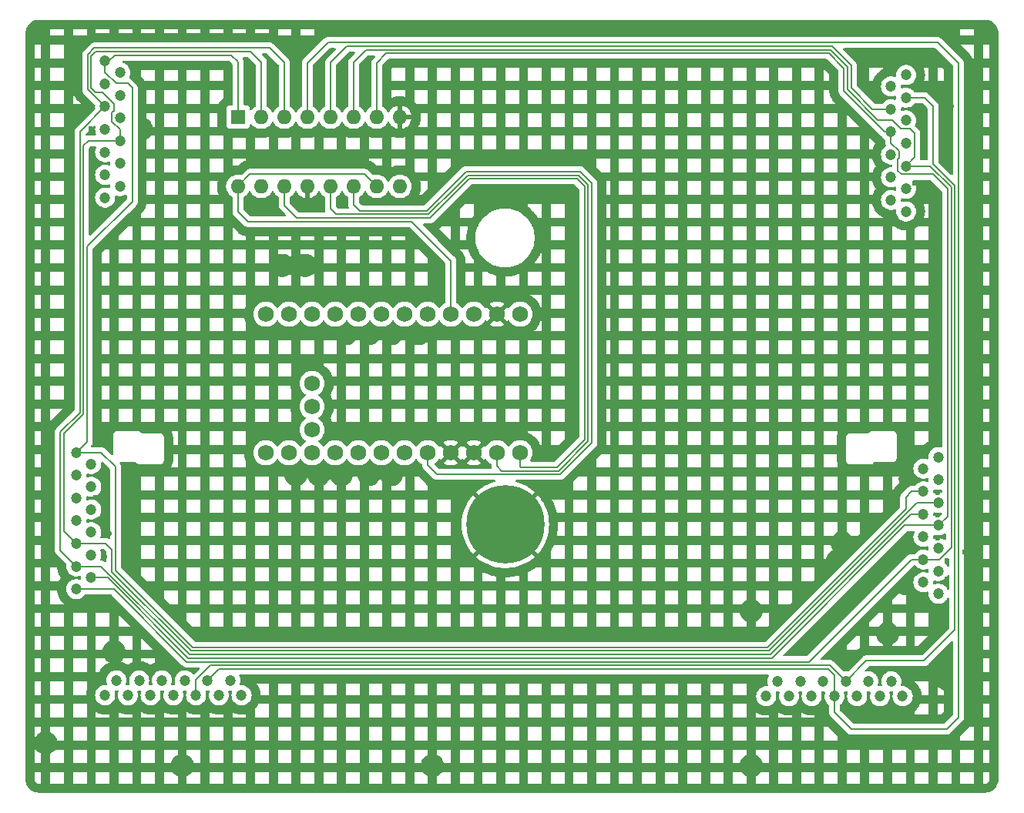
<source format=gbr>
%TF.GenerationSoftware,KiCad,Pcbnew,8.0.7*%
%TF.CreationDate,2025-01-12T16:59:08-05:00*%
%TF.ProjectId,rasgueado,72617367-7565-4616-946f-2e6b69636164,rev?*%
%TF.SameCoordinates,Original*%
%TF.FileFunction,Copper,L2,Bot*%
%TF.FilePolarity,Positive*%
%FSLAX46Y46*%
G04 Gerber Fmt 4.6, Leading zero omitted, Abs format (unit mm)*
G04 Created by KiCad (PCBNEW 8.0.7) date 2025-01-12 16:59:08*
%MOMM*%
%LPD*%
G01*
G04 APERTURE LIST*
%TA.AperFunction,ComponentPad*%
%ADD10C,8.600000*%
%TD*%
%TA.AperFunction,ComponentPad*%
%ADD11C,1.200000*%
%TD*%
%TA.AperFunction,ComponentPad*%
%ADD12R,1.600000X1.600000*%
%TD*%
%TA.AperFunction,ComponentPad*%
%ADD13O,1.600000X1.600000*%
%TD*%
%TA.AperFunction,ComponentPad*%
%ADD14C,1.752600*%
%TD*%
%TA.AperFunction,ViaPad*%
%ADD15C,0.600000*%
%TD*%
%TA.AperFunction,Conductor*%
%ADD16C,0.200000*%
%TD*%
G04 APERTURE END LIST*
D10*
%TO.P,H1,1,1*%
%TO.N,GND*%
X148501100Y-118003600D03*
%TD*%
D11*
%TO.P,J3,1,Pin_1*%
%TO.N,unconnected-(J3-Pin_1-Pad1)*%
X104514000Y-136779000D03*
%TO.P,J3,2,Pin_2*%
%TO.N,unconnected-(J3-Pin_2-Pad2)*%
X105764000Y-135129000D03*
%TO.P,J3,3,Pin_3*%
%TO.N,unconnected-(J3-Pin_3-Pad3)*%
X107014000Y-136779000D03*
%TO.P,J3,4,Pin_4*%
%TO.N,unconnected-(J3-Pin_4-Pad4)*%
X108264000Y-135129000D03*
%TO.P,J3,5,Pin_5*%
%TO.N,unconnected-(J3-Pin_5-Pad5)*%
X109514000Y-136779000D03*
%TO.P,J3,6,Pin_6*%
%TO.N,/ROW_3*%
X110764000Y-135129000D03*
%TO.P,J3,7,Pin_7*%
%TO.N,unconnected-(J3-Pin_7-Pad7)*%
X112014000Y-136779000D03*
%TO.P,J3,8,Pin_8*%
%TO.N,unconnected-(J3-Pin_8-Pad8)*%
X113264000Y-135129000D03*
%TO.P,J3,9,Pin_9*%
%TO.N,/COL_5*%
X114514000Y-136779000D03*
%TO.P,J3,10,Pin_10*%
%TO.N,/COL_6*%
X115764000Y-135129000D03*
%TO.P,J3,11,Pin_11*%
%TO.N,/ROW_5*%
X117014000Y-136779000D03*
%TO.P,J3,12,Pin_12*%
%TO.N,/ROW_2*%
X118264000Y-135129000D03*
%TO.P,J3,13,Pin_13*%
%TO.N,/ROW_4*%
X119514000Y-136779000D03*
%TD*%
%TO.P,J5,1,Pin_1*%
%TO.N,/ROW_6*%
X196088000Y-125610000D03*
%TO.P,J5,2,Pin_2*%
%TO.N,/ROW_8*%
X194438000Y-124360000D03*
%TO.P,J5,3,Pin_3*%
%TO.N,/ROW_7*%
X196088000Y-123110000D03*
%TO.P,J5,4,Pin_4*%
%TO.N,/COL_4*%
X194438000Y-121860000D03*
%TO.P,J5,5,Pin_5*%
%TO.N,unconnected-(J5-Pin_5-Pad5)*%
X196088000Y-120610000D03*
%TO.P,J5,6,Pin_6*%
%TO.N,/ROW_11*%
X194438000Y-119360000D03*
%TO.P,J5,7,Pin_7*%
%TO.N,/COL_3*%
X196088000Y-118110000D03*
%TO.P,J5,8,Pin_8*%
%TO.N,/COL_2*%
X194438000Y-116860000D03*
%TO.P,J5,9,Pin_9*%
%TO.N,/COL_1*%
X196088000Y-115610000D03*
%TO.P,J5,10,Pin_10*%
%TO.N,/COL_0*%
X194438000Y-114360000D03*
%TO.P,J5,11,Pin_11*%
%TO.N,unconnected-(J5-Pin_11-Pad11)*%
X196088000Y-113110000D03*
%TO.P,J5,12,Pin_12*%
%TO.N,/ROW_9*%
X194438000Y-111860000D03*
%TO.P,J5,13,Pin_13*%
%TO.N,/ROW_10*%
X196088000Y-110610000D03*
%TD*%
%TO.P,J2,1,Pin_1*%
%TO.N,/COL_0*%
X101346000Y-110102000D03*
%TO.P,J2,2,Pin_2*%
%TO.N,/ROW_5*%
X102996000Y-111352000D03*
%TO.P,J2,3,Pin_3*%
%TO.N,/ROW_4*%
X101346000Y-112602000D03*
%TO.P,J2,4,Pin_4*%
%TO.N,/ROW_3*%
X102996000Y-113852000D03*
%TO.P,J2,5,Pin_5*%
%TO.N,unconnected-(J2-Pin_5-Pad5)*%
X101346000Y-115102000D03*
%TO.P,J2,6,Pin_6*%
%TO.N,/ROW_2*%
X102996000Y-116352000D03*
%TO.P,J2,7,Pin_7*%
%TO.N,/ROW_1*%
X101346000Y-117602000D03*
%TO.P,J2,8,Pin_8*%
%TO.N,/ROW_0*%
X102996000Y-118852000D03*
%TO.P,J2,9,Pin_9*%
%TO.N,/COL_1*%
X101346000Y-120102000D03*
%TO.P,J2,10,Pin_10*%
%TO.N,unconnected-(J2-Pin_10-Pad10)*%
X102996000Y-121352000D03*
%TO.P,J2,11,Pin_11*%
%TO.N,/COL_2*%
X101346000Y-122602000D03*
%TO.P,J2,12,Pin_12*%
%TO.N,/COL_3*%
X102996000Y-123852000D03*
%TO.P,J2,13,Pin_13*%
%TO.N,/COL_4*%
X101346000Y-125102000D03*
%TD*%
%TO.P,J4,1,Pin_1*%
%TO.N,unconnected-(J4-Pin_1-Pad1)*%
X192532000Y-83573000D03*
%TO.P,J4,2,Pin_2*%
%TO.N,unconnected-(J4-Pin_2-Pad2)*%
X190882000Y-82323000D03*
%TO.P,J4,3,Pin_3*%
%TO.N,/ROW_13*%
X192532000Y-81073000D03*
%TO.P,J4,4,Pin_4*%
%TO.N,/ROW_14*%
X190882000Y-79823000D03*
%TO.P,J4,5,Pin_5*%
%TO.N,/COL_4*%
X192532000Y-78573000D03*
%TO.P,J4,6,Pin_6*%
%TO.N,/ROW_13*%
X190882000Y-77323000D03*
%TO.P,J4,7,Pin_7*%
%TO.N,/ROW_14*%
X192532000Y-76073000D03*
%TO.P,J4,8,Pin_8*%
%TO.N,/COL_3*%
X190882000Y-74823000D03*
%TO.P,J4,9,Pin_9*%
%TO.N,/ROW_12*%
X192532000Y-73573000D03*
%TO.P,J4,10,Pin_10*%
%TO.N,/COL_5*%
X190882000Y-72323000D03*
%TO.P,J4,11,Pin_11*%
X192532000Y-71073000D03*
%TO.P,J4,12,Pin_12*%
%TO.N,/ROW_14*%
X190882000Y-69823000D03*
%TO.P,J4,13,Pin_13*%
%TO.N,/ROW_13*%
X192532000Y-68573000D03*
%TD*%
D12*
%TO.P,U2,1,QB*%
%TO.N,/COL_0*%
X119125000Y-73200000D03*
D13*
%TO.P,U2,2,QC*%
%TO.N,/COL_1*%
X121665000Y-73200000D03*
%TO.P,U2,3,QD*%
%TO.N,/COL_2*%
X124205000Y-73200000D03*
%TO.P,U2,4,QE*%
%TO.N,/COL_6*%
X126745000Y-73200000D03*
%TO.P,U2,5,QF*%
%TO.N,/COL_5*%
X129285000Y-73200000D03*
%TO.P,U2,6,QG*%
%TO.N,/COL_4*%
X131825000Y-73200000D03*
%TO.P,U2,7,QH*%
%TO.N,/COL_3*%
X134365000Y-73200000D03*
%TO.P,U2,8,GND*%
%TO.N,GND*%
X136905000Y-73200000D03*
%TO.P,U2,9,QH'*%
%TO.N,unconnected-(U2-QH'-Pad9)*%
X136905000Y-80820000D03*
%TO.P,U2,10,~{SRCLR}*%
%TO.N,/3V3*%
X134365000Y-80820000D03*
%TO.P,U2,11,SRCLK*%
%TO.N,/SCLK*%
X131825000Y-80820000D03*
%TO.P,U2,12,RCLK*%
%TO.N,/LATCH*%
X129285000Y-80820000D03*
%TO.P,U2,13,~{OE}*%
%TO.N,GND*%
X126745000Y-80820000D03*
%TO.P,U2,14,SER*%
%TO.N,/MOSI*%
X124205000Y-80820000D03*
%TO.P,U2,15,QA*%
%TO.N,unconnected-(U2-QA-Pad15)*%
X121665000Y-80820000D03*
%TO.P,U2,16,VCC*%
%TO.N,/3V3*%
X119125000Y-80820000D03*
%TD*%
D11*
%TO.P,J6,1,Pin_1*%
%TO.N,unconnected-(J6-Pin_1-Pad1)*%
X177158000Y-136906000D03*
%TO.P,J6,2,Pin_2*%
%TO.N,unconnected-(J6-Pin_2-Pad2)*%
X178408000Y-135256000D03*
%TO.P,J6,3,Pin_3*%
%TO.N,/ROW_6*%
X179658000Y-136906000D03*
%TO.P,J6,4,Pin_4*%
%TO.N,/ROW_7*%
X180908000Y-135256000D03*
%TO.P,J6,5,Pin_5*%
%TO.N,/ROW_8*%
X182158000Y-136906000D03*
%TO.P,J6,6,Pin_6*%
%TO.N,/ROW_9*%
X183408000Y-135256000D03*
%TO.P,J6,7,Pin_7*%
%TO.N,/COL_6*%
X184658000Y-136906000D03*
%TO.P,J6,8,Pin_8*%
%TO.N,/COL_5*%
X185908000Y-135256000D03*
%TO.P,J6,9,Pin_9*%
%TO.N,unconnected-(J6-Pin_9-Pad9)*%
X187158000Y-136906000D03*
%TO.P,J6,10,Pin_10*%
%TO.N,unconnected-(J6-Pin_10-Pad10)*%
X188408000Y-135256000D03*
%TO.P,J6,11,Pin_11*%
%TO.N,unconnected-(J6-Pin_11-Pad11)*%
X189658000Y-136906000D03*
%TO.P,J6,12,Pin_12*%
%TO.N,unconnected-(J6-Pin_12-Pad12)*%
X190908000Y-135256000D03*
%TO.P,J6,13,Pin_13*%
%TO.N,unconnected-(J6-Pin_13-Pad13)*%
X192158000Y-136906000D03*
%TD*%
D14*
%TO.P,U1,1,1*%
%TO.N,/MOSI*%
X150120000Y-110120000D03*
%TO.P,U1,2,0*%
%TO.N,/LATCH*%
X147580000Y-110120000D03*
%TO.P,U1,3,GND*%
%TO.N,GND*%
X145040000Y-110120000D03*
%TO.P,U1,4,GND*%
X142500000Y-110120000D03*
%TO.P,U1,5,2*%
%TO.N,/SCLK*%
X139960000Y-110120000D03*
%TO.P,U1,6,3*%
%TO.N,/ROW_0*%
X137420000Y-110120000D03*
%TO.P,U1,7,4*%
%TO.N,/ROW_1*%
X134880000Y-110120000D03*
%TO.P,U1,8,5*%
%TO.N,/ROW_2*%
X132340000Y-110120000D03*
%TO.P,U1,9,6*%
%TO.N,/ROW_3*%
X129800000Y-110120000D03*
%TO.P,U1,10,7*%
%TO.N,/ROW_4*%
X127260000Y-110120000D03*
%TO.P,U1,11,8*%
%TO.N,/ROW_5*%
X124720000Y-110120000D03*
%TO.P,U1,12,9*%
%TO.N,/ROW_6*%
X122180000Y-110120000D03*
%TO.P,U1,13,10*%
%TO.N,/ROW_14*%
X122180000Y-94880000D03*
%TO.P,U1,14,16*%
%TO.N,/ROW_13*%
X124720000Y-94880000D03*
%TO.P,U1,15,14*%
%TO.N,/ROW_12*%
X127260000Y-94880000D03*
%TO.P,U1,16,15*%
%TO.N,/ROW_8*%
X129800000Y-94880000D03*
%TO.P,U1,17,18*%
%TO.N,/ROW_7*%
X132340000Y-94880000D03*
%TO.P,U1,18,19*%
%TO.N,/ROW_11*%
X134880000Y-94880000D03*
%TO.P,U1,19,20*%
%TO.N,/ROW_9*%
X137420000Y-94880000D03*
%TO.P,U1,20,21*%
%TO.N,/ROW_10*%
X139960000Y-94880000D03*
%TO.P,U1,21,3.3v*%
%TO.N,/3V3*%
X142500000Y-94880000D03*
%TO.P,U1,22,RST*%
%TO.N,unconnected-(U1-RST-Pad22)*%
X145040000Y-94880000D03*
%TO.P,U1,23,GND*%
%TO.N,GND*%
X147580000Y-94880000D03*
%TO.P,U1,24,B+*%
%TO.N,unconnected-(U1-B+-Pad24)*%
X150120000Y-94880000D03*
%TO.P,U1,25,1*%
%TO.N,unconnected-(U1-1-Pad25)*%
X127260000Y-107580000D03*
%TO.P,U1,26,2*%
%TO.N,unconnected-(U1-2-Pad26)*%
X127260000Y-105040000D03*
%TO.P,U1,27,7*%
%TO.N,unconnected-(U1-7-Pad27)*%
X127260000Y-102500000D03*
%TD*%
D11*
%TO.P,J1,1,Pin_1*%
%TO.N,/COL_0*%
X104521000Y-67049000D03*
%TO.P,J1,2,Pin_2*%
%TO.N,/ROW_12*%
X106171000Y-68299000D03*
%TO.P,J1,3,Pin_3*%
%TO.N,/ROW_13*%
X104521000Y-69549000D03*
%TO.P,J1,4,Pin_4*%
%TO.N,/ROW_14*%
X106171000Y-70799000D03*
%TO.P,J1,5,Pin_5*%
%TO.N,/COL_2*%
X104521000Y-72049000D03*
%TO.P,J1,6,Pin_6*%
%TO.N,/ROW_13*%
X106171000Y-73299000D03*
%TO.P,J1,7,Pin_7*%
%TO.N,/ROW_14*%
X104521000Y-74549000D03*
%TO.P,J1,8,Pin_8*%
%TO.N,/COL_1*%
X106171000Y-75799000D03*
%TO.P,J1,9,Pin_9*%
%TO.N,unconnected-(J1-Pin_9-Pad9)*%
X104521000Y-77049000D03*
%TO.P,J1,10,Pin_10*%
%TO.N,/ROW_13*%
X106171000Y-78299000D03*
%TO.P,J1,11,Pin_11*%
%TO.N,/ROW_14*%
X104521000Y-79549000D03*
%TO.P,J1,12,Pin_12*%
%TO.N,unconnected-(J1-Pin_12-Pad12)*%
X106171000Y-80799000D03*
%TO.P,J1,13,Pin_13*%
%TO.N,unconnected-(J1-Pin_13-Pad13)*%
X104521000Y-82049000D03*
%TD*%
D15*
%TO.N,GND*%
X184000000Y-129500000D03*
X123000000Y-71500000D03*
X130500000Y-82500000D03*
X124000000Y-89500000D03*
X139000000Y-97000000D03*
X196000000Y-119500000D03*
X128000000Y-112500000D03*
X103500000Y-115000000D03*
X175500000Y-144500000D03*
X191000000Y-66500000D03*
X133000000Y-71500000D03*
X193500000Y-66500000D03*
X103000000Y-74500000D03*
X197500000Y-72000000D03*
X125500000Y-112500000D03*
X140500000Y-144500000D03*
X105500000Y-132000000D03*
X175500000Y-127500000D03*
X98000000Y-142000000D03*
X196000000Y-114500000D03*
X197000000Y-124000000D03*
X130500000Y-112500000D03*
X193000000Y-113000000D03*
X120500000Y-71500000D03*
X104500000Y-121500000D03*
X193500000Y-80500000D03*
X197000000Y-122000000D03*
X188000000Y-124500000D03*
X197000000Y-135000000D03*
X133500000Y-112500000D03*
X103000000Y-84500000D03*
X126500000Y-89500000D03*
X128000000Y-71500000D03*
X133500000Y-97000000D03*
X192500000Y-124500000D03*
X130500000Y-71500000D03*
X190500000Y-130000000D03*
X123000000Y-82500000D03*
X196000000Y-117000000D03*
X105000000Y-119000000D03*
X136000000Y-112500000D03*
X199000000Y-121000000D03*
X113000000Y-144500000D03*
X136000000Y-97000000D03*
X108500000Y-74500000D03*
X125500000Y-108500000D03*
X120500000Y-82500000D03*
X131000000Y-97000000D03*
X185500000Y-120000000D03*
X185000000Y-122000000D03*
X194500000Y-77500000D03*
%TD*%
D16*
%TO.N,/COL_0*%
X101346000Y-110102000D02*
X104102000Y-110102000D01*
X104951000Y-67049000D02*
X105600000Y-66400000D01*
X104102000Y-110102000D02*
X105669472Y-111669472D01*
X193140000Y-114360000D02*
X194438000Y-114360000D01*
X119125000Y-67125000D02*
X119125000Y-73200000D01*
X102546000Y-108902000D02*
X101346000Y-110102000D01*
X105600000Y-66400000D02*
X118400000Y-66400000D01*
X118400000Y-66400000D02*
X119125000Y-67125000D01*
X107000000Y-69500000D02*
X107500000Y-70000000D01*
X105669472Y-123038100D02*
X114131372Y-131500000D01*
X105744793Y-69500000D02*
X107000000Y-69500000D01*
X104521000Y-67049000D02*
X104951000Y-67049000D01*
X102546000Y-87454000D02*
X102546000Y-108902000D01*
X177302942Y-131500000D02*
X192500000Y-116302942D01*
X105669472Y-111669472D02*
X105669472Y-123038100D01*
X104521000Y-67049000D02*
X104521000Y-68276207D01*
X107500000Y-70000000D02*
X107500000Y-82500000D01*
X192500000Y-115000000D02*
X193140000Y-114360000D01*
X194438000Y-114364942D02*
X194438000Y-114360000D01*
X104521000Y-68276207D02*
X105744793Y-69500000D01*
X107500000Y-82500000D02*
X102546000Y-87454000D01*
X192500000Y-116302942D02*
X192500000Y-115000000D01*
X114131372Y-131500000D02*
X177302942Y-131500000D01*
%TO.N,/COL_2*%
X101346000Y-122602000D02*
X104102000Y-122602000D01*
X104102000Y-122602000D02*
X113800000Y-132300000D01*
X101746000Y-74824000D02*
X101746000Y-105688314D01*
X103334314Y-65600000D02*
X122600000Y-65600000D01*
X104483314Y-72049000D02*
X102600000Y-70165686D01*
X113800000Y-132300000D02*
X177634314Y-132300000D01*
X177634314Y-132300000D02*
X193074314Y-116860000D01*
X193074314Y-116860000D02*
X194438000Y-116860000D01*
X99600000Y-107834314D02*
X99600000Y-120856000D01*
X124205000Y-67205000D02*
X124205000Y-73200000D01*
X104521000Y-72049000D02*
X104483314Y-72049000D01*
X102600000Y-70165686D02*
X102600000Y-66334314D01*
X104521000Y-72049000D02*
X101746000Y-74824000D01*
X102600000Y-66334314D02*
X103334314Y-65600000D01*
X99600000Y-120856000D02*
X101346000Y-122602000D01*
X101746000Y-105688314D02*
X99600000Y-107834314D01*
X122600000Y-65600000D02*
X124205000Y-67205000D01*
%TO.N,/COL_1*%
X103500000Y-70500000D02*
X103000000Y-70000000D01*
X102701000Y-75799000D02*
X102146000Y-76354000D01*
X104244793Y-70500000D02*
X103500000Y-70500000D01*
X102146000Y-105854000D02*
X100000000Y-108000000D01*
X103500000Y-66000000D02*
X120500000Y-66000000D01*
X105500000Y-72500000D02*
X105500000Y-71755207D01*
X104602000Y-120102000D02*
X105269472Y-120769472D01*
X113965686Y-131900000D02*
X177468628Y-131900000D01*
X106171000Y-75799000D02*
X106171000Y-74571793D01*
X105269472Y-120769472D02*
X105269472Y-123203786D01*
X100000000Y-108000000D02*
X100000000Y-118756000D01*
X102146000Y-76354000D02*
X102146000Y-105854000D01*
X100000000Y-118756000D02*
X101346000Y-120102000D01*
X120500000Y-66000000D02*
X121665000Y-67165000D01*
X105269472Y-123203786D02*
X113965686Y-131900000D01*
X105500000Y-71755207D02*
X104244793Y-70500000D01*
X106171000Y-75799000D02*
X102701000Y-75799000D01*
X105271000Y-73671793D02*
X105271000Y-72729000D01*
X103000000Y-66500000D02*
X103500000Y-66000000D01*
X177468628Y-131900000D02*
X193758628Y-115610000D01*
X103000000Y-70000000D02*
X103000000Y-66500000D01*
X106171000Y-74571793D02*
X105271000Y-73671793D01*
X105271000Y-72729000D02*
X105500000Y-72500000D01*
X193758628Y-115610000D02*
X196088000Y-115610000D01*
X101346000Y-120102000D02*
X104602000Y-120102000D01*
X121665000Y-67165000D02*
X121665000Y-73200000D01*
%TO.N,/COL_3*%
X191632000Y-77868000D02*
X191632000Y-79132000D01*
X134365000Y-67260000D02*
X134365000Y-73200000D01*
X197100000Y-117098000D02*
X196088000Y-118110000D01*
X185700000Y-67831372D02*
X184068628Y-66200000D01*
X192000000Y-79500000D02*
X195500000Y-79500000D01*
X190882000Y-76050207D02*
X191782000Y-76950207D01*
X197100000Y-81100000D02*
X197100000Y-117098000D01*
X191782000Y-77718000D02*
X191632000Y-77868000D01*
X191782000Y-76950207D02*
X191782000Y-77718000D01*
X104786314Y-123852000D02*
X113634314Y-132700000D01*
X177800000Y-132700000D02*
X192390000Y-118110000D01*
X102996000Y-123852000D02*
X104786314Y-123852000D01*
X192390000Y-118110000D02*
X196088000Y-118110000D01*
X185700000Y-70331372D02*
X185700000Y-67831372D01*
X191632000Y-79132000D02*
X192000000Y-79500000D01*
X190191628Y-74823000D02*
X185700000Y-70331372D01*
X190882000Y-74823000D02*
X190191628Y-74823000D01*
X184068628Y-66200000D02*
X135425000Y-66200000D01*
X135425000Y-66200000D02*
X134365000Y-67260000D01*
X195500000Y-79500000D02*
X197100000Y-81100000D01*
X113634314Y-132700000D02*
X177800000Y-132700000D01*
X190882000Y-74823000D02*
X190882000Y-76050207D01*
%TO.N,/COL_4*%
X192532000Y-78573000D02*
X195138686Y-78573000D01*
X113468628Y-133100000D02*
X181900000Y-133100000D01*
X193500000Y-77605000D02*
X192532000Y-78573000D01*
X191000000Y-73500000D02*
X191973000Y-74473000D01*
X181900000Y-133100000D02*
X193140000Y-121860000D01*
X196140000Y-121860000D02*
X194438000Y-121860000D01*
X193140000Y-121860000D02*
X194438000Y-121860000D01*
X184234314Y-65800000D02*
X186100000Y-67665686D01*
X186100000Y-70165686D02*
X189434314Y-73500000D01*
X197500000Y-80934314D02*
X197500000Y-120500000D01*
X186100000Y-67665686D02*
X186100000Y-70165686D01*
X195138686Y-78573000D02*
X197500000Y-80934314D01*
X131825000Y-67175000D02*
X133200000Y-65800000D01*
X193500000Y-75000000D02*
X193500000Y-77605000D01*
X131825000Y-73200000D02*
X131825000Y-67175000D01*
X105470628Y-125102000D02*
X113468628Y-133100000D01*
X197500000Y-120500000D02*
X196140000Y-121860000D01*
X191973000Y-74473000D02*
X192973000Y-74473000D01*
X189434314Y-73500000D02*
X191000000Y-73500000D01*
X192973000Y-74473000D02*
X193500000Y-75000000D01*
X133200000Y-65800000D02*
X184234314Y-65800000D01*
X101346000Y-125102000D02*
X105470628Y-125102000D01*
%TO.N,/COL_6*%
X196000000Y-65000000D02*
X198300000Y-67300000D01*
X198300000Y-139200000D02*
X197000000Y-140500000D01*
X126745000Y-67255000D02*
X129000000Y-65000000D01*
X126745000Y-73200000D02*
X126745000Y-67255000D01*
X186500000Y-140500000D02*
X184658000Y-138658000D01*
X129000000Y-65000000D02*
X196000000Y-65000000D01*
X184658000Y-134571686D02*
X184658000Y-136906000D01*
X115764000Y-135129000D02*
X116993000Y-133900000D01*
X116993000Y-133900000D02*
X183986314Y-133900000D01*
X197000000Y-140500000D02*
X186500000Y-140500000D01*
X183986314Y-133900000D02*
X184658000Y-134571686D01*
X184658000Y-138658000D02*
X184658000Y-136906000D01*
X198300000Y-67300000D02*
X198300000Y-139200000D01*
%TO.N,/COL_5*%
X185908000Y-135256000D02*
X184152000Y-133500000D01*
X197900000Y-129600000D02*
X194500000Y-133000000D01*
X116120207Y-133500000D02*
X114514000Y-135106207D01*
X129285000Y-67215000D02*
X131100000Y-65400000D01*
X129285000Y-73200000D02*
X129285000Y-67215000D01*
X197900000Y-80768628D02*
X197900000Y-129600000D01*
X131100000Y-65400000D02*
X184400000Y-65400000D01*
X185908000Y-135256000D02*
X186000000Y-135348000D01*
X186500000Y-70000000D02*
X188823000Y-72323000D01*
X192532000Y-71073000D02*
X194573000Y-71073000D01*
X114514000Y-135106207D02*
X114514000Y-136779000D01*
X195500000Y-78368628D02*
X197900000Y-80768628D01*
X184152000Y-133500000D02*
X116120207Y-133500000D01*
X195500000Y-72000000D02*
X195500000Y-78368628D01*
X186500000Y-67500000D02*
X186500000Y-70000000D01*
X194573000Y-71073000D02*
X195500000Y-72000000D01*
X184400000Y-65400000D02*
X186500000Y-67500000D01*
X188823000Y-72323000D02*
X190882000Y-72323000D01*
X188164000Y-133000000D02*
X185908000Y-135256000D01*
X194500000Y-133000000D02*
X188164000Y-133000000D01*
%TO.N,/MOSI*%
X124205000Y-82905000D02*
X125600000Y-84300000D01*
X154168628Y-111700000D02*
X150200000Y-111700000D01*
X125600000Y-84300000D02*
X140200001Y-84300000D01*
X157200000Y-108668628D02*
X154168628Y-111700000D01*
X156368628Y-80000000D02*
X157200000Y-80831372D01*
X150200000Y-111700000D02*
X150120000Y-111620000D01*
X124205000Y-80820000D02*
X124205000Y-82905000D01*
X157200000Y-80831372D02*
X157200000Y-108668628D01*
X140200001Y-84300000D02*
X142000000Y-82500001D01*
X144500000Y-80000000D02*
X156368628Y-80000000D01*
X142000000Y-82500001D02*
X144500000Y-80000000D01*
X150120000Y-111620000D02*
X150120000Y-110120000D01*
%TO.N,/3V3*%
X138200000Y-84700000D02*
X142500000Y-89000000D01*
X120200000Y-84700000D02*
X138200000Y-84700000D01*
X119125000Y-80820000D02*
X119125000Y-83625000D01*
X120445000Y-79500000D02*
X133045000Y-79500000D01*
X119125000Y-80820000D02*
X120445000Y-79500000D01*
X142500000Y-89000000D02*
X142500000Y-94880000D01*
X133045000Y-79500000D02*
X134365000Y-80820000D01*
X119125000Y-83625000D02*
X120200000Y-84700000D01*
%TO.N,/LATCH*%
X142967157Y-80967158D02*
X144334314Y-79600000D01*
X157600000Y-108834314D02*
X154334314Y-112100000D01*
X144334314Y-79600000D02*
X156534314Y-79600000D01*
X157600000Y-80665686D02*
X157600000Y-108834314D01*
X148100000Y-112100000D02*
X147580000Y-111580000D01*
X156534314Y-79600000D02*
X157600000Y-80665686D01*
X147580000Y-111580000D02*
X147580000Y-110120000D01*
X129285000Y-83285000D02*
X129900000Y-83900000D01*
X129900000Y-83900000D02*
X140034315Y-83900000D01*
X140034315Y-83900000D02*
X142967157Y-80967158D01*
X154334314Y-112100000D02*
X148100000Y-112100000D01*
X129285000Y-80820000D02*
X129285000Y-83285000D01*
%TO.N,/SCLK*%
X158000000Y-109000000D02*
X154500000Y-112500000D01*
X141000000Y-112500000D02*
X139960000Y-111460000D01*
X156700000Y-79200000D02*
X158000000Y-80500000D01*
X154500000Y-112500000D02*
X141000000Y-112500000D01*
X144168628Y-79200000D02*
X156700000Y-79200000D01*
X142801471Y-80567158D02*
X144168628Y-79200000D01*
X131825000Y-80820000D02*
X131825000Y-82825000D01*
X131825000Y-82825000D02*
X132500000Y-83500000D01*
X132500000Y-83500000D02*
X139868629Y-83500000D01*
X139868629Y-83500000D02*
X142801471Y-80567158D01*
X139960000Y-111460000D02*
X139960000Y-110120000D01*
X158000000Y-80500000D02*
X158000000Y-109000000D01*
%TD*%
%TA.AperFunction,Conductor*%
%TO.N,GND*%
G36*
X197618834Y-130832914D02*
G01*
X197674767Y-130874786D01*
X197699184Y-130940250D01*
X197699500Y-130949096D01*
X197699500Y-138899902D01*
X197679815Y-138966941D01*
X197663181Y-138987583D01*
X196787584Y-139863181D01*
X196726261Y-139896666D01*
X196699903Y-139899500D01*
X186800097Y-139899500D01*
X186733058Y-139879815D01*
X186712416Y-139863181D01*
X185372822Y-138523587D01*
X193498500Y-138523587D01*
X193498500Y-138901500D01*
X195000500Y-138901500D01*
X195998500Y-138901500D01*
X196337881Y-138901500D01*
X196701500Y-138537880D01*
X196701500Y-137752100D01*
X195998500Y-137752100D01*
X195998500Y-138901500D01*
X195000500Y-138901500D01*
X195000500Y-137752100D01*
X194080958Y-137752100D01*
X193980769Y-137953307D01*
X193978099Y-137958372D01*
X193961240Y-137988641D01*
X193958337Y-137993581D01*
X193934057Y-138032795D01*
X193930931Y-138037593D01*
X193911341Y-138066192D01*
X193907994Y-138070844D01*
X193757288Y-138270411D01*
X193753732Y-138274900D01*
X193731595Y-138301559D01*
X193727835Y-138305880D01*
X193696764Y-138339964D01*
X193692807Y-138344108D01*
X193668298Y-138368617D01*
X193664155Y-138372573D01*
X193498500Y-138523587D01*
X185372822Y-138523587D01*
X185294819Y-138445584D01*
X185261334Y-138384261D01*
X185258500Y-138357903D01*
X185258500Y-137897629D01*
X185278185Y-137830590D01*
X185317226Y-137792200D01*
X185324041Y-137787981D01*
X185399402Y-137719280D01*
X185474762Y-137650581D01*
X185474764Y-137650579D01*
X185597673Y-137487821D01*
X185688582Y-137305250D01*
X185744397Y-137109083D01*
X185763215Y-136906000D01*
X185744397Y-136702917D01*
X185690768Y-136514432D01*
X185691354Y-136444568D01*
X185729621Y-136386109D01*
X185793418Y-136357618D01*
X185810034Y-136356500D01*
X186005966Y-136356500D01*
X186073005Y-136376185D01*
X186118760Y-136428989D01*
X186128704Y-136498147D01*
X186125233Y-136514426D01*
X186107738Y-136575917D01*
X186071602Y-136702917D01*
X186052785Y-136905999D01*
X186052785Y-136906000D01*
X186071602Y-137109082D01*
X186127417Y-137305247D01*
X186127422Y-137305260D01*
X186218327Y-137487821D01*
X186341237Y-137650581D01*
X186491958Y-137787980D01*
X186491960Y-137787982D01*
X186560775Y-137830590D01*
X186665363Y-137895348D01*
X186855544Y-137969024D01*
X187056024Y-138006500D01*
X187056026Y-138006500D01*
X187259974Y-138006500D01*
X187259976Y-138006500D01*
X187460456Y-137969024D01*
X187650637Y-137895348D01*
X187824041Y-137787981D01*
X187952122Y-137671219D01*
X187974762Y-137650581D01*
X187974764Y-137650579D01*
X188097673Y-137487821D01*
X188188582Y-137305250D01*
X188244397Y-137109083D01*
X188263215Y-136906000D01*
X188244397Y-136702917D01*
X188190768Y-136514432D01*
X188191354Y-136444568D01*
X188229621Y-136386109D01*
X188293418Y-136357618D01*
X188310034Y-136356500D01*
X188505966Y-136356500D01*
X188573005Y-136376185D01*
X188618760Y-136428989D01*
X188628704Y-136498147D01*
X188625233Y-136514426D01*
X188607738Y-136575917D01*
X188571602Y-136702917D01*
X188552785Y-136905999D01*
X188552785Y-136906000D01*
X188571602Y-137109082D01*
X188627417Y-137305247D01*
X188627422Y-137305260D01*
X188718327Y-137487821D01*
X188841237Y-137650581D01*
X188991958Y-137787980D01*
X188991960Y-137787982D01*
X189060775Y-137830590D01*
X189165363Y-137895348D01*
X189355544Y-137969024D01*
X189556024Y-138006500D01*
X189556026Y-138006500D01*
X189759974Y-138006500D01*
X189759976Y-138006500D01*
X189960456Y-137969024D01*
X190150637Y-137895348D01*
X190324041Y-137787981D01*
X190452122Y-137671219D01*
X190474762Y-137650581D01*
X190474764Y-137650579D01*
X190597673Y-137487821D01*
X190688582Y-137305250D01*
X190744397Y-137109083D01*
X190763215Y-136906000D01*
X190744397Y-136702917D01*
X190690768Y-136514432D01*
X190691354Y-136444568D01*
X190729621Y-136386109D01*
X190793418Y-136357618D01*
X190810034Y-136356500D01*
X191005966Y-136356500D01*
X191073005Y-136376185D01*
X191118760Y-136428989D01*
X191128704Y-136498147D01*
X191125233Y-136514426D01*
X191107738Y-136575917D01*
X191071602Y-136702917D01*
X191052785Y-136905999D01*
X191052785Y-136906000D01*
X191071602Y-137109082D01*
X191127417Y-137305247D01*
X191127422Y-137305260D01*
X191218327Y-137487821D01*
X191341237Y-137650581D01*
X191491958Y-137787980D01*
X191491960Y-137787982D01*
X191560775Y-137830590D01*
X191665363Y-137895348D01*
X191855544Y-137969024D01*
X192056024Y-138006500D01*
X192056026Y-138006500D01*
X192259974Y-138006500D01*
X192259976Y-138006500D01*
X192460456Y-137969024D01*
X192650637Y-137895348D01*
X192824041Y-137787981D01*
X192952122Y-137671219D01*
X192974762Y-137650581D01*
X192974764Y-137650579D01*
X193097673Y-137487821D01*
X193188582Y-137305250D01*
X193244397Y-137109083D01*
X193263215Y-136906000D01*
X193244397Y-136702917D01*
X193188582Y-136506750D01*
X193184298Y-136498147D01*
X193142989Y-136415187D01*
X193097673Y-136324179D01*
X193012557Y-136211467D01*
X192974762Y-136161418D01*
X192824041Y-136024019D01*
X192824039Y-136024017D01*
X192650642Y-135916655D01*
X192650635Y-135916651D01*
X192555546Y-135879814D01*
X192460456Y-135842976D01*
X192259976Y-135805500D01*
X192060034Y-135805500D01*
X191992995Y-135785815D01*
X191947240Y-135733011D01*
X191937296Y-135663853D01*
X191940766Y-135647573D01*
X191994397Y-135459083D01*
X192010212Y-135288412D01*
X193498500Y-135288412D01*
X193664155Y-135439427D01*
X193668298Y-135443383D01*
X193692807Y-135467892D01*
X193696764Y-135472036D01*
X193727835Y-135506120D01*
X193731595Y-135510441D01*
X193753732Y-135537100D01*
X193757288Y-135541589D01*
X193907994Y-135741156D01*
X193911341Y-135745808D01*
X193930931Y-135774407D01*
X193934057Y-135779205D01*
X193958337Y-135818419D01*
X193961240Y-135823359D01*
X193978099Y-135853628D01*
X193980769Y-135858693D01*
X194092242Y-136082561D01*
X194094679Y-136087753D01*
X194108689Y-136119487D01*
X194110883Y-136124784D01*
X194127540Y-136167793D01*
X194129482Y-136173174D01*
X194140483Y-136206000D01*
X194142176Y-136211467D01*
X194210608Y-136451975D01*
X194212048Y-136457519D01*
X194219981Y-136491247D01*
X194221163Y-136496850D01*
X194229639Y-136542187D01*
X194230562Y-136547841D01*
X194235352Y-136582174D01*
X194236012Y-136587867D01*
X194251415Y-136754100D01*
X195000500Y-136754100D01*
X195998500Y-136754100D01*
X196701500Y-136754100D01*
X196701500Y-136240268D01*
X196661154Y-136232727D01*
X196639145Y-136226465D01*
X196440411Y-136149475D01*
X196419928Y-136139275D01*
X196238724Y-136027079D01*
X196220462Y-136013289D01*
X196062960Y-135869706D01*
X196047545Y-135852796D01*
X195998500Y-135787850D01*
X195998500Y-136754100D01*
X195000500Y-136754100D01*
X195000500Y-135252100D01*
X193498500Y-135252100D01*
X193498500Y-135288412D01*
X192010212Y-135288412D01*
X192013215Y-135256000D01*
X191994397Y-135052917D01*
X191938582Y-134856750D01*
X191936256Y-134852079D01*
X191873018Y-134725079D01*
X191847673Y-134674179D01*
X191751767Y-134547179D01*
X191724762Y-134511418D01*
X191574041Y-134374019D01*
X191574039Y-134374017D01*
X191400642Y-134266655D01*
X191400635Y-134266651D01*
X191305546Y-134229814D01*
X191210456Y-134192976D01*
X191009976Y-134155500D01*
X190806024Y-134155500D01*
X190605544Y-134192976D01*
X190605541Y-134192976D01*
X190605541Y-134192977D01*
X190415364Y-134266651D01*
X190415357Y-134266655D01*
X190241960Y-134374017D01*
X190241958Y-134374019D01*
X190091237Y-134511418D01*
X189968327Y-134674178D01*
X189877422Y-134856739D01*
X189877417Y-134856752D01*
X189821602Y-135052917D01*
X189802785Y-135255999D01*
X189802785Y-135256000D01*
X189821602Y-135459082D01*
X189839096Y-135520565D01*
X189875231Y-135647567D01*
X189874646Y-135717432D01*
X189836379Y-135775891D01*
X189772582Y-135804382D01*
X189755966Y-135805500D01*
X189560034Y-135805500D01*
X189492995Y-135785815D01*
X189447240Y-135733011D01*
X189437296Y-135663853D01*
X189440766Y-135647573D01*
X189494397Y-135459083D01*
X189513215Y-135256000D01*
X189494397Y-135052917D01*
X189438582Y-134856750D01*
X189436256Y-134852079D01*
X189373018Y-134725079D01*
X189347673Y-134674179D01*
X189251767Y-134547179D01*
X189224762Y-134511418D01*
X189074041Y-134374019D01*
X189074039Y-134374017D01*
X188900642Y-134266655D01*
X188900635Y-134266651D01*
X188805546Y-134229814D01*
X188710456Y-134192976D01*
X188509976Y-134155500D01*
X188306024Y-134155500D01*
X188148282Y-134184986D01*
X188078769Y-134177956D01*
X188024090Y-134134458D01*
X188001608Y-134068304D01*
X188018461Y-134000498D01*
X188037818Y-133975417D01*
X188101055Y-133912181D01*
X188376417Y-133636819D01*
X188437740Y-133603334D01*
X188464098Y-133600500D01*
X194413331Y-133600500D01*
X194413347Y-133600501D01*
X194420943Y-133600501D01*
X194579054Y-133600501D01*
X194579057Y-133600501D01*
X194731785Y-133559577D01*
X194781904Y-133530639D01*
X194868716Y-133480520D01*
X194980520Y-133368716D01*
X194980520Y-133368714D01*
X194990728Y-133358507D01*
X194990729Y-133358504D01*
X197487821Y-130861413D01*
X197549142Y-130827930D01*
X197618834Y-130832914D01*
G37*
%TD.AperFunction*%
%TA.AperFunction,Conductor*%
G36*
X193517727Y-122480185D02*
G01*
X193549642Y-122509773D01*
X193621237Y-122604581D01*
X193771958Y-122741980D01*
X193771960Y-122741982D01*
X193848485Y-122789364D01*
X193945363Y-122849348D01*
X194135544Y-122923024D01*
X194336024Y-122960500D01*
X194336026Y-122960500D01*
X194539974Y-122960500D01*
X194539976Y-122960500D01*
X194740456Y-122923024D01*
X194823035Y-122891032D01*
X194892658Y-122885170D01*
X194954398Y-122917879D01*
X194988653Y-122978776D01*
X194991300Y-123018099D01*
X194982785Y-123109997D01*
X194982785Y-123110002D01*
X194991300Y-123201900D01*
X194977885Y-123270469D01*
X194929527Y-123320901D01*
X194861581Y-123337183D01*
X194823035Y-123328967D01*
X194740459Y-123296977D01*
X194740458Y-123296976D01*
X194740456Y-123296976D01*
X194539976Y-123259500D01*
X194336024Y-123259500D01*
X194135544Y-123296976D01*
X194135541Y-123296976D01*
X194135541Y-123296977D01*
X193945364Y-123370651D01*
X193945357Y-123370655D01*
X193771960Y-123478017D01*
X193771958Y-123478019D01*
X193621237Y-123615418D01*
X193498327Y-123778178D01*
X193407422Y-123960739D01*
X193407417Y-123960752D01*
X193351602Y-124156917D01*
X193332785Y-124359999D01*
X193332785Y-124360000D01*
X193351602Y-124563082D01*
X193407417Y-124759247D01*
X193407422Y-124759260D01*
X193498327Y-124941821D01*
X193621237Y-125104581D01*
X193771958Y-125241980D01*
X193771960Y-125241982D01*
X193871141Y-125303392D01*
X193945363Y-125349348D01*
X194135544Y-125423024D01*
X194336024Y-125460500D01*
X194336026Y-125460500D01*
X194539974Y-125460500D01*
X194539976Y-125460500D01*
X194740456Y-125423024D01*
X194823035Y-125391032D01*
X194892658Y-125385170D01*
X194954398Y-125417879D01*
X194988653Y-125478776D01*
X194991300Y-125518099D01*
X194982785Y-125609997D01*
X194982785Y-125610000D01*
X195001602Y-125813082D01*
X195057417Y-126009247D01*
X195057422Y-126009260D01*
X195148327Y-126191821D01*
X195271237Y-126354581D01*
X195421958Y-126491980D01*
X195421960Y-126491982D01*
X195437946Y-126501880D01*
X195595363Y-126599348D01*
X195785544Y-126673024D01*
X195986024Y-126710500D01*
X195986026Y-126710500D01*
X196189974Y-126710500D01*
X196189976Y-126710500D01*
X196390456Y-126673024D01*
X196580637Y-126599348D01*
X196754041Y-126491981D01*
X196904764Y-126354579D01*
X197027673Y-126191821D01*
X197041017Y-126165022D01*
X197064500Y-126117863D01*
X197112003Y-126066625D01*
X197179665Y-126049204D01*
X197246006Y-126071129D01*
X197289961Y-126125441D01*
X197299500Y-126173134D01*
X197299500Y-129299903D01*
X197279815Y-129366942D01*
X197263181Y-129387584D01*
X194287584Y-132363181D01*
X194226261Y-132396666D01*
X194199903Y-132399500D01*
X188250670Y-132399500D01*
X188250654Y-132399499D01*
X188243058Y-132399499D01*
X188084943Y-132399499D01*
X187932215Y-132440423D01*
X187829891Y-132499500D01*
X187795281Y-132519482D01*
X186181970Y-134132793D01*
X186120647Y-134166278D01*
X186071506Y-134167001D01*
X186009977Y-134155500D01*
X186009976Y-134155500D01*
X185806024Y-134155500D01*
X185806020Y-134155500D01*
X185744491Y-134167001D01*
X185674976Y-134159969D01*
X185634028Y-134132793D01*
X184639590Y-133138355D01*
X184639588Y-133138352D01*
X184520717Y-133019481D01*
X184520716Y-133019480D01*
X184433904Y-132969360D01*
X184433904Y-132969359D01*
X184433900Y-132969358D01*
X184383785Y-132940423D01*
X184231057Y-132899499D01*
X184072943Y-132899499D01*
X184065347Y-132899499D01*
X184065331Y-132899500D01*
X183249097Y-132899500D01*
X183182058Y-132879815D01*
X183136303Y-132827011D01*
X183126359Y-132757853D01*
X183155384Y-132694297D01*
X183161416Y-132687819D01*
X184587117Y-131262118D01*
X185998500Y-131262118D01*
X185998500Y-131754100D01*
X187154009Y-131754100D01*
X187155553Y-131752746D01*
X187161825Y-131747599D01*
X187213678Y-131707812D01*
X187220274Y-131703086D01*
X187261095Y-131675811D01*
X187267983Y-131671527D01*
X187461518Y-131559788D01*
X187468677Y-131555962D01*
X187500500Y-131540269D01*
X187500500Y-131401500D01*
X188498500Y-131401500D01*
X190000500Y-131401500D01*
X190000500Y-131173140D01*
X190998500Y-131173140D01*
X190998500Y-131401500D01*
X192500500Y-131401500D01*
X193498500Y-131401500D01*
X193837881Y-131401500D01*
X194987281Y-130252100D01*
X193498500Y-130252100D01*
X193498500Y-131401500D01*
X192500500Y-131401500D01*
X192500500Y-130252100D01*
X191752835Y-130252100D01*
X191696203Y-130451142D01*
X191687937Y-130472479D01*
X191592939Y-130663262D01*
X191580893Y-130682718D01*
X191452455Y-130852796D01*
X191437040Y-130869706D01*
X191279538Y-131013289D01*
X191261276Y-131027079D01*
X191080072Y-131139275D01*
X191059589Y-131149475D01*
X190998500Y-131173140D01*
X190000500Y-131173140D01*
X190000500Y-131172753D01*
X189940411Y-131149475D01*
X189919928Y-131139275D01*
X189738724Y-131027079D01*
X189720462Y-131013289D01*
X189562960Y-130869706D01*
X189547545Y-130852796D01*
X189419107Y-130682718D01*
X189407061Y-130663262D01*
X189312063Y-130472479D01*
X189303797Y-130451142D01*
X189247165Y-130252100D01*
X188498500Y-130252100D01*
X188498500Y-131401500D01*
X187500500Y-131401500D01*
X187500500Y-130252100D01*
X187008518Y-130252100D01*
X185998500Y-131262118D01*
X184587117Y-131262118D01*
X187087117Y-128762118D01*
X188498500Y-128762118D01*
X188498500Y-129254100D01*
X189466820Y-129254100D01*
X189547545Y-129147204D01*
X189562960Y-129130294D01*
X189720462Y-128986711D01*
X189738724Y-128972921D01*
X189919928Y-128860725D01*
X189940410Y-128850526D01*
X190000500Y-128827246D01*
X190000500Y-128826859D01*
X190998500Y-128826859D01*
X191059589Y-128850526D01*
X191080072Y-128860725D01*
X191261276Y-128972921D01*
X191279538Y-128986711D01*
X191437040Y-129130294D01*
X191452455Y-129147204D01*
X191533180Y-129254100D01*
X192500500Y-129254100D01*
X193498500Y-129254100D01*
X195000500Y-129254100D01*
X195000500Y-127752100D01*
X193498500Y-127752100D01*
X193498500Y-129254100D01*
X192500500Y-129254100D01*
X192500500Y-127752100D01*
X190998500Y-127752100D01*
X190998500Y-128826859D01*
X190000500Y-128826859D01*
X190000500Y-127752100D01*
X189508518Y-127752100D01*
X188498500Y-128762118D01*
X187087117Y-128762118D01*
X189587118Y-126262117D01*
X190998500Y-126262117D01*
X190998500Y-126754100D01*
X192500500Y-126754100D01*
X192500500Y-125774000D01*
X192393437Y-125774000D01*
X192370652Y-125771889D01*
X192161154Y-125732727D01*
X192139145Y-125726465D01*
X191940411Y-125649475D01*
X191919928Y-125639275D01*
X191738724Y-125527079D01*
X191735769Y-125524847D01*
X190998500Y-126262117D01*
X189587118Y-126262117D01*
X193352416Y-122496819D01*
X193413739Y-122463334D01*
X193440097Y-122460500D01*
X193450688Y-122460500D01*
X193517727Y-122480185D01*
G37*
%TD.AperFunction*%
%TA.AperFunction,Conductor*%
G36*
X193398799Y-118730185D02*
G01*
X193444554Y-118782989D01*
X193454498Y-118852147D01*
X193442760Y-118889771D01*
X193407424Y-118960734D01*
X193407417Y-118960752D01*
X193351602Y-119156917D01*
X193332785Y-119359999D01*
X193332785Y-119360000D01*
X193351602Y-119563082D01*
X193407417Y-119759247D01*
X193407422Y-119759260D01*
X193498327Y-119941821D01*
X193621237Y-120104581D01*
X193771958Y-120241980D01*
X193771960Y-120241982D01*
X193871141Y-120303392D01*
X193945363Y-120349348D01*
X194135544Y-120423024D01*
X194336024Y-120460500D01*
X194336026Y-120460500D01*
X194539974Y-120460500D01*
X194539976Y-120460500D01*
X194740456Y-120423024D01*
X194823035Y-120391032D01*
X194892658Y-120385170D01*
X194954398Y-120417879D01*
X194988653Y-120478776D01*
X194991300Y-120518099D01*
X194982785Y-120609997D01*
X194982785Y-120610002D01*
X194991300Y-120701900D01*
X194977885Y-120770469D01*
X194929527Y-120820901D01*
X194861581Y-120837183D01*
X194823035Y-120828967D01*
X194740459Y-120796977D01*
X194740458Y-120796976D01*
X194740456Y-120796976D01*
X194539976Y-120759500D01*
X194336024Y-120759500D01*
X194135544Y-120796976D01*
X194135541Y-120796976D01*
X194135541Y-120796977D01*
X193945364Y-120870651D01*
X193945357Y-120870655D01*
X193771960Y-120978017D01*
X193771958Y-120978019D01*
X193621237Y-121115418D01*
X193549642Y-121210227D01*
X193493533Y-121251863D01*
X193450688Y-121259500D01*
X193060940Y-121259500D01*
X193020019Y-121270464D01*
X193020019Y-121270465D01*
X192982751Y-121280451D01*
X192908214Y-121300423D01*
X192908209Y-121300426D01*
X192771290Y-121379475D01*
X192771282Y-121379481D01*
X192659478Y-121491286D01*
X181687584Y-132463181D01*
X181626261Y-132496666D01*
X181599903Y-132499500D01*
X179149097Y-132499500D01*
X179082058Y-132479815D01*
X179036303Y-132427011D01*
X179026359Y-132357853D01*
X179055384Y-132294297D01*
X179061416Y-132287819D01*
X192602416Y-118746819D01*
X192663739Y-118713334D01*
X192690097Y-118710500D01*
X193331760Y-118710500D01*
X193398799Y-118730185D01*
G37*
%TD.AperFunction*%
%TA.AperFunction,Conductor*%
G36*
X141991116Y-110330787D02*
G01*
X142063011Y-110455313D01*
X142164687Y-110556989D01*
X142289213Y-110628884D01*
X142332950Y-110640603D01*
X141718089Y-111255463D01*
X141718089Y-111255465D01*
X141744646Y-111276135D01*
X141744652Y-111276139D01*
X141945250Y-111384698D01*
X141945255Y-111384700D01*
X142160976Y-111458757D01*
X142385958Y-111496300D01*
X142614042Y-111496300D01*
X142839023Y-111458757D01*
X143054744Y-111384700D01*
X143054749Y-111384698D01*
X143255348Y-111276138D01*
X143255349Y-111276137D01*
X143281909Y-111255464D01*
X143281910Y-111255463D01*
X142667049Y-110640603D01*
X142710787Y-110628884D01*
X142835313Y-110556989D01*
X142936989Y-110455313D01*
X143008884Y-110330787D01*
X143020603Y-110287050D01*
X143634063Y-110900510D01*
X143666190Y-110851336D01*
X143719337Y-110805979D01*
X143788568Y-110796555D01*
X143851904Y-110826057D01*
X143873808Y-110851336D01*
X143905934Y-110900509D01*
X144519396Y-110287048D01*
X144531116Y-110330787D01*
X144603011Y-110455313D01*
X144704687Y-110556989D01*
X144829213Y-110628884D01*
X144872950Y-110640603D01*
X144258089Y-111255463D01*
X144258089Y-111255465D01*
X144284646Y-111276135D01*
X144284652Y-111276139D01*
X144485250Y-111384698D01*
X144485255Y-111384700D01*
X144700976Y-111458757D01*
X144925958Y-111496300D01*
X145154042Y-111496300D01*
X145379023Y-111458757D01*
X145594744Y-111384700D01*
X145594749Y-111384698D01*
X145795348Y-111276138D01*
X145795349Y-111276137D01*
X145821909Y-111255464D01*
X145821910Y-111255463D01*
X145207049Y-110640603D01*
X145250787Y-110628884D01*
X145375313Y-110556989D01*
X145476989Y-110455313D01*
X145548884Y-110330787D01*
X145560603Y-110287049D01*
X146174063Y-110900510D01*
X146205892Y-110851794D01*
X146259038Y-110806437D01*
X146328270Y-110797014D01*
X146391605Y-110826516D01*
X146413509Y-110851795D01*
X146489787Y-110968548D01*
X146644319Y-111136413D01*
X146644323Y-111136417D01*
X146824379Y-111276560D01*
X146824381Y-111276561D01*
X146874156Y-111303498D01*
X146914517Y-111325340D01*
X146964108Y-111374559D01*
X146979500Y-111434395D01*
X146979500Y-111493330D01*
X146979499Y-111493348D01*
X146979499Y-111659054D01*
X146979498Y-111659054D01*
X146984655Y-111678299D01*
X146995833Y-111720017D01*
X147002101Y-111743406D01*
X147000438Y-111813256D01*
X146961276Y-111871119D01*
X146897047Y-111898623D01*
X146882326Y-111899500D01*
X141300097Y-111899500D01*
X141233058Y-111879815D01*
X141212416Y-111863181D01*
X140764398Y-111415163D01*
X140730913Y-111353840D01*
X140735897Y-111284148D01*
X140775916Y-111229629D01*
X140879617Y-111148917D01*
X140895671Y-111136422D01*
X140895672Y-111136420D01*
X140895677Y-111136417D01*
X141050213Y-110968547D01*
X141126491Y-110851794D01*
X141179636Y-110806438D01*
X141248867Y-110797014D01*
X141312203Y-110826515D01*
X141334108Y-110851795D01*
X141365934Y-110900509D01*
X141979396Y-110287047D01*
X141991116Y-110330787D01*
G37*
%TD.AperFunction*%
%TA.AperFunction,Conductor*%
G36*
X123002865Y-81363348D02*
G01*
X123047382Y-81414725D01*
X123074429Y-81472728D01*
X123074432Y-81472734D01*
X123204954Y-81659141D01*
X123365858Y-81820045D01*
X123365861Y-81820047D01*
X123551624Y-81950118D01*
X123595248Y-82004693D01*
X123604500Y-82051692D01*
X123604500Y-82818330D01*
X123604499Y-82818348D01*
X123604499Y-82984054D01*
X123604498Y-82984054D01*
X123645423Y-83136785D01*
X123666765Y-83173750D01*
X123666764Y-83173750D01*
X123666765Y-83173751D01*
X123724475Y-83273709D01*
X123724481Y-83273717D01*
X123843349Y-83392585D01*
X123843355Y-83392590D01*
X124338584Y-83887819D01*
X124372069Y-83949142D01*
X124367085Y-84018834D01*
X124325213Y-84074767D01*
X124259749Y-84099184D01*
X124250903Y-84099500D01*
X120500098Y-84099500D01*
X120433059Y-84079815D01*
X120412417Y-84063181D01*
X119761819Y-83412583D01*
X119728334Y-83351260D01*
X119725500Y-83324902D01*
X119725500Y-82051692D01*
X119745185Y-81984653D01*
X119778374Y-81950119D01*
X119964139Y-81820047D01*
X120125047Y-81659139D01*
X120255568Y-81472734D01*
X120282618Y-81414724D01*
X120328790Y-81362285D01*
X120395983Y-81343133D01*
X120462865Y-81363348D01*
X120507382Y-81414725D01*
X120534429Y-81472728D01*
X120534432Y-81472734D01*
X120664954Y-81659141D01*
X120825858Y-81820045D01*
X120872693Y-81852839D01*
X121012266Y-81950568D01*
X121218504Y-82046739D01*
X121438308Y-82105635D01*
X121600230Y-82119801D01*
X121664998Y-82125468D01*
X121665000Y-82125468D01*
X121665002Y-82125468D01*
X121728448Y-82119917D01*
X121891692Y-82105635D01*
X122111496Y-82046739D01*
X122317734Y-81950568D01*
X122504139Y-81820047D01*
X122665047Y-81659139D01*
X122795568Y-81472734D01*
X122822618Y-81414724D01*
X122868790Y-81362285D01*
X122935983Y-81343133D01*
X123002865Y-81363348D01*
G37*
%TD.AperFunction*%
%TA.AperFunction,Conductor*%
G36*
X126995000Y-82098872D02*
G01*
X127191317Y-82046269D01*
X127191326Y-82046265D01*
X127397482Y-81950134D01*
X127583820Y-81819657D01*
X127744657Y-81658820D01*
X127875132Y-81472484D01*
X127902341Y-81414134D01*
X127948513Y-81361695D01*
X128015707Y-81342542D01*
X128082588Y-81362757D01*
X128127106Y-81414133D01*
X128154431Y-81472732D01*
X128154432Y-81472734D01*
X128284954Y-81659141D01*
X128445858Y-81820045D01*
X128445861Y-81820047D01*
X128631624Y-81950118D01*
X128675248Y-82004693D01*
X128684500Y-82051692D01*
X128684500Y-83198330D01*
X128684499Y-83198348D01*
X128684499Y-83364054D01*
X128684498Y-83364054D01*
X128693063Y-83396019D01*
X128723195Y-83508471D01*
X128725424Y-83516787D01*
X128728533Y-83524293D01*
X128726363Y-83525191D01*
X128739998Y-83581406D01*
X128717143Y-83647431D01*
X128662220Y-83690620D01*
X128616139Y-83699500D01*
X125900097Y-83699500D01*
X125833058Y-83679815D01*
X125812416Y-83663181D01*
X124841819Y-82692584D01*
X124808334Y-82631261D01*
X124805500Y-82604903D01*
X124805500Y-82051692D01*
X124825185Y-81984653D01*
X124858374Y-81950119D01*
X125044139Y-81820047D01*
X125205047Y-81659139D01*
X125335568Y-81472734D01*
X125362895Y-81414129D01*
X125409064Y-81361695D01*
X125476257Y-81342542D01*
X125543139Y-81362757D01*
X125587657Y-81414133D01*
X125614865Y-81472482D01*
X125745342Y-81658820D01*
X125906179Y-81819657D01*
X126092517Y-81950134D01*
X126298673Y-82046265D01*
X126298682Y-82046269D01*
X126494999Y-82098872D01*
X126495000Y-82098871D01*
X126495000Y-81135686D01*
X126499394Y-81140080D01*
X126590606Y-81192741D01*
X126692339Y-81220000D01*
X126797661Y-81220000D01*
X126899394Y-81192741D01*
X126990606Y-81140080D01*
X126995000Y-81135686D01*
X126995000Y-82098872D01*
G37*
%TD.AperFunction*%
%TA.AperFunction,Conductor*%
G36*
X130622865Y-81363348D02*
G01*
X130667382Y-81414725D01*
X130694429Y-81472728D01*
X130694432Y-81472734D01*
X130824954Y-81659141D01*
X130985858Y-81820045D01*
X130985861Y-81820047D01*
X131171624Y-81950118D01*
X131215248Y-82004693D01*
X131224500Y-82051692D01*
X131224500Y-82738330D01*
X131224499Y-82738348D01*
X131224499Y-82904054D01*
X131224498Y-82904054D01*
X131244988Y-82980521D01*
X131265423Y-83056785D01*
X131271655Y-83067579D01*
X131280862Y-83083526D01*
X131298168Y-83113501D01*
X131314640Y-83181401D01*
X131291787Y-83247428D01*
X131236865Y-83290618D01*
X131190780Y-83299500D01*
X130200097Y-83299500D01*
X130133058Y-83279815D01*
X130112416Y-83263181D01*
X129921819Y-83072584D01*
X129888334Y-83011261D01*
X129885500Y-82984903D01*
X129885500Y-82051692D01*
X129905185Y-81984653D01*
X129938374Y-81950119D01*
X130124139Y-81820047D01*
X130285047Y-81659139D01*
X130415568Y-81472734D01*
X130442618Y-81414724D01*
X130488790Y-81362285D01*
X130555983Y-81343133D01*
X130622865Y-81363348D01*
G37*
%TD.AperFunction*%
%TA.AperFunction,Conductor*%
G36*
X183835570Y-66820185D02*
G01*
X183856212Y-66836819D01*
X185063181Y-68043788D01*
X185096666Y-68105111D01*
X185099500Y-68131469D01*
X185099500Y-70244702D01*
X185099499Y-70244720D01*
X185099499Y-70410426D01*
X185099498Y-70410426D01*
X185140424Y-70563161D01*
X185140425Y-70563162D01*
X185159336Y-70595916D01*
X185159337Y-70595917D01*
X185219477Y-70700084D01*
X185219481Y-70700089D01*
X185338349Y-70818957D01*
X185338355Y-70818962D01*
X189706767Y-75187374D01*
X189706777Y-75187385D01*
X189711107Y-75191715D01*
X189711108Y-75191716D01*
X189822912Y-75303520D01*
X189887363Y-75340730D01*
X189935578Y-75391296D01*
X189936361Y-75392842D01*
X189942325Y-75404818D01*
X190065237Y-75567581D01*
X190215956Y-75704979D01*
X190215958Y-75704980D01*
X190215959Y-75704981D01*
X190222772Y-75709199D01*
X190269410Y-75761223D01*
X190281500Y-75814629D01*
X190281500Y-75963537D01*
X190281499Y-75963555D01*
X190281499Y-76129263D01*
X190319970Y-76272840D01*
X190318307Y-76342690D01*
X190279144Y-76400552D01*
X190265475Y-76410359D01*
X190215956Y-76441020D01*
X190065237Y-76578418D01*
X189942327Y-76741178D01*
X189851422Y-76923739D01*
X189851417Y-76923752D01*
X189795602Y-77119917D01*
X189776785Y-77322999D01*
X189776785Y-77323000D01*
X189795602Y-77526082D01*
X189851417Y-77722247D01*
X189851422Y-77722260D01*
X189942327Y-77904821D01*
X190065237Y-78067581D01*
X190215958Y-78204980D01*
X190215960Y-78204982D01*
X190315141Y-78266392D01*
X190389363Y-78312348D01*
X190579544Y-78386024D01*
X190780024Y-78423500D01*
X190780026Y-78423500D01*
X190907500Y-78423500D01*
X190974539Y-78443185D01*
X191020294Y-78495989D01*
X191031500Y-78547500D01*
X191031500Y-78598500D01*
X191011815Y-78665539D01*
X190959011Y-78711294D01*
X190907500Y-78722500D01*
X190780024Y-78722500D01*
X190579544Y-78759976D01*
X190579541Y-78759976D01*
X190579541Y-78759977D01*
X190389364Y-78833651D01*
X190389357Y-78833655D01*
X190215960Y-78941017D01*
X190215958Y-78941019D01*
X190065237Y-79078418D01*
X189942327Y-79241178D01*
X189851422Y-79423739D01*
X189851417Y-79423752D01*
X189795602Y-79619917D01*
X189776785Y-79822999D01*
X189776785Y-79823000D01*
X189795602Y-80026082D01*
X189851417Y-80222247D01*
X189851422Y-80222260D01*
X189942327Y-80404821D01*
X190065237Y-80567581D01*
X190215958Y-80704980D01*
X190215960Y-80704982D01*
X190296281Y-80754714D01*
X190389363Y-80812348D01*
X190579544Y-80886024D01*
X190780024Y-80923500D01*
X190780026Y-80923500D01*
X190983974Y-80923500D01*
X190983976Y-80923500D01*
X191184456Y-80886024D01*
X191267035Y-80854032D01*
X191336658Y-80848170D01*
X191398398Y-80880879D01*
X191432653Y-80941776D01*
X191435300Y-80981099D01*
X191426785Y-81072997D01*
X191426785Y-81073000D01*
X191435300Y-81164900D01*
X191421885Y-81233469D01*
X191373527Y-81283901D01*
X191305581Y-81300183D01*
X191267035Y-81291967D01*
X191184459Y-81259977D01*
X191184458Y-81259976D01*
X191184456Y-81259976D01*
X190983976Y-81222500D01*
X190780024Y-81222500D01*
X190579544Y-81259976D01*
X190579541Y-81259976D01*
X190579541Y-81259977D01*
X190389364Y-81333651D01*
X190389357Y-81333655D01*
X190215960Y-81441017D01*
X190215958Y-81441019D01*
X190065237Y-81578418D01*
X189942327Y-81741178D01*
X189851422Y-81923739D01*
X189851417Y-81923752D01*
X189795602Y-82119917D01*
X189776785Y-82322999D01*
X189776785Y-82323000D01*
X189795602Y-82526082D01*
X189851417Y-82722247D01*
X189851422Y-82722260D01*
X189942327Y-82904821D01*
X190065236Y-83067579D01*
X190065236Y-83067580D01*
X190215958Y-83204980D01*
X190215960Y-83204982D01*
X190284570Y-83247463D01*
X190389363Y-83312348D01*
X190579544Y-83386024D01*
X190780024Y-83423500D01*
X190780026Y-83423500D01*
X190983974Y-83423500D01*
X190983976Y-83423500D01*
X191184456Y-83386024D01*
X191267035Y-83354032D01*
X191336658Y-83348170D01*
X191398398Y-83380879D01*
X191432653Y-83441776D01*
X191435300Y-83481099D01*
X191426785Y-83572997D01*
X191426785Y-83573000D01*
X191445602Y-83776082D01*
X191501417Y-83972247D01*
X191501422Y-83972260D01*
X191592327Y-84154821D01*
X191715237Y-84317581D01*
X191865958Y-84454980D01*
X191865960Y-84454982D01*
X191965141Y-84516392D01*
X192039363Y-84562348D01*
X192229544Y-84636024D01*
X192430024Y-84673500D01*
X192430026Y-84673500D01*
X192633974Y-84673500D01*
X192633976Y-84673500D01*
X192834456Y-84636024D01*
X193024637Y-84562348D01*
X193198041Y-84454981D01*
X193348764Y-84317579D01*
X193471673Y-84154821D01*
X193562582Y-83972250D01*
X193618397Y-83776083D01*
X193637215Y-83573000D01*
X193634707Y-83545939D01*
X193618397Y-83369917D01*
X193607071Y-83330111D01*
X193562582Y-83173750D01*
X193557652Y-83163850D01*
X193509715Y-83067578D01*
X193471673Y-82991179D01*
X193386557Y-82878467D01*
X193348762Y-82828418D01*
X193265044Y-82752100D01*
X194467434Y-82752100D01*
X194468679Y-82754753D01*
X194482689Y-82786487D01*
X194484883Y-82791784D01*
X194501540Y-82834793D01*
X194503482Y-82840174D01*
X194514483Y-82873000D01*
X194516176Y-82878467D01*
X194584608Y-83118975D01*
X194586048Y-83124519D01*
X194593981Y-83158247D01*
X194595163Y-83163850D01*
X194603639Y-83209187D01*
X194604562Y-83214841D01*
X194609352Y-83249174D01*
X194610012Y-83254867D01*
X194633086Y-83503880D01*
X194633483Y-83509596D01*
X194635083Y-83544214D01*
X194635215Y-83549939D01*
X194635215Y-83596061D01*
X194635083Y-83601786D01*
X194633483Y-83636404D01*
X194633086Y-83642120D01*
X194610012Y-83891133D01*
X194609352Y-83896826D01*
X194604562Y-83931159D01*
X194603639Y-83936813D01*
X194595163Y-83982150D01*
X194593981Y-83987753D01*
X194586048Y-84021481D01*
X194584608Y-84027025D01*
X194519998Y-84254100D01*
X195000500Y-84254100D01*
X195000500Y-82752100D01*
X194467434Y-82752100D01*
X193265044Y-82752100D01*
X193198041Y-82691019D01*
X193198039Y-82691017D01*
X193024642Y-82583655D01*
X193024635Y-82583651D01*
X192876033Y-82526083D01*
X192834456Y-82509976D01*
X192633976Y-82472500D01*
X192430024Y-82472500D01*
X192278739Y-82500779D01*
X192229538Y-82509977D01*
X192146963Y-82541967D01*
X192077340Y-82547829D01*
X192015600Y-82515118D01*
X191981345Y-82454222D01*
X191978699Y-82414901D01*
X191987215Y-82323000D01*
X191978699Y-82231099D01*
X191992114Y-82162531D01*
X192040471Y-82112099D01*
X192108417Y-82095816D01*
X192146964Y-82104033D01*
X192229536Y-82136021D01*
X192229544Y-82136024D01*
X192430024Y-82173500D01*
X192430026Y-82173500D01*
X192633974Y-82173500D01*
X192633976Y-82173500D01*
X192834456Y-82136024D01*
X193024637Y-82062348D01*
X193198041Y-81954981D01*
X193348764Y-81817579D01*
X193471673Y-81654821D01*
X193562582Y-81472250D01*
X193618397Y-81276083D01*
X193637215Y-81073000D01*
X193635978Y-81059655D01*
X193618397Y-80869917D01*
X193602016Y-80812344D01*
X193562582Y-80673750D01*
X193559607Y-80667776D01*
X193509715Y-80567579D01*
X193471673Y-80491179D01*
X193348764Y-80328421D01*
X193342889Y-80323065D01*
X193335289Y-80316136D01*
X193299008Y-80256425D01*
X193300769Y-80186577D01*
X193340013Y-80128770D01*
X193404280Y-80101356D01*
X193418828Y-80100500D01*
X195199903Y-80100500D01*
X195266942Y-80120185D01*
X195287584Y-80136819D01*
X196463181Y-81312416D01*
X196496666Y-81373739D01*
X196499500Y-81400097D01*
X196499500Y-109418032D01*
X196479815Y-109485071D01*
X196427011Y-109530826D01*
X196357853Y-109540770D01*
X196352715Y-109539921D01*
X196343142Y-109538131D01*
X196189976Y-109509500D01*
X195986024Y-109509500D01*
X195785544Y-109546976D01*
X195785541Y-109546976D01*
X195785541Y-109546977D01*
X195595364Y-109620651D01*
X195595357Y-109620655D01*
X195421960Y-109728017D01*
X195421958Y-109728019D01*
X195271237Y-109865418D01*
X195148327Y-110028178D01*
X195057422Y-110210739D01*
X195057417Y-110210752D01*
X195001602Y-110406917D01*
X194982785Y-110609999D01*
X194982785Y-110610002D01*
X194991300Y-110701900D01*
X194977885Y-110770469D01*
X194929527Y-110820901D01*
X194861581Y-110837183D01*
X194823035Y-110828967D01*
X194740459Y-110796977D01*
X194740458Y-110796976D01*
X194740456Y-110796976D01*
X194539976Y-110759500D01*
X194336024Y-110759500D01*
X194135544Y-110796976D01*
X194135541Y-110796976D01*
X194135541Y-110796977D01*
X193945364Y-110870651D01*
X193945357Y-110870655D01*
X193771960Y-110978017D01*
X193771958Y-110978019D01*
X193621237Y-111115418D01*
X193498327Y-111278178D01*
X193407422Y-111460739D01*
X193407417Y-111460752D01*
X193351602Y-111656917D01*
X193332785Y-111859999D01*
X193332785Y-111860000D01*
X193351602Y-112063082D01*
X193407417Y-112259247D01*
X193407422Y-112259260D01*
X193498327Y-112441821D01*
X193621237Y-112604581D01*
X193771958Y-112741980D01*
X193771960Y-112741982D01*
X193847859Y-112788976D01*
X193945363Y-112849348D01*
X194135544Y-112923024D01*
X194336024Y-112960500D01*
X194336026Y-112960500D01*
X194539974Y-112960500D01*
X194539976Y-112960500D01*
X194740456Y-112923024D01*
X194823035Y-112891032D01*
X194892658Y-112885170D01*
X194954398Y-112917879D01*
X194988653Y-112978776D01*
X194991300Y-113018099D01*
X194982785Y-113109997D01*
X194982785Y-113110002D01*
X194991300Y-113201900D01*
X194977885Y-113270469D01*
X194929527Y-113320901D01*
X194861581Y-113337183D01*
X194823035Y-113328967D01*
X194740459Y-113296977D01*
X194740458Y-113296976D01*
X194740456Y-113296976D01*
X194539976Y-113259500D01*
X194336024Y-113259500D01*
X194135544Y-113296976D01*
X194135541Y-113296976D01*
X194135541Y-113296977D01*
X193945364Y-113370651D01*
X193945357Y-113370655D01*
X193771960Y-113478017D01*
X193771958Y-113478019D01*
X193621237Y-113615418D01*
X193549642Y-113710227D01*
X193493533Y-113751863D01*
X193450688Y-113759500D01*
X193226670Y-113759500D01*
X193226654Y-113759499D01*
X193219058Y-113759499D01*
X193060943Y-113759499D01*
X193006826Y-113774000D01*
X192908214Y-113800423D01*
X192908209Y-113800426D01*
X192771290Y-113879475D01*
X192771282Y-113879481D01*
X192019482Y-114631281D01*
X192019478Y-114631287D01*
X191974322Y-114709500D01*
X191940424Y-114768212D01*
X191940423Y-114768213D01*
X191920828Y-114841344D01*
X191899499Y-114920943D01*
X191899499Y-114920945D01*
X191899499Y-115089046D01*
X191899500Y-115089059D01*
X191899500Y-116002844D01*
X191879815Y-116069883D01*
X191863181Y-116090525D01*
X177090526Y-130863181D01*
X177029203Y-130896666D01*
X177002845Y-130899500D01*
X114431470Y-130899500D01*
X114364431Y-130879815D01*
X114343789Y-130863181D01*
X112087116Y-128606508D01*
X113498500Y-128606508D01*
X114146092Y-129254100D01*
X115000500Y-129254100D01*
X115998500Y-129254100D01*
X117500500Y-129254100D01*
X118498500Y-129254100D01*
X120000500Y-129254100D01*
X120998500Y-129254100D01*
X122500500Y-129254100D01*
X123498500Y-129254100D01*
X125000500Y-129254100D01*
X125998500Y-129254100D01*
X127500500Y-129254100D01*
X128498500Y-129254100D01*
X130000500Y-129254100D01*
X130998500Y-129254100D01*
X132500500Y-129254100D01*
X133498500Y-129254100D01*
X135000500Y-129254100D01*
X135998500Y-129254100D01*
X137500500Y-129254100D01*
X138498500Y-129254100D01*
X140000500Y-129254100D01*
X140998500Y-129254100D01*
X142500500Y-129254100D01*
X143498500Y-129254100D01*
X145000500Y-129254100D01*
X145998500Y-129254100D01*
X147500500Y-129254100D01*
X148498500Y-129254100D01*
X150000500Y-129254100D01*
X150998500Y-129254100D01*
X152500500Y-129254100D01*
X153498500Y-129254100D01*
X155000500Y-129254100D01*
X155998500Y-129254100D01*
X157500500Y-129254100D01*
X158498500Y-129254100D01*
X160000500Y-129254100D01*
X160998500Y-129254100D01*
X162500500Y-129254100D01*
X163498500Y-129254100D01*
X165000500Y-129254100D01*
X165998500Y-129254100D01*
X167500500Y-129254100D01*
X168498500Y-129254100D01*
X170000500Y-129254100D01*
X170998500Y-129254100D01*
X172500500Y-129254100D01*
X173498500Y-129254100D01*
X175000500Y-129254100D01*
X175000500Y-128673140D01*
X175998500Y-128673140D01*
X175998500Y-129254100D01*
X177288223Y-129254100D01*
X177500500Y-129041822D01*
X177500500Y-127752100D01*
X176752835Y-127752100D01*
X176696203Y-127951142D01*
X176687937Y-127972479D01*
X176592939Y-128163262D01*
X176580893Y-128182718D01*
X176452455Y-128352796D01*
X176437040Y-128369706D01*
X176279538Y-128513289D01*
X176261276Y-128527079D01*
X176080072Y-128639275D01*
X176059589Y-128649475D01*
X175998500Y-128673140D01*
X175000500Y-128673140D01*
X175000500Y-128672753D01*
X174940411Y-128649475D01*
X174919928Y-128639275D01*
X174738724Y-128527079D01*
X174720462Y-128513289D01*
X174562960Y-128369706D01*
X174547545Y-128352796D01*
X174419107Y-128182718D01*
X174407061Y-128163262D01*
X174312063Y-127972479D01*
X174303797Y-127951142D01*
X174247165Y-127752100D01*
X173498500Y-127752100D01*
X173498500Y-129254100D01*
X172500500Y-129254100D01*
X172500500Y-127752100D01*
X170998500Y-127752100D01*
X170998500Y-129254100D01*
X170000500Y-129254100D01*
X170000500Y-127752100D01*
X168498500Y-127752100D01*
X168498500Y-129254100D01*
X167500500Y-129254100D01*
X167500500Y-127752100D01*
X165998500Y-127752100D01*
X165998500Y-129254100D01*
X165000500Y-129254100D01*
X165000500Y-127752100D01*
X163498500Y-127752100D01*
X163498500Y-129254100D01*
X162500500Y-129254100D01*
X162500500Y-127752100D01*
X160998500Y-127752100D01*
X160998500Y-129254100D01*
X160000500Y-129254100D01*
X160000500Y-127752100D01*
X158498500Y-127752100D01*
X158498500Y-129254100D01*
X157500500Y-129254100D01*
X157500500Y-127752100D01*
X155998500Y-127752100D01*
X155998500Y-129254100D01*
X155000500Y-129254100D01*
X155000500Y-127752100D01*
X153498500Y-127752100D01*
X153498500Y-129254100D01*
X152500500Y-129254100D01*
X152500500Y-127752100D01*
X150998500Y-127752100D01*
X150998500Y-129254100D01*
X150000500Y-129254100D01*
X150000500Y-127752100D01*
X148498500Y-127752100D01*
X148498500Y-129254100D01*
X147500500Y-129254100D01*
X147500500Y-127752100D01*
X145998500Y-127752100D01*
X145998500Y-129254100D01*
X145000500Y-129254100D01*
X145000500Y-127752100D01*
X143498500Y-127752100D01*
X143498500Y-129254100D01*
X142500500Y-129254100D01*
X142500500Y-127752100D01*
X140998500Y-127752100D01*
X140998500Y-129254100D01*
X140000500Y-129254100D01*
X140000500Y-127752100D01*
X138498500Y-127752100D01*
X138498500Y-129254100D01*
X137500500Y-129254100D01*
X137500500Y-127752100D01*
X135998500Y-127752100D01*
X135998500Y-129254100D01*
X135000500Y-129254100D01*
X135000500Y-127752100D01*
X133498500Y-127752100D01*
X133498500Y-129254100D01*
X132500500Y-129254100D01*
X132500500Y-127752100D01*
X130998500Y-127752100D01*
X130998500Y-129254100D01*
X130000500Y-129254100D01*
X130000500Y-127752100D01*
X128498500Y-127752100D01*
X128498500Y-129254100D01*
X127500500Y-129254100D01*
X127500500Y-127752100D01*
X125998500Y-127752100D01*
X125998500Y-129254100D01*
X125000500Y-129254100D01*
X125000500Y-127752100D01*
X123498500Y-127752100D01*
X123498500Y-129254100D01*
X122500500Y-129254100D01*
X122500500Y-127752100D01*
X120998500Y-127752100D01*
X120998500Y-129254100D01*
X120000500Y-129254100D01*
X120000500Y-127752100D01*
X118498500Y-127752100D01*
X118498500Y-129254100D01*
X117500500Y-129254100D01*
X117500500Y-127752100D01*
X115998500Y-127752100D01*
X115998500Y-129254100D01*
X115000500Y-129254100D01*
X115000500Y-127752100D01*
X113498500Y-127752100D01*
X113498500Y-128606508D01*
X112087116Y-128606508D01*
X109587116Y-126106508D01*
X110998500Y-126106508D01*
X111646092Y-126754100D01*
X112500500Y-126754100D01*
X113498500Y-126754100D01*
X115000500Y-126754100D01*
X115998500Y-126754100D01*
X117500500Y-126754100D01*
X118498500Y-126754100D01*
X120000500Y-126754100D01*
X120998500Y-126754100D01*
X122500500Y-126754100D01*
X123498500Y-126754100D01*
X125000500Y-126754100D01*
X125998500Y-126754100D01*
X127500500Y-126754100D01*
X128498500Y-126754100D01*
X130000500Y-126754100D01*
X130998500Y-126754100D01*
X132500500Y-126754100D01*
X133498500Y-126754100D01*
X135000500Y-126754100D01*
X135998500Y-126754100D01*
X137500500Y-126754100D01*
X138498500Y-126754100D01*
X140000500Y-126754100D01*
X140998500Y-126754100D01*
X142500500Y-126754100D01*
X143498500Y-126754100D01*
X145000500Y-126754100D01*
X145998500Y-126754100D01*
X147500500Y-126754100D01*
X148498500Y-126754100D01*
X150000500Y-126754100D01*
X150998500Y-126754100D01*
X152500500Y-126754100D01*
X153498500Y-126754100D01*
X155000500Y-126754100D01*
X155998500Y-126754100D01*
X157500500Y-126754100D01*
X158498500Y-126754100D01*
X160000500Y-126754100D01*
X160998500Y-126754100D01*
X162500500Y-126754100D01*
X163498500Y-126754100D01*
X165000500Y-126754100D01*
X165998500Y-126754100D01*
X167500500Y-126754100D01*
X168498500Y-126754100D01*
X170000500Y-126754100D01*
X170998500Y-126754100D01*
X172500500Y-126754100D01*
X173498500Y-126754100D01*
X174466820Y-126754100D01*
X174547545Y-126647204D01*
X174562960Y-126630294D01*
X174720462Y-126486711D01*
X174738724Y-126472921D01*
X174919928Y-126360725D01*
X174940410Y-126350526D01*
X175000500Y-126327246D01*
X175000500Y-126326859D01*
X175998500Y-126326859D01*
X176059589Y-126350526D01*
X176080072Y-126360725D01*
X176261276Y-126472921D01*
X176279538Y-126486711D01*
X176437040Y-126630294D01*
X176452455Y-126647204D01*
X176533180Y-126754100D01*
X177500500Y-126754100D01*
X178498500Y-126754100D01*
X179788223Y-126754100D01*
X180000500Y-126541822D01*
X180000500Y-125252100D01*
X178498500Y-125252100D01*
X178498500Y-126754100D01*
X177500500Y-126754100D01*
X177500500Y-125252100D01*
X175998500Y-125252100D01*
X175998500Y-126326859D01*
X175000500Y-126326859D01*
X175000500Y-125252100D01*
X173498500Y-125252100D01*
X173498500Y-126754100D01*
X172500500Y-126754100D01*
X172500500Y-125252100D01*
X170998500Y-125252100D01*
X170998500Y-126754100D01*
X170000500Y-126754100D01*
X170000500Y-125252100D01*
X168498500Y-125252100D01*
X168498500Y-126754100D01*
X167500500Y-126754100D01*
X167500500Y-125252100D01*
X165998500Y-125252100D01*
X165998500Y-126754100D01*
X165000500Y-126754100D01*
X165000500Y-125252100D01*
X163498500Y-125252100D01*
X163498500Y-126754100D01*
X162500500Y-126754100D01*
X162500500Y-125252100D01*
X160998500Y-125252100D01*
X160998500Y-126754100D01*
X160000500Y-126754100D01*
X160000500Y-125252100D01*
X158498500Y-125252100D01*
X158498500Y-126754100D01*
X157500500Y-126754100D01*
X157500500Y-125252100D01*
X155998500Y-125252100D01*
X155998500Y-126754100D01*
X155000500Y-126754100D01*
X155000500Y-125252100D01*
X153498500Y-125252100D01*
X153498500Y-126754100D01*
X152500500Y-126754100D01*
X152500500Y-125252100D01*
X150998500Y-125252100D01*
X150998500Y-126754100D01*
X150000500Y-126754100D01*
X150000500Y-125252100D01*
X148498500Y-125252100D01*
X148498500Y-126754100D01*
X147500500Y-126754100D01*
X147500500Y-125252100D01*
X145998500Y-125252100D01*
X145998500Y-126754100D01*
X145000500Y-126754100D01*
X145000500Y-125252100D01*
X143498500Y-125252100D01*
X143498500Y-126754100D01*
X142500500Y-126754100D01*
X142500500Y-125252100D01*
X140998500Y-125252100D01*
X140998500Y-126754100D01*
X140000500Y-126754100D01*
X140000500Y-125252100D01*
X138498500Y-125252100D01*
X138498500Y-126754100D01*
X137500500Y-126754100D01*
X137500500Y-125252100D01*
X135998500Y-125252100D01*
X135998500Y-126754100D01*
X135000500Y-126754100D01*
X135000500Y-125252100D01*
X133498500Y-125252100D01*
X133498500Y-126754100D01*
X132500500Y-126754100D01*
X132500500Y-125252100D01*
X130998500Y-125252100D01*
X130998500Y-126754100D01*
X130000500Y-126754100D01*
X130000500Y-125252100D01*
X128498500Y-125252100D01*
X128498500Y-126754100D01*
X127500500Y-126754100D01*
X127500500Y-125252100D01*
X125998500Y-125252100D01*
X125998500Y-126754100D01*
X125000500Y-126754100D01*
X125000500Y-125252100D01*
X123498500Y-125252100D01*
X123498500Y-126754100D01*
X122500500Y-126754100D01*
X122500500Y-125252100D01*
X120998500Y-125252100D01*
X120998500Y-126754100D01*
X120000500Y-126754100D01*
X120000500Y-125252100D01*
X118498500Y-125252100D01*
X118498500Y-126754100D01*
X117500500Y-126754100D01*
X117500500Y-125252100D01*
X115998500Y-125252100D01*
X115998500Y-126754100D01*
X115000500Y-126754100D01*
X115000500Y-125252100D01*
X113498500Y-125252100D01*
X113498500Y-126754100D01*
X112500500Y-126754100D01*
X112500500Y-125252100D01*
X110998500Y-125252100D01*
X110998500Y-126106508D01*
X109587116Y-126106508D01*
X107087116Y-123606508D01*
X108498500Y-123606508D01*
X109146092Y-124254100D01*
X110000500Y-124254100D01*
X110998500Y-124254100D01*
X112500500Y-124254100D01*
X113498500Y-124254100D01*
X115000500Y-124254100D01*
X115998500Y-124254100D01*
X117500500Y-124254100D01*
X118498500Y-124254100D01*
X120000500Y-124254100D01*
X120998500Y-124254100D01*
X122500500Y-124254100D01*
X123498500Y-124254100D01*
X125000500Y-124254100D01*
X125998500Y-124254100D01*
X127500500Y-124254100D01*
X128498500Y-124254100D01*
X130000500Y-124254100D01*
X130998500Y-124254100D01*
X132500500Y-124254100D01*
X133498500Y-124254100D01*
X135000500Y-124254100D01*
X135998500Y-124254100D01*
X137500500Y-124254100D01*
X138498500Y-124254100D01*
X140000500Y-124254100D01*
X140998500Y-124254100D01*
X142500500Y-124254100D01*
X143498500Y-124254100D01*
X145000500Y-124254100D01*
X145998500Y-124254100D01*
X147500500Y-124254100D01*
X147500500Y-123801600D01*
X148498500Y-123801600D01*
X148498500Y-124254100D01*
X150000500Y-124254100D01*
X150000500Y-123604546D01*
X149824967Y-123652991D01*
X149822267Y-123653704D01*
X149805903Y-123657826D01*
X149803190Y-123658477D01*
X149781353Y-123663458D01*
X149778649Y-123664043D01*
X149762204Y-123667410D01*
X149759473Y-123667937D01*
X149313244Y-123748915D01*
X149310502Y-123749381D01*
X149293866Y-123752016D01*
X149291104Y-123752422D01*
X149268910Y-123755427D01*
X149266157Y-123755768D01*
X149249445Y-123757651D01*
X149246676Y-123757932D01*
X148794984Y-123798585D01*
X148792217Y-123798803D01*
X148775441Y-123799935D01*
X148772663Y-123800091D01*
X148750289Y-123801097D01*
X148747501Y-123801191D01*
X148730657Y-123801569D01*
X148727875Y-123801600D01*
X148498500Y-123801600D01*
X147500500Y-123801600D01*
X147500500Y-123714715D01*
X147242727Y-123667937D01*
X147239996Y-123667410D01*
X147223551Y-123664043D01*
X147220847Y-123663458D01*
X147199010Y-123658477D01*
X147196297Y-123657826D01*
X147179933Y-123653704D01*
X147177233Y-123652991D01*
X146740026Y-123532328D01*
X146737352Y-123531558D01*
X146721241Y-123526720D01*
X146718591Y-123525892D01*
X146697290Y-123518972D01*
X146694650Y-123518081D01*
X146678757Y-123512520D01*
X146676139Y-123511571D01*
X146251537Y-123352215D01*
X146248947Y-123351210D01*
X146233357Y-123344957D01*
X146230796Y-123343896D01*
X146210201Y-123335096D01*
X146207645Y-123333970D01*
X146192290Y-123326996D01*
X146189766Y-123325815D01*
X146003698Y-123236209D01*
X150998500Y-123236209D01*
X150998500Y-124254100D01*
X152500500Y-124254100D01*
X153498500Y-124254100D01*
X155000500Y-124254100D01*
X155998500Y-124254100D01*
X157500500Y-124254100D01*
X158498500Y-124254100D01*
X160000500Y-124254100D01*
X160998500Y-124254100D01*
X162500500Y-124254100D01*
X163498500Y-124254100D01*
X165000500Y-124254100D01*
X165998500Y-124254100D01*
X167500500Y-124254100D01*
X168498500Y-124254100D01*
X170000500Y-124254100D01*
X170998500Y-124254100D01*
X172500500Y-124254100D01*
X173498500Y-124254100D01*
X175000500Y-124254100D01*
X175998500Y-124254100D01*
X177500500Y-124254100D01*
X178498500Y-124254100D01*
X180000500Y-124254100D01*
X180998500Y-124254100D01*
X182288223Y-124254100D01*
X182500500Y-124041822D01*
X182500500Y-122752100D01*
X180998500Y-122752100D01*
X180998500Y-124254100D01*
X180000500Y-124254100D01*
X180000500Y-122752100D01*
X178498500Y-122752100D01*
X178498500Y-124254100D01*
X177500500Y-124254100D01*
X177500500Y-122752100D01*
X175998500Y-122752100D01*
X175998500Y-124254100D01*
X175000500Y-124254100D01*
X175000500Y-122752100D01*
X173498500Y-122752100D01*
X173498500Y-124254100D01*
X172500500Y-124254100D01*
X172500500Y-122752100D01*
X170998500Y-122752100D01*
X170998500Y-124254100D01*
X170000500Y-124254100D01*
X170000500Y-122752100D01*
X168498500Y-122752100D01*
X168498500Y-124254100D01*
X167500500Y-124254100D01*
X167500500Y-122752100D01*
X165998500Y-122752100D01*
X165998500Y-124254100D01*
X165000500Y-124254100D01*
X165000500Y-122752100D01*
X163498500Y-122752100D01*
X163498500Y-124254100D01*
X162500500Y-124254100D01*
X162500500Y-122752100D01*
X160998500Y-122752100D01*
X160998500Y-124254100D01*
X160000500Y-124254100D01*
X160000500Y-122752100D01*
X158498500Y-122752100D01*
X158498500Y-124254100D01*
X157500500Y-124254100D01*
X157500500Y-122752100D01*
X155998500Y-122752100D01*
X155998500Y-124254100D01*
X155000500Y-124254100D01*
X155000500Y-122752100D01*
X153498500Y-122752100D01*
X153498500Y-124254100D01*
X152500500Y-124254100D01*
X152500500Y-122752100D01*
X151829496Y-122752100D01*
X151725618Y-122827572D01*
X151723345Y-122829185D01*
X151709503Y-122838774D01*
X151707203Y-122840330D01*
X151688512Y-122852668D01*
X151686168Y-122854177D01*
X151671923Y-122863127D01*
X151669555Y-122864579D01*
X151280239Y-123097185D01*
X151277836Y-123098584D01*
X151263232Y-123106871D01*
X151260806Y-123108212D01*
X151241085Y-123118827D01*
X151238617Y-123120120D01*
X151223586Y-123127780D01*
X151221084Y-123129019D01*
X150998500Y-123236209D01*
X146003698Y-123236209D01*
X145998500Y-123233706D01*
X145998500Y-124254100D01*
X145000500Y-124254100D01*
X145000500Y-122752100D01*
X143498500Y-122752100D01*
X143498500Y-124254100D01*
X142500500Y-124254100D01*
X142500500Y-122752100D01*
X140998500Y-122752100D01*
X140998500Y-124254100D01*
X140000500Y-124254100D01*
X140000500Y-122752100D01*
X138498500Y-122752100D01*
X138498500Y-124254100D01*
X137500500Y-124254100D01*
X137500500Y-122752100D01*
X135998500Y-122752100D01*
X135998500Y-124254100D01*
X135000500Y-124254100D01*
X135000500Y-122752100D01*
X133498500Y-122752100D01*
X133498500Y-124254100D01*
X132500500Y-124254100D01*
X132500500Y-122752100D01*
X130998500Y-122752100D01*
X130998500Y-124254100D01*
X130000500Y-124254100D01*
X130000500Y-122752100D01*
X128498500Y-122752100D01*
X128498500Y-124254100D01*
X127500500Y-124254100D01*
X127500500Y-122752100D01*
X125998500Y-122752100D01*
X125998500Y-124254100D01*
X125000500Y-124254100D01*
X125000500Y-122752100D01*
X123498500Y-122752100D01*
X123498500Y-124254100D01*
X122500500Y-124254100D01*
X122500500Y-122752100D01*
X120998500Y-122752100D01*
X120998500Y-124254100D01*
X120000500Y-124254100D01*
X120000500Y-122752100D01*
X118498500Y-122752100D01*
X118498500Y-124254100D01*
X117500500Y-124254100D01*
X117500500Y-122752100D01*
X115998500Y-122752100D01*
X115998500Y-124254100D01*
X115000500Y-124254100D01*
X115000500Y-122752100D01*
X113498500Y-122752100D01*
X113498500Y-124254100D01*
X112500500Y-124254100D01*
X112500500Y-122752100D01*
X110998500Y-122752100D01*
X110998500Y-124254100D01*
X110000500Y-124254100D01*
X110000500Y-122752100D01*
X108498500Y-122752100D01*
X108498500Y-123606508D01*
X107087116Y-123606508D01*
X106306291Y-122825683D01*
X106272806Y-122764360D01*
X106269972Y-122738002D01*
X106269972Y-121754100D01*
X108498500Y-121754100D01*
X110000500Y-121754100D01*
X110998500Y-121754100D01*
X112500500Y-121754100D01*
X113498500Y-121754100D01*
X115000500Y-121754100D01*
X115998500Y-121754100D01*
X117500500Y-121754100D01*
X118498500Y-121754100D01*
X120000500Y-121754100D01*
X120998500Y-121754100D01*
X122500500Y-121754100D01*
X123498500Y-121754100D01*
X125000500Y-121754100D01*
X125998500Y-121754100D01*
X127500500Y-121754100D01*
X128498500Y-121754100D01*
X130000500Y-121754100D01*
X130998500Y-121754100D01*
X132500500Y-121754100D01*
X133498500Y-121754100D01*
X135000500Y-121754100D01*
X135998500Y-121754100D01*
X137500500Y-121754100D01*
X138498500Y-121754100D01*
X140000500Y-121754100D01*
X140998500Y-121754100D01*
X142500500Y-121754100D01*
X142500500Y-120252100D01*
X140998500Y-120252100D01*
X140998500Y-121754100D01*
X140000500Y-121754100D01*
X140000500Y-120252100D01*
X138498500Y-120252100D01*
X138498500Y-121754100D01*
X137500500Y-121754100D01*
X137500500Y-120252100D01*
X135998500Y-120252100D01*
X135998500Y-121754100D01*
X135000500Y-121754100D01*
X135000500Y-120252100D01*
X133498500Y-120252100D01*
X133498500Y-121754100D01*
X132500500Y-121754100D01*
X132500500Y-120252100D01*
X130998500Y-120252100D01*
X130998500Y-121754100D01*
X130000500Y-121754100D01*
X130000500Y-120252100D01*
X128498500Y-120252100D01*
X128498500Y-121754100D01*
X127500500Y-121754100D01*
X127500500Y-120252100D01*
X125998500Y-120252100D01*
X125998500Y-121754100D01*
X125000500Y-121754100D01*
X125000500Y-120252100D01*
X123498500Y-120252100D01*
X123498500Y-121754100D01*
X122500500Y-121754100D01*
X122500500Y-120252100D01*
X120998500Y-120252100D01*
X120998500Y-121754100D01*
X120000500Y-121754100D01*
X120000500Y-120252100D01*
X118498500Y-120252100D01*
X118498500Y-121754100D01*
X117500500Y-121754100D01*
X117500500Y-120252100D01*
X115998500Y-120252100D01*
X115998500Y-121754100D01*
X115000500Y-121754100D01*
X115000500Y-120252100D01*
X113498500Y-120252100D01*
X113498500Y-121754100D01*
X112500500Y-121754100D01*
X112500500Y-120252100D01*
X110998500Y-120252100D01*
X110998500Y-121754100D01*
X110000500Y-121754100D01*
X110000500Y-120252100D01*
X108498500Y-120252100D01*
X108498500Y-121754100D01*
X106269972Y-121754100D01*
X106269972Y-119254100D01*
X108498500Y-119254100D01*
X110000500Y-119254100D01*
X110998500Y-119254100D01*
X112500500Y-119254100D01*
X113498500Y-119254100D01*
X115000500Y-119254100D01*
X115998500Y-119254100D01*
X117500500Y-119254100D01*
X118498500Y-119254100D01*
X120000500Y-119254100D01*
X120998500Y-119254100D01*
X122500500Y-119254100D01*
X123498500Y-119254100D01*
X125000500Y-119254100D01*
X125998500Y-119254100D01*
X127500500Y-119254100D01*
X128498500Y-119254100D01*
X130000500Y-119254100D01*
X130998500Y-119254100D01*
X132500500Y-119254100D01*
X133498500Y-119254100D01*
X135000500Y-119254100D01*
X135998500Y-119254100D01*
X137500500Y-119254100D01*
X138498500Y-119254100D01*
X140000500Y-119254100D01*
X140998500Y-119254100D01*
X142500500Y-119254100D01*
X142500500Y-117752100D01*
X140998500Y-117752100D01*
X140998500Y-119254100D01*
X140000500Y-119254100D01*
X140000500Y-117752100D01*
X138498500Y-117752100D01*
X138498500Y-119254100D01*
X137500500Y-119254100D01*
X137500500Y-117752100D01*
X135998500Y-117752100D01*
X135998500Y-119254100D01*
X135000500Y-119254100D01*
X135000500Y-117752100D01*
X133498500Y-117752100D01*
X133498500Y-119254100D01*
X132500500Y-119254100D01*
X132500500Y-117752100D01*
X130998500Y-117752100D01*
X130998500Y-119254100D01*
X130000500Y-119254100D01*
X130000500Y-117752100D01*
X128498500Y-117752100D01*
X128498500Y-119254100D01*
X127500500Y-119254100D01*
X127500500Y-117752100D01*
X125998500Y-117752100D01*
X125998500Y-119254100D01*
X125000500Y-119254100D01*
X125000500Y-117752100D01*
X123498500Y-117752100D01*
X123498500Y-119254100D01*
X122500500Y-119254100D01*
X122500500Y-117752100D01*
X120998500Y-117752100D01*
X120998500Y-119254100D01*
X120000500Y-119254100D01*
X120000500Y-117752100D01*
X118498500Y-117752100D01*
X118498500Y-119254100D01*
X117500500Y-119254100D01*
X117500500Y-117752100D01*
X115998500Y-117752100D01*
X115998500Y-119254100D01*
X115000500Y-119254100D01*
X115000500Y-117752100D01*
X113498500Y-117752100D01*
X113498500Y-119254100D01*
X112500500Y-119254100D01*
X112500500Y-117752100D01*
X110998500Y-117752100D01*
X110998500Y-119254100D01*
X110000500Y-119254100D01*
X110000500Y-117752100D01*
X108498500Y-117752100D01*
X108498500Y-119254100D01*
X106269972Y-119254100D01*
X106269972Y-116754100D01*
X108498500Y-116754100D01*
X110000500Y-116754100D01*
X110998500Y-116754100D01*
X112500500Y-116754100D01*
X113498500Y-116754100D01*
X115000500Y-116754100D01*
X115998500Y-116754100D01*
X117500500Y-116754100D01*
X118498500Y-116754100D01*
X120000500Y-116754100D01*
X120998500Y-116754100D01*
X122500500Y-116754100D01*
X123498500Y-116754100D01*
X125000500Y-116754100D01*
X125998500Y-116754100D01*
X127500500Y-116754100D01*
X128498500Y-116754100D01*
X130000500Y-116754100D01*
X130998500Y-116754100D01*
X132500500Y-116754100D01*
X133498500Y-116754100D01*
X135000500Y-116754100D01*
X135998500Y-116754100D01*
X137500500Y-116754100D01*
X138498500Y-116754100D01*
X140000500Y-116754100D01*
X140998500Y-116754100D01*
X142500500Y-116754100D01*
X142500500Y-115252100D01*
X140998500Y-115252100D01*
X140998500Y-116754100D01*
X140000500Y-116754100D01*
X140000500Y-115252100D01*
X138498500Y-115252100D01*
X138498500Y-116754100D01*
X137500500Y-116754100D01*
X137500500Y-115252100D01*
X135998500Y-115252100D01*
X135998500Y-116754100D01*
X135000500Y-116754100D01*
X135000500Y-115252100D01*
X133498500Y-115252100D01*
X133498500Y-116754100D01*
X132500500Y-116754100D01*
X132500500Y-115252100D01*
X130998500Y-115252100D01*
X130998500Y-116754100D01*
X130000500Y-116754100D01*
X130000500Y-115252100D01*
X128498500Y-115252100D01*
X128498500Y-116754100D01*
X127500500Y-116754100D01*
X127500500Y-115252100D01*
X125998500Y-115252100D01*
X125998500Y-116754100D01*
X125000500Y-116754100D01*
X125000500Y-115252100D01*
X123498500Y-115252100D01*
X123498500Y-116754100D01*
X122500500Y-116754100D01*
X122500500Y-115252100D01*
X120998500Y-115252100D01*
X120998500Y-116754100D01*
X120000500Y-116754100D01*
X120000500Y-115252100D01*
X118498500Y-115252100D01*
X118498500Y-116754100D01*
X117500500Y-116754100D01*
X117500500Y-115252100D01*
X115998500Y-115252100D01*
X115998500Y-116754100D01*
X115000500Y-116754100D01*
X115000500Y-115252100D01*
X113498500Y-115252100D01*
X113498500Y-116754100D01*
X112500500Y-116754100D01*
X112500500Y-115252100D01*
X110998500Y-115252100D01*
X110998500Y-116754100D01*
X110000500Y-116754100D01*
X110000500Y-115252100D01*
X108498500Y-115252100D01*
X108498500Y-116754100D01*
X106269972Y-116754100D01*
X106269972Y-114254100D01*
X108498500Y-114254100D01*
X110000500Y-114254100D01*
X110998500Y-114254100D01*
X112500500Y-114254100D01*
X113498500Y-114254100D01*
X115000500Y-114254100D01*
X115998500Y-114254100D01*
X117500500Y-114254100D01*
X118498500Y-114254100D01*
X120000500Y-114254100D01*
X120998500Y-114254100D01*
X122500500Y-114254100D01*
X123498500Y-114254100D01*
X125000500Y-114254100D01*
X125000500Y-113673140D01*
X125998500Y-113673140D01*
X125998500Y-114254100D01*
X127500500Y-114254100D01*
X127500500Y-113673140D01*
X128498500Y-113673140D01*
X128498500Y-114254100D01*
X130000500Y-114254100D01*
X130000500Y-113673140D01*
X130998500Y-113673140D01*
X130998500Y-114254100D01*
X132500500Y-114254100D01*
X132500500Y-113774000D01*
X133498500Y-113774000D01*
X133498500Y-114254100D01*
X135000500Y-114254100D01*
X135000500Y-113774000D01*
X135998500Y-113774000D01*
X135998500Y-114254100D01*
X137500500Y-114254100D01*
X138498500Y-114254100D01*
X140000500Y-114254100D01*
X140000500Y-113754452D01*
X139997800Y-113752381D01*
X139991529Y-113747234D01*
X139954619Y-113714864D01*
X139948698Y-113709319D01*
X139797437Y-113558059D01*
X139797369Y-113557988D01*
X138991481Y-112752100D01*
X138498500Y-112752100D01*
X138498500Y-114254100D01*
X137500500Y-114254100D01*
X137500500Y-112752100D01*
X137252835Y-112752100D01*
X137196203Y-112951142D01*
X137187937Y-112972479D01*
X137092939Y-113163262D01*
X137080893Y-113182718D01*
X136952455Y-113352796D01*
X136937040Y-113369706D01*
X136779538Y-113513289D01*
X136761276Y-113527079D01*
X136580072Y-113639275D01*
X136559589Y-113649475D01*
X136360855Y-113726465D01*
X136338846Y-113732727D01*
X136129348Y-113771889D01*
X136106563Y-113774000D01*
X135998500Y-113774000D01*
X135000500Y-113774000D01*
X135000500Y-113290498D01*
X134919107Y-113182718D01*
X134907061Y-113163262D01*
X134812063Y-112972479D01*
X134803797Y-112951142D01*
X134750000Y-112762065D01*
X134696203Y-112951142D01*
X134687937Y-112972479D01*
X134592939Y-113163262D01*
X134580893Y-113182718D01*
X134452455Y-113352796D01*
X134437040Y-113369706D01*
X134279538Y-113513289D01*
X134261276Y-113527079D01*
X134080072Y-113639275D01*
X134059589Y-113649475D01*
X133860855Y-113726465D01*
X133838846Y-113732727D01*
X133629348Y-113771889D01*
X133606563Y-113774000D01*
X133498500Y-113774000D01*
X132500500Y-113774000D01*
X132500500Y-113290498D01*
X132419107Y-113182718D01*
X132407061Y-113163262D01*
X132312063Y-112972479D01*
X132303797Y-112951142D01*
X132247165Y-112752100D01*
X131752835Y-112752100D01*
X131696203Y-112951142D01*
X131687937Y-112972479D01*
X131592939Y-113163262D01*
X131580893Y-113182718D01*
X131452455Y-113352796D01*
X131437040Y-113369706D01*
X131279538Y-113513289D01*
X131261276Y-113527079D01*
X131080072Y-113639275D01*
X131059589Y-113649475D01*
X130998500Y-113673140D01*
X130000500Y-113673140D01*
X130000500Y-113672753D01*
X129940411Y-113649475D01*
X129919928Y-113639275D01*
X129738724Y-113527079D01*
X129720462Y-113513289D01*
X129562960Y-113369706D01*
X129547545Y-113352796D01*
X129419107Y-113182718D01*
X129407061Y-113163262D01*
X129312063Y-112972479D01*
X129303797Y-112951142D01*
X129250000Y-112762065D01*
X129196203Y-112951142D01*
X129187937Y-112972479D01*
X129092939Y-113163262D01*
X129080893Y-113182718D01*
X128952455Y-113352796D01*
X128937040Y-113369706D01*
X128779538Y-113513289D01*
X128761276Y-113527079D01*
X128580072Y-113639275D01*
X128559589Y-113649475D01*
X128498500Y-113673140D01*
X127500500Y-113673140D01*
X127500500Y-113672753D01*
X127440411Y-113649475D01*
X127419928Y-113639275D01*
X127238724Y-113527079D01*
X127220462Y-113513289D01*
X127062960Y-113369706D01*
X127047545Y-113352796D01*
X126919107Y-113182718D01*
X126907061Y-113163262D01*
X126812063Y-112972479D01*
X126803797Y-112951142D01*
X126750000Y-112762065D01*
X126696203Y-112951142D01*
X126687937Y-112972479D01*
X126592939Y-113163262D01*
X126580893Y-113182718D01*
X126452455Y-113352796D01*
X126437040Y-113369706D01*
X126279538Y-113513289D01*
X126261276Y-113527079D01*
X126080072Y-113639275D01*
X126059589Y-113649475D01*
X125998500Y-113673140D01*
X125000500Y-113673140D01*
X125000500Y-113672753D01*
X124940411Y-113649475D01*
X124919928Y-113639275D01*
X124738724Y-113527079D01*
X124720462Y-113513289D01*
X124562960Y-113369706D01*
X124547545Y-113352796D01*
X124419107Y-113182718D01*
X124407061Y-113163262D01*
X124312063Y-112972479D01*
X124303797Y-112951142D01*
X124247165Y-112752100D01*
X123498500Y-112752100D01*
X123498500Y-114254100D01*
X122500500Y-114254100D01*
X122500500Y-112752100D01*
X120998500Y-112752100D01*
X120998500Y-114254100D01*
X120000500Y-114254100D01*
X120000500Y-112752100D01*
X118498500Y-112752100D01*
X118498500Y-114254100D01*
X117500500Y-114254100D01*
X117500500Y-112752100D01*
X115998500Y-112752100D01*
X115998500Y-114254100D01*
X115000500Y-114254100D01*
X115000500Y-112752100D01*
X113498500Y-112752100D01*
X113498500Y-114254100D01*
X112500500Y-114254100D01*
X112500500Y-112752100D01*
X110998500Y-112752100D01*
X110998500Y-114254100D01*
X110000500Y-114254100D01*
X110000500Y-112752100D01*
X108498500Y-112752100D01*
X108498500Y-114254100D01*
X106269972Y-114254100D01*
X106269972Y-111754100D01*
X111706339Y-111754100D01*
X112500500Y-111754100D01*
X113498500Y-111754100D01*
X115000500Y-111754100D01*
X115998500Y-111754100D01*
X117500500Y-111754100D01*
X118498500Y-111754100D01*
X120000500Y-111754100D01*
X120000500Y-111063181D01*
X119951110Y-110950582D01*
X119949151Y-110945853D01*
X119937887Y-110916990D01*
X119936123Y-110912179D01*
X119922723Y-110873154D01*
X119921158Y-110868268D01*
X119912304Y-110838530D01*
X119910942Y-110833586D01*
X119844795Y-110572380D01*
X119843640Y-110567386D01*
X119837274Y-110537024D01*
X119836326Y-110531984D01*
X119829535Y-110491281D01*
X119828796Y-110486210D01*
X119824963Y-110455455D01*
X119824435Y-110450360D01*
X119808007Y-110252100D01*
X118498500Y-110252100D01*
X118498500Y-111754100D01*
X117500500Y-111754100D01*
X117500500Y-110252100D01*
X115998500Y-110252100D01*
X115998500Y-111754100D01*
X115000500Y-111754100D01*
X115000500Y-110252100D01*
X113498500Y-110252100D01*
X113498500Y-111754100D01*
X112500500Y-111754100D01*
X112500500Y-110252100D01*
X111988500Y-110252100D01*
X111988500Y-110969575D01*
X111988235Y-110977685D01*
X111985023Y-111026691D01*
X111984227Y-111034770D01*
X111975694Y-111099570D01*
X111974372Y-111107574D01*
X111964793Y-111155728D01*
X111962951Y-111163628D01*
X111911930Y-111354045D01*
X111909575Y-111361808D01*
X111893796Y-111408295D01*
X111890938Y-111415888D01*
X111865927Y-111476275D01*
X111862579Y-111483667D01*
X111840855Y-111527722D01*
X111837028Y-111534882D01*
X111738450Y-111705622D01*
X111734164Y-111712513D01*
X111706880Y-111753345D01*
X111706339Y-111754100D01*
X106269972Y-111754100D01*
X106269972Y-111590417D01*
X106269972Y-111590415D01*
X106245998Y-111500943D01*
X106229049Y-111437687D01*
X106198721Y-111385158D01*
X106198721Y-111385157D01*
X106198719Y-111385155D01*
X106198456Y-111384700D01*
X106179579Y-111352002D01*
X106151576Y-111303498D01*
X106135105Y-111235598D01*
X106157958Y-111169571D01*
X106212880Y-111126382D01*
X106258964Y-111117500D01*
X107818325Y-111117500D01*
X107885364Y-111137185D01*
X107906006Y-111153819D01*
X107923429Y-111171242D01*
X107923432Y-111171246D01*
X107930500Y-111178314D01*
X108023686Y-111271500D01*
X108127235Y-111331284D01*
X108137814Y-111337392D01*
X108265107Y-111371500D01*
X108265108Y-111371500D01*
X108265109Y-111371500D01*
X110555890Y-111371500D01*
X110555892Y-111371500D01*
X110683186Y-111337392D01*
X110797314Y-111271500D01*
X110890500Y-111178314D01*
X110956392Y-111064186D01*
X110990500Y-110936892D01*
X110990500Y-108392108D01*
X110956392Y-108264814D01*
X110890500Y-108150686D01*
X110797314Y-108057500D01*
X110716452Y-108010814D01*
X110683187Y-107991608D01*
X110619539Y-107974554D01*
X110555892Y-107957500D01*
X110555891Y-107957500D01*
X108589676Y-107957500D01*
X108522637Y-107937815D01*
X108501995Y-107921181D01*
X108384316Y-107803502D01*
X108384314Y-107803500D01*
X108327250Y-107770554D01*
X108295287Y-107752100D01*
X111812769Y-107752100D01*
X111837028Y-107794118D01*
X111840855Y-107801278D01*
X111862579Y-107845333D01*
X111865927Y-107852725D01*
X111890938Y-107913112D01*
X111893796Y-107920705D01*
X111909575Y-107967192D01*
X111911930Y-107974955D01*
X111962951Y-108165372D01*
X111964793Y-108173272D01*
X111974372Y-108221426D01*
X111975694Y-108229430D01*
X111984227Y-108294230D01*
X111985023Y-108302309D01*
X111988235Y-108351315D01*
X111988500Y-108359425D01*
X111988500Y-109254100D01*
X112500500Y-109254100D01*
X113498500Y-109254100D01*
X115000500Y-109254100D01*
X115998500Y-109254100D01*
X117500500Y-109254100D01*
X118498500Y-109254100D01*
X119966602Y-109254100D01*
X120000500Y-109176818D01*
X120000500Y-107752100D01*
X118498500Y-107752100D01*
X118498500Y-109254100D01*
X117500500Y-109254100D01*
X117500500Y-107752100D01*
X115998500Y-107752100D01*
X115998500Y-109254100D01*
X115000500Y-109254100D01*
X115000500Y-107752100D01*
X113498500Y-107752100D01*
X113498500Y-109254100D01*
X112500500Y-109254100D01*
X112500500Y-107752100D01*
X111812769Y-107752100D01*
X108295287Y-107752100D01*
X108270187Y-107737608D01*
X108206539Y-107720554D01*
X108142892Y-107703500D01*
X105983892Y-107703500D01*
X105852108Y-107703500D01*
X105724812Y-107737608D01*
X105610686Y-107803500D01*
X105610683Y-107803502D01*
X105517502Y-107896683D01*
X105517500Y-107896686D01*
X105451608Y-108010812D01*
X105417500Y-108138108D01*
X105417500Y-110268903D01*
X105397815Y-110335942D01*
X105345011Y-110381697D01*
X105275853Y-110391641D01*
X105212297Y-110362616D01*
X105205819Y-110356584D01*
X104589590Y-109740355D01*
X104589588Y-109740352D01*
X104470717Y-109621481D01*
X104470716Y-109621480D01*
X104383904Y-109571360D01*
X104383904Y-109571359D01*
X104383900Y-109571358D01*
X104333785Y-109542423D01*
X104181057Y-109501499D01*
X104022943Y-109501499D01*
X104015347Y-109501499D01*
X104015331Y-109501500D01*
X103095098Y-109501500D01*
X103028059Y-109481815D01*
X102982304Y-109429011D01*
X102972360Y-109359853D01*
X103001385Y-109296297D01*
X103007417Y-109289819D01*
X103026520Y-109270716D01*
X103096707Y-109149148D01*
X103105577Y-109133785D01*
X103146500Y-108981058D01*
X103146500Y-108822943D01*
X103146500Y-106754100D01*
X104144500Y-106754100D01*
X105000500Y-106754100D01*
X108498500Y-106754100D01*
X110000500Y-106754100D01*
X110998500Y-106754100D01*
X112500500Y-106754100D01*
X113498500Y-106754100D01*
X115000500Y-106754100D01*
X115998500Y-106754100D01*
X117500500Y-106754100D01*
X118498500Y-106754100D01*
X120000500Y-106754100D01*
X120998500Y-106754100D01*
X122500500Y-106754100D01*
X123498500Y-106754100D01*
X125000500Y-106754100D01*
X125000500Y-105786057D01*
X124992304Y-105758530D01*
X124990942Y-105753586D01*
X124924795Y-105492380D01*
X124923640Y-105487386D01*
X124917274Y-105457024D01*
X124916326Y-105451984D01*
X124909535Y-105411281D01*
X124908796Y-105406210D01*
X124904963Y-105375455D01*
X124904435Y-105370360D01*
X124894636Y-105252100D01*
X123498500Y-105252100D01*
X123498500Y-106754100D01*
X122500500Y-106754100D01*
X122500500Y-105252100D01*
X120998500Y-105252100D01*
X120998500Y-106754100D01*
X120000500Y-106754100D01*
X120000500Y-105252100D01*
X118498500Y-105252100D01*
X118498500Y-106754100D01*
X117500500Y-106754100D01*
X117500500Y-105252100D01*
X115998500Y-105252100D01*
X115998500Y-106754100D01*
X115000500Y-106754100D01*
X115000500Y-105252100D01*
X113498500Y-105252100D01*
X113498500Y-106754100D01*
X112500500Y-106754100D01*
X112500500Y-105252100D01*
X110998500Y-105252100D01*
X110998500Y-106754100D01*
X110000500Y-106754100D01*
X110000500Y-105252100D01*
X108498500Y-105252100D01*
X108498500Y-106754100D01*
X105000500Y-106754100D01*
X105000500Y-106705500D01*
X105998500Y-106705500D01*
X107500500Y-106705500D01*
X107500500Y-105252100D01*
X105998500Y-105252100D01*
X105998500Y-106705500D01*
X105000500Y-106705500D01*
X105000500Y-105252100D01*
X104144500Y-105252100D01*
X104144500Y-106754100D01*
X103146500Y-106754100D01*
X103146500Y-104254100D01*
X104144500Y-104254100D01*
X105000500Y-104254100D01*
X105998500Y-104254100D01*
X107500500Y-104254100D01*
X108498500Y-104254100D01*
X110000500Y-104254100D01*
X110998500Y-104254100D01*
X112500500Y-104254100D01*
X113498500Y-104254100D01*
X115000500Y-104254100D01*
X115998500Y-104254100D01*
X117500500Y-104254100D01*
X118498500Y-104254100D01*
X120000500Y-104254100D01*
X120998500Y-104254100D01*
X122500500Y-104254100D01*
X123498500Y-104254100D01*
X125000500Y-104254100D01*
X125000500Y-103246057D01*
X124992304Y-103218530D01*
X124990942Y-103213586D01*
X124924795Y-102952380D01*
X124923640Y-102947386D01*
X124917274Y-102917024D01*
X124916326Y-102911984D01*
X124909535Y-102871281D01*
X124908796Y-102866210D01*
X124904963Y-102835455D01*
X124904435Y-102830360D01*
X124897950Y-102752100D01*
X123498500Y-102752100D01*
X123498500Y-104254100D01*
X122500500Y-104254100D01*
X122500500Y-102752100D01*
X120998500Y-102752100D01*
X120998500Y-104254100D01*
X120000500Y-104254100D01*
X120000500Y-102752100D01*
X118498500Y-102752100D01*
X118498500Y-104254100D01*
X117500500Y-104254100D01*
X117500500Y-102752100D01*
X115998500Y-102752100D01*
X115998500Y-104254100D01*
X115000500Y-104254100D01*
X115000500Y-102752100D01*
X113498500Y-102752100D01*
X113498500Y-104254100D01*
X112500500Y-104254100D01*
X112500500Y-102752100D01*
X110998500Y-102752100D01*
X110998500Y-104254100D01*
X110000500Y-104254100D01*
X110000500Y-102752100D01*
X108498500Y-102752100D01*
X108498500Y-104254100D01*
X107500500Y-104254100D01*
X107500500Y-102752100D01*
X105998500Y-102752100D01*
X105998500Y-104254100D01*
X105000500Y-104254100D01*
X105000500Y-102752100D01*
X104144500Y-102752100D01*
X104144500Y-104254100D01*
X103146500Y-104254100D01*
X103146500Y-101754100D01*
X104144500Y-101754100D01*
X105000500Y-101754100D01*
X105998500Y-101754100D01*
X107500500Y-101754100D01*
X108498500Y-101754100D01*
X110000500Y-101754100D01*
X110998500Y-101754100D01*
X112500500Y-101754100D01*
X113498500Y-101754100D01*
X115000500Y-101754100D01*
X115998500Y-101754100D01*
X117500500Y-101754100D01*
X118498500Y-101754100D01*
X120000500Y-101754100D01*
X120998500Y-101754100D01*
X122500500Y-101754100D01*
X123498500Y-101754100D01*
X125000453Y-101754100D01*
X125000500Y-101753942D01*
X125000500Y-100469992D01*
X128498500Y-100469992D01*
X128508759Y-100475544D01*
X128513214Y-100478075D01*
X128539846Y-100493944D01*
X128544192Y-100496656D01*
X128578737Y-100519224D01*
X128582973Y-100522119D01*
X128608211Y-100540139D01*
X128612318Y-100543201D01*
X128824946Y-100708695D01*
X128828927Y-100711928D01*
X128852599Y-100731978D01*
X128856443Y-100735373D01*
X128886801Y-100763322D01*
X128890495Y-100766867D01*
X128912410Y-100788782D01*
X128915958Y-100792480D01*
X129098433Y-100990699D01*
X129101827Y-100994541D01*
X129121860Y-101018194D01*
X129125087Y-101022168D01*
X129150435Y-101054732D01*
X129153501Y-101058844D01*
X129171526Y-101084089D01*
X129174419Y-101088323D01*
X129321788Y-101313889D01*
X129324502Y-101318237D01*
X129340372Y-101344871D01*
X129342903Y-101349326D01*
X129362543Y-101385617D01*
X129364889Y-101390174D01*
X129378509Y-101418034D01*
X129380665Y-101422686D01*
X129488890Y-101669419D01*
X129490849Y-101674147D01*
X129502113Y-101703010D01*
X129503877Y-101707821D01*
X129517277Y-101746846D01*
X129518842Y-101751732D01*
X129519547Y-101754100D01*
X130000500Y-101754100D01*
X130998500Y-101754100D01*
X132500500Y-101754100D01*
X133498500Y-101754100D01*
X135000500Y-101754100D01*
X135998500Y-101754100D01*
X137500500Y-101754100D01*
X138498500Y-101754100D01*
X140000500Y-101754100D01*
X140998500Y-101754100D01*
X142500500Y-101754100D01*
X143498500Y-101754100D01*
X145000500Y-101754100D01*
X145998500Y-101754100D01*
X147500500Y-101754100D01*
X148498500Y-101754100D01*
X150000500Y-101754100D01*
X150998500Y-101754100D01*
X152500500Y-101754100D01*
X153498500Y-101754100D01*
X155000500Y-101754100D01*
X155000500Y-100252100D01*
X153498500Y-100252100D01*
X153498500Y-101754100D01*
X152500500Y-101754100D01*
X152500500Y-100252100D01*
X150998500Y-100252100D01*
X150998500Y-101754100D01*
X150000500Y-101754100D01*
X150000500Y-100252100D01*
X148498500Y-100252100D01*
X148498500Y-101754100D01*
X147500500Y-101754100D01*
X147500500Y-100252100D01*
X145998500Y-100252100D01*
X145998500Y-101754100D01*
X145000500Y-101754100D01*
X145000500Y-100252100D01*
X143498500Y-100252100D01*
X143498500Y-101754100D01*
X142500500Y-101754100D01*
X142500500Y-100252100D01*
X140998500Y-100252100D01*
X140998500Y-101754100D01*
X140000500Y-101754100D01*
X140000500Y-100252100D01*
X138498500Y-100252100D01*
X138498500Y-101754100D01*
X137500500Y-101754100D01*
X137500500Y-100252100D01*
X135998500Y-100252100D01*
X135998500Y-101754100D01*
X135000500Y-101754100D01*
X135000500Y-100252100D01*
X133498500Y-100252100D01*
X133498500Y-101754100D01*
X132500500Y-101754100D01*
X132500500Y-100252100D01*
X130998500Y-100252100D01*
X130998500Y-101754100D01*
X130000500Y-101754100D01*
X130000500Y-100252100D01*
X128498500Y-100252100D01*
X128498500Y-100469992D01*
X125000500Y-100469992D01*
X125000500Y-100252100D01*
X123498500Y-100252100D01*
X123498500Y-101754100D01*
X122500500Y-101754100D01*
X122500500Y-100252100D01*
X120998500Y-100252100D01*
X120998500Y-101754100D01*
X120000500Y-101754100D01*
X120000500Y-100252100D01*
X118498500Y-100252100D01*
X118498500Y-101754100D01*
X117500500Y-101754100D01*
X117500500Y-100252100D01*
X115998500Y-100252100D01*
X115998500Y-101754100D01*
X115000500Y-101754100D01*
X115000500Y-100252100D01*
X113498500Y-100252100D01*
X113498500Y-101754100D01*
X112500500Y-101754100D01*
X112500500Y-100252100D01*
X110998500Y-100252100D01*
X110998500Y-101754100D01*
X110000500Y-101754100D01*
X110000500Y-100252100D01*
X108498500Y-100252100D01*
X108498500Y-101754100D01*
X107500500Y-101754100D01*
X107500500Y-100252100D01*
X105998500Y-100252100D01*
X105998500Y-101754100D01*
X105000500Y-101754100D01*
X105000500Y-100252100D01*
X104144500Y-100252100D01*
X104144500Y-101754100D01*
X103146500Y-101754100D01*
X103146500Y-99254100D01*
X104144500Y-99254100D01*
X105000500Y-99254100D01*
X105998500Y-99254100D01*
X107500500Y-99254100D01*
X108498500Y-99254100D01*
X110000500Y-99254100D01*
X110998500Y-99254100D01*
X112500500Y-99254100D01*
X113498500Y-99254100D01*
X115000500Y-99254100D01*
X115998500Y-99254100D01*
X117500500Y-99254100D01*
X118498500Y-99254100D01*
X120000500Y-99254100D01*
X120998500Y-99254100D01*
X122500500Y-99254100D01*
X123498500Y-99254100D01*
X125000500Y-99254100D01*
X125998500Y-99254100D01*
X127500500Y-99254100D01*
X128498500Y-99254100D01*
X130000500Y-99254100D01*
X130000500Y-98274000D01*
X130998500Y-98274000D01*
X130998500Y-99254100D01*
X132500500Y-99254100D01*
X132500500Y-98274000D01*
X133498500Y-98274000D01*
X133498500Y-99254100D01*
X135000500Y-99254100D01*
X135000500Y-98274000D01*
X135998500Y-98274000D01*
X135998500Y-99254100D01*
X137500500Y-99254100D01*
X137500500Y-98171978D01*
X138498500Y-98171978D01*
X138498500Y-99254100D01*
X140000500Y-99254100D01*
X140998500Y-99254100D01*
X142500500Y-99254100D01*
X143498500Y-99254100D01*
X145000500Y-99254100D01*
X145998500Y-99254100D01*
X147500500Y-99254100D01*
X148498500Y-99254100D01*
X150000500Y-99254100D01*
X150998500Y-99254100D01*
X152500500Y-99254100D01*
X153498500Y-99254100D01*
X155000500Y-99254100D01*
X155000500Y-97752100D01*
X153498500Y-97752100D01*
X153498500Y-99254100D01*
X152500500Y-99254100D01*
X152500500Y-97752100D01*
X150998500Y-97752100D01*
X150998500Y-99254100D01*
X150000500Y-99254100D01*
X150000500Y-97752100D01*
X148498500Y-97752100D01*
X148498500Y-99254100D01*
X147500500Y-99254100D01*
X147500500Y-97752100D01*
X145998500Y-97752100D01*
X145998500Y-99254100D01*
X145000500Y-99254100D01*
X145000500Y-97752100D01*
X143498500Y-97752100D01*
X143498500Y-99254100D01*
X142500500Y-99254100D01*
X142500500Y-97752100D01*
X140998500Y-97752100D01*
X140998500Y-99254100D01*
X140000500Y-99254100D01*
X140000500Y-97789174D01*
X139952455Y-97852796D01*
X139937040Y-97869706D01*
X139779538Y-98013289D01*
X139761276Y-98027079D01*
X139580072Y-98139275D01*
X139559589Y-98149475D01*
X139360855Y-98226465D01*
X139338846Y-98232727D01*
X139129348Y-98271889D01*
X139106563Y-98274000D01*
X138893437Y-98274000D01*
X138870652Y-98271889D01*
X138661154Y-98232727D01*
X138639145Y-98226465D01*
X138498500Y-98171978D01*
X137500500Y-98171978D01*
X137500500Y-97752100D01*
X137028498Y-97752100D01*
X136952455Y-97852796D01*
X136937040Y-97869706D01*
X136779538Y-98013289D01*
X136761276Y-98027079D01*
X136580072Y-98139275D01*
X136559589Y-98149475D01*
X136360855Y-98226465D01*
X136338846Y-98232727D01*
X136129348Y-98271889D01*
X136106563Y-98274000D01*
X135998500Y-98274000D01*
X135000500Y-98274000D01*
X135000500Y-97790498D01*
X134971503Y-97752100D01*
X134528498Y-97752100D01*
X134452455Y-97852796D01*
X134437040Y-97869706D01*
X134279538Y-98013289D01*
X134261276Y-98027079D01*
X134080072Y-98139275D01*
X134059589Y-98149475D01*
X133860855Y-98226465D01*
X133838846Y-98232727D01*
X133629348Y-98271889D01*
X133606563Y-98274000D01*
X133498500Y-98274000D01*
X132500500Y-98274000D01*
X132500500Y-97790498D01*
X132471503Y-97752100D01*
X132028498Y-97752100D01*
X131952455Y-97852796D01*
X131937040Y-97869706D01*
X131779538Y-98013289D01*
X131761276Y-98027079D01*
X131580072Y-98139275D01*
X131559589Y-98149475D01*
X131360855Y-98226465D01*
X131338846Y-98232727D01*
X131129348Y-98271889D01*
X131106563Y-98274000D01*
X130998500Y-98274000D01*
X130000500Y-98274000D01*
X130000500Y-97790498D01*
X129971503Y-97752100D01*
X128498500Y-97752100D01*
X128498500Y-99254100D01*
X127500500Y-99254100D01*
X127500500Y-97752100D01*
X125998500Y-97752100D01*
X125998500Y-99254100D01*
X125000500Y-99254100D01*
X125000500Y-97752100D01*
X123498500Y-97752100D01*
X123498500Y-99254100D01*
X122500500Y-99254100D01*
X122500500Y-97752100D01*
X120998500Y-97752100D01*
X120998500Y-99254100D01*
X120000500Y-99254100D01*
X120000500Y-97752100D01*
X118498500Y-97752100D01*
X118498500Y-99254100D01*
X117500500Y-99254100D01*
X117500500Y-97752100D01*
X115998500Y-97752100D01*
X115998500Y-99254100D01*
X115000500Y-99254100D01*
X115000500Y-97752100D01*
X113498500Y-97752100D01*
X113498500Y-99254100D01*
X112500500Y-99254100D01*
X112500500Y-97752100D01*
X110998500Y-97752100D01*
X110998500Y-99254100D01*
X110000500Y-99254100D01*
X110000500Y-97752100D01*
X108498500Y-97752100D01*
X108498500Y-99254100D01*
X107500500Y-99254100D01*
X107500500Y-97752100D01*
X105998500Y-97752100D01*
X105998500Y-99254100D01*
X105000500Y-99254100D01*
X105000500Y-97752100D01*
X104144500Y-97752100D01*
X104144500Y-99254100D01*
X103146500Y-99254100D01*
X103146500Y-96754100D01*
X104144500Y-96754100D01*
X105000500Y-96754100D01*
X105998500Y-96754100D01*
X107500500Y-96754100D01*
X108498500Y-96754100D01*
X110000500Y-96754100D01*
X110998500Y-96754100D01*
X112500500Y-96754100D01*
X113498500Y-96754100D01*
X115000500Y-96754100D01*
X115998500Y-96754100D01*
X117500500Y-96754100D01*
X118498500Y-96754100D01*
X120000500Y-96754100D01*
X151578570Y-96754100D01*
X152500500Y-96754100D01*
X153498500Y-96754100D01*
X155000500Y-96754100D01*
X155000500Y-95252100D01*
X153498500Y-95252100D01*
X153498500Y-96754100D01*
X152500500Y-96754100D01*
X152500500Y-95252100D01*
X152470328Y-95252100D01*
X152463674Y-95291984D01*
X152462726Y-95297024D01*
X152456360Y-95327386D01*
X152455205Y-95332380D01*
X152389058Y-95593586D01*
X152387696Y-95598530D01*
X152378842Y-95628268D01*
X152377277Y-95633154D01*
X152363877Y-95672179D01*
X152362113Y-95676990D01*
X152350849Y-95705853D01*
X152348890Y-95710581D01*
X152240665Y-95957314D01*
X152238509Y-95961966D01*
X152224889Y-95989826D01*
X152222543Y-95994383D01*
X152202903Y-96030674D01*
X152200372Y-96035129D01*
X152184502Y-96061763D01*
X152181788Y-96066111D01*
X152034419Y-96291677D01*
X152031526Y-96295911D01*
X152013501Y-96321156D01*
X152010435Y-96325268D01*
X151985087Y-96357832D01*
X151981860Y-96361806D01*
X151961827Y-96385459D01*
X151958433Y-96389301D01*
X151775958Y-96587520D01*
X151772410Y-96591218D01*
X151750495Y-96613133D01*
X151746801Y-96616678D01*
X151716443Y-96644627D01*
X151712599Y-96648022D01*
X151688927Y-96668072D01*
X151684946Y-96671305D01*
X151578570Y-96754100D01*
X120000500Y-96754100D01*
X120000500Y-95823181D01*
X119951110Y-95710582D01*
X119949151Y-95705853D01*
X119937887Y-95676990D01*
X119936123Y-95672179D01*
X119922723Y-95633154D01*
X119921158Y-95628268D01*
X119912304Y-95598530D01*
X119910942Y-95593586D01*
X119844795Y-95332380D01*
X119843640Y-95327386D01*
X119837274Y-95297024D01*
X119836326Y-95291984D01*
X119829672Y-95252100D01*
X118498500Y-95252100D01*
X118498500Y-96754100D01*
X117500500Y-96754100D01*
X117500500Y-95252100D01*
X115998500Y-95252100D01*
X115998500Y-96754100D01*
X115000500Y-96754100D01*
X115000500Y-95252100D01*
X113498500Y-95252100D01*
X113498500Y-96754100D01*
X112500500Y-96754100D01*
X112500500Y-95252100D01*
X110998500Y-95252100D01*
X110998500Y-96754100D01*
X110000500Y-96754100D01*
X110000500Y-95252100D01*
X108498500Y-95252100D01*
X108498500Y-96754100D01*
X107500500Y-96754100D01*
X107500500Y-95252100D01*
X105998500Y-95252100D01*
X105998500Y-96754100D01*
X105000500Y-96754100D01*
X105000500Y-95252100D01*
X104144500Y-95252100D01*
X104144500Y-96754100D01*
X103146500Y-96754100D01*
X103146500Y-94254100D01*
X104144500Y-94254100D01*
X105000500Y-94254100D01*
X105998500Y-94254100D01*
X107500500Y-94254100D01*
X108498500Y-94254100D01*
X110000500Y-94254100D01*
X110998500Y-94254100D01*
X112500500Y-94254100D01*
X113498500Y-94254100D01*
X115000500Y-94254100D01*
X115998500Y-94254100D01*
X117500500Y-94254100D01*
X118498500Y-94254100D01*
X119888737Y-94254100D01*
X119910942Y-94166414D01*
X119912304Y-94161470D01*
X119921158Y-94131732D01*
X119922723Y-94126846D01*
X119936123Y-94087821D01*
X119937887Y-94083010D01*
X119949151Y-94054147D01*
X119951110Y-94049419D01*
X120000500Y-93936818D01*
X120000500Y-92752100D01*
X118498500Y-92752100D01*
X118498500Y-94254100D01*
X117500500Y-94254100D01*
X117500500Y-92752100D01*
X115998500Y-92752100D01*
X115998500Y-94254100D01*
X115000500Y-94254100D01*
X115000500Y-92752100D01*
X113498500Y-92752100D01*
X113498500Y-94254100D01*
X112500500Y-94254100D01*
X112500500Y-92752100D01*
X110998500Y-92752100D01*
X110998500Y-94254100D01*
X110000500Y-94254100D01*
X110000500Y-92752100D01*
X108498500Y-92752100D01*
X108498500Y-94254100D01*
X107500500Y-94254100D01*
X107500500Y-92752100D01*
X105998500Y-92752100D01*
X105998500Y-94254100D01*
X105000500Y-94254100D01*
X105000500Y-92752100D01*
X104144500Y-92752100D01*
X104144500Y-94254100D01*
X103146500Y-94254100D01*
X103146500Y-91754100D01*
X104144500Y-91754100D01*
X105000500Y-91754100D01*
X105998500Y-91754100D01*
X107500500Y-91754100D01*
X108498500Y-91754100D01*
X110000500Y-91754100D01*
X110998500Y-91754100D01*
X112500500Y-91754100D01*
X113498500Y-91754100D01*
X115000500Y-91754100D01*
X115998500Y-91754100D01*
X117500500Y-91754100D01*
X118498500Y-91754100D01*
X120000500Y-91754100D01*
X120998500Y-91754100D01*
X122500500Y-91754100D01*
X122500500Y-90671978D01*
X123498500Y-90671978D01*
X123498500Y-91754100D01*
X125000500Y-91754100D01*
X125000500Y-90671978D01*
X125998500Y-90671978D01*
X125998500Y-91754100D01*
X127500500Y-91754100D01*
X128498500Y-91754100D01*
X130000500Y-91754100D01*
X130998500Y-91754100D01*
X132500500Y-91754100D01*
X133498500Y-91754100D01*
X135000500Y-91754100D01*
X135998500Y-91754100D01*
X137500500Y-91754100D01*
X138498500Y-91754100D01*
X140000500Y-91754100D01*
X140000500Y-90252100D01*
X138498500Y-90252100D01*
X138498500Y-91754100D01*
X137500500Y-91754100D01*
X137500500Y-90252100D01*
X135998500Y-90252100D01*
X135998500Y-91754100D01*
X135000500Y-91754100D01*
X135000500Y-90252100D01*
X133498500Y-90252100D01*
X133498500Y-91754100D01*
X132500500Y-91754100D01*
X132500500Y-90252100D01*
X130998500Y-90252100D01*
X130998500Y-91754100D01*
X130000500Y-91754100D01*
X130000500Y-90252100D01*
X128498500Y-90252100D01*
X128498500Y-91754100D01*
X127500500Y-91754100D01*
X127500500Y-90289174D01*
X127452455Y-90352796D01*
X127437040Y-90369706D01*
X127279538Y-90513289D01*
X127261276Y-90527079D01*
X127080072Y-90639275D01*
X127059589Y-90649475D01*
X126860855Y-90726465D01*
X126838846Y-90732727D01*
X126629348Y-90771889D01*
X126606563Y-90774000D01*
X126393437Y-90774000D01*
X126370652Y-90771889D01*
X126161154Y-90732727D01*
X126139145Y-90726465D01*
X125998500Y-90671978D01*
X125000500Y-90671978D01*
X125000500Y-90289174D01*
X124952455Y-90352796D01*
X124937040Y-90369706D01*
X124779538Y-90513289D01*
X124761276Y-90527079D01*
X124580072Y-90639275D01*
X124559589Y-90649475D01*
X124360855Y-90726465D01*
X124338846Y-90732727D01*
X124129348Y-90771889D01*
X124106563Y-90774000D01*
X123893437Y-90774000D01*
X123870652Y-90771889D01*
X123661154Y-90732727D01*
X123639145Y-90726465D01*
X123498500Y-90671978D01*
X122500500Y-90671978D01*
X122500500Y-90252100D01*
X120998500Y-90252100D01*
X120998500Y-91754100D01*
X120000500Y-91754100D01*
X120000500Y-90252100D01*
X118498500Y-90252100D01*
X118498500Y-91754100D01*
X117500500Y-91754100D01*
X117500500Y-90252100D01*
X115998500Y-90252100D01*
X115998500Y-91754100D01*
X115000500Y-91754100D01*
X115000500Y-90252100D01*
X113498500Y-90252100D01*
X113498500Y-91754100D01*
X112500500Y-91754100D01*
X112500500Y-90252100D01*
X110998500Y-90252100D01*
X110998500Y-91754100D01*
X110000500Y-91754100D01*
X110000500Y-90252100D01*
X108498500Y-90252100D01*
X108498500Y-91754100D01*
X107500500Y-91754100D01*
X107500500Y-90252100D01*
X105998500Y-90252100D01*
X105998500Y-91754100D01*
X105000500Y-91754100D01*
X105000500Y-90252100D01*
X104144500Y-90252100D01*
X104144500Y-91754100D01*
X103146500Y-91754100D01*
X103146500Y-88116117D01*
X104144500Y-88116117D01*
X104144500Y-89254100D01*
X105000500Y-89254100D01*
X105998500Y-89254100D01*
X107500500Y-89254100D01*
X108498500Y-89254100D01*
X110000500Y-89254100D01*
X110998500Y-89254100D01*
X112500500Y-89254100D01*
X113498500Y-89254100D01*
X115000500Y-89254100D01*
X115998500Y-89254100D01*
X117500500Y-89254100D01*
X118498500Y-89254100D01*
X120000500Y-89254100D01*
X120998500Y-89254100D01*
X122500500Y-89254100D01*
X128498500Y-89254100D01*
X130000500Y-89254100D01*
X130998500Y-89254100D01*
X132500500Y-89254100D01*
X133498500Y-89254100D01*
X135000500Y-89254100D01*
X135998500Y-89254100D01*
X137500500Y-89254100D01*
X138498500Y-89254100D01*
X140000500Y-89254100D01*
X140000500Y-88761119D01*
X138991481Y-87752100D01*
X138498500Y-87752100D01*
X138498500Y-89254100D01*
X137500500Y-89254100D01*
X137500500Y-87752100D01*
X135998500Y-87752100D01*
X135998500Y-89254100D01*
X135000500Y-89254100D01*
X135000500Y-87752100D01*
X133498500Y-87752100D01*
X133498500Y-89254100D01*
X132500500Y-89254100D01*
X132500500Y-87752100D01*
X130998500Y-87752100D01*
X130998500Y-89254100D01*
X130000500Y-89254100D01*
X130000500Y-87752100D01*
X128498500Y-87752100D01*
X128498500Y-89254100D01*
X122500500Y-89254100D01*
X122500500Y-88328021D01*
X123498500Y-88328021D01*
X123639145Y-88273535D01*
X123661154Y-88267273D01*
X123870652Y-88228111D01*
X123893437Y-88226000D01*
X124106563Y-88226000D01*
X124129348Y-88228111D01*
X124338846Y-88267273D01*
X124360855Y-88273535D01*
X124559589Y-88350525D01*
X124580072Y-88360725D01*
X124761276Y-88472921D01*
X124779538Y-88486711D01*
X124937040Y-88630294D01*
X124952455Y-88647204D01*
X125000500Y-88710825D01*
X125000500Y-88328021D01*
X125998500Y-88328021D01*
X126139145Y-88273535D01*
X126161154Y-88267273D01*
X126370652Y-88228111D01*
X126393437Y-88226000D01*
X126606563Y-88226000D01*
X126629348Y-88228111D01*
X126838846Y-88267273D01*
X126860855Y-88273535D01*
X127059589Y-88350525D01*
X127080072Y-88360725D01*
X127261276Y-88472921D01*
X127279538Y-88486711D01*
X127437040Y-88630294D01*
X127452455Y-88647204D01*
X127500500Y-88710825D01*
X127500500Y-87752100D01*
X125998500Y-87752100D01*
X125998500Y-88328021D01*
X125000500Y-88328021D01*
X125000500Y-87752100D01*
X123498500Y-87752100D01*
X123498500Y-88328021D01*
X122500500Y-88328021D01*
X122500500Y-87752100D01*
X120998500Y-87752100D01*
X120998500Y-89254100D01*
X120000500Y-89254100D01*
X120000500Y-87752100D01*
X118498500Y-87752100D01*
X118498500Y-89254100D01*
X117500500Y-89254100D01*
X117500500Y-87752100D01*
X115998500Y-87752100D01*
X115998500Y-89254100D01*
X115000500Y-89254100D01*
X115000500Y-87752100D01*
X113498500Y-87752100D01*
X113498500Y-89254100D01*
X112500500Y-89254100D01*
X112500500Y-87752100D01*
X110998500Y-87752100D01*
X110998500Y-89254100D01*
X110000500Y-89254100D01*
X110000500Y-87752100D01*
X108498500Y-87752100D01*
X108498500Y-89254100D01*
X107500500Y-89254100D01*
X107500500Y-87752100D01*
X105998500Y-87752100D01*
X105998500Y-89254100D01*
X105000500Y-89254100D01*
X105000500Y-87752100D01*
X104508517Y-87752100D01*
X104144500Y-88116117D01*
X103146500Y-88116117D01*
X103146500Y-87754096D01*
X103166185Y-87687057D01*
X103182814Y-87666420D01*
X104587118Y-86262116D01*
X105998500Y-86262116D01*
X105998500Y-86754100D01*
X107500500Y-86754100D01*
X108498500Y-86754100D01*
X110000500Y-86754100D01*
X110998500Y-86754100D01*
X112500500Y-86754100D01*
X113498500Y-86754100D01*
X115000500Y-86754100D01*
X115998500Y-86754100D01*
X117500500Y-86754100D01*
X118498500Y-86754100D01*
X120000500Y-86754100D01*
X120998500Y-86754100D01*
X122500500Y-86754100D01*
X123498500Y-86754100D01*
X125000500Y-86754100D01*
X125998500Y-86754100D01*
X127500500Y-86754100D01*
X128498500Y-86754100D01*
X130000500Y-86754100D01*
X130998500Y-86754100D01*
X132500500Y-86754100D01*
X133498500Y-86754100D01*
X135000500Y-86754100D01*
X135998500Y-86754100D01*
X137500500Y-86754100D01*
X137500500Y-86298500D01*
X135998500Y-86298500D01*
X135998500Y-86754100D01*
X135000500Y-86754100D01*
X135000500Y-86298500D01*
X133498500Y-86298500D01*
X133498500Y-86754100D01*
X132500500Y-86754100D01*
X132500500Y-86298500D01*
X130998500Y-86298500D01*
X130998500Y-86754100D01*
X130000500Y-86754100D01*
X130000500Y-86298500D01*
X128498500Y-86298500D01*
X128498500Y-86754100D01*
X127500500Y-86754100D01*
X127500500Y-86298500D01*
X125998500Y-86298500D01*
X125998500Y-86754100D01*
X125000500Y-86754100D01*
X125000500Y-86298500D01*
X123498500Y-86298500D01*
X123498500Y-86754100D01*
X122500500Y-86754100D01*
X122500500Y-86298500D01*
X120998500Y-86298500D01*
X120998500Y-86754100D01*
X120000500Y-86754100D01*
X120000500Y-86291256D01*
X119958263Y-86285695D01*
X119950257Y-86284373D01*
X119902100Y-86274793D01*
X119894200Y-86272951D01*
X119678347Y-86215112D01*
X119670585Y-86212757D01*
X119624093Y-86196976D01*
X119616498Y-86194118D01*
X119556116Y-86169108D01*
X119548723Y-86165758D01*
X119504679Y-86144038D01*
X119497524Y-86140214D01*
X119303982Y-86028474D01*
X119297090Y-86024188D01*
X119256251Y-85996900D01*
X119249653Y-85992172D01*
X119197799Y-85952381D01*
X119191528Y-85947234D01*
X119154617Y-85914863D01*
X119148696Y-85909317D01*
X118498500Y-85259120D01*
X118498500Y-86754100D01*
X117500500Y-86754100D01*
X117500500Y-85252100D01*
X115998500Y-85252100D01*
X115998500Y-86754100D01*
X115000500Y-86754100D01*
X115000500Y-85252100D01*
X113498500Y-85252100D01*
X113498500Y-86754100D01*
X112500500Y-86754100D01*
X112500500Y-85252100D01*
X110998500Y-85252100D01*
X110998500Y-86754100D01*
X110000500Y-86754100D01*
X110000500Y-85252100D01*
X108498500Y-85252100D01*
X108498500Y-86754100D01*
X107500500Y-86754100D01*
X107500500Y-85252100D01*
X107008516Y-85252100D01*
X105998500Y-86262116D01*
X104587118Y-86262116D01*
X107087117Y-83762116D01*
X108498500Y-83762116D01*
X108498500Y-84254100D01*
X110000500Y-84254100D01*
X110998500Y-84254100D01*
X112500500Y-84254100D01*
X113498500Y-84254100D01*
X115000500Y-84254100D01*
X115998500Y-84254100D01*
X117500500Y-84254100D01*
X117500500Y-82752100D01*
X115998500Y-82752100D01*
X115998500Y-84254100D01*
X115000500Y-84254100D01*
X115000500Y-82752100D01*
X113498500Y-82752100D01*
X113498500Y-84254100D01*
X112500500Y-84254100D01*
X112500500Y-82752100D01*
X110998500Y-82752100D01*
X110998500Y-84254100D01*
X110000500Y-84254100D01*
X110000500Y-82752100D01*
X109083903Y-82752100D01*
X109074794Y-82797895D01*
X109072952Y-82805798D01*
X109015111Y-83021659D01*
X109012756Y-83029423D01*
X108996970Y-83075928D01*
X108994110Y-83083526D01*
X108969095Y-83143912D01*
X108965747Y-83151301D01*
X108944029Y-83195340D01*
X108940202Y-83202499D01*
X108914246Y-83247451D01*
X108914241Y-83247463D01*
X108828473Y-83396019D01*
X108824187Y-83402912D01*
X108796898Y-83443751D01*
X108792171Y-83450347D01*
X108752381Y-83502200D01*
X108747234Y-83508471D01*
X108714863Y-83545382D01*
X108709317Y-83551303D01*
X108521448Y-83739172D01*
X108521427Y-83739188D01*
X108498500Y-83762116D01*
X107087117Y-83762116D01*
X107858506Y-82990727D01*
X107858511Y-82990724D01*
X107868714Y-82980520D01*
X107868716Y-82980520D01*
X107980520Y-82868716D01*
X108049946Y-82748466D01*
X108049947Y-82748465D01*
X108053854Y-82741696D01*
X108059577Y-82731785D01*
X108100501Y-82579057D01*
X108100501Y-82420943D01*
X108100501Y-82413348D01*
X108100500Y-82413330D01*
X108100500Y-81754100D01*
X109098500Y-81754100D01*
X110000500Y-81754100D01*
X110998500Y-81754100D01*
X112500500Y-81754100D01*
X113498500Y-81754100D01*
X115000500Y-81754100D01*
X115998500Y-81754100D01*
X117024464Y-81754100D01*
X116984567Y-81668541D01*
X116982389Y-81663592D01*
X116969870Y-81633371D01*
X116967911Y-81628333D01*
X116953010Y-81587401D01*
X116951269Y-81582273D01*
X116941420Y-81551038D01*
X116939905Y-81545841D01*
X116869733Y-81283951D01*
X116868447Y-81278696D01*
X116861362Y-81246737D01*
X116860307Y-81241430D01*
X116852744Y-81198535D01*
X116851921Y-81193188D01*
X116847650Y-81160744D01*
X116847061Y-81155367D01*
X116823432Y-80885286D01*
X116823078Y-80879889D01*
X116821650Y-80847189D01*
X116821532Y-80841779D01*
X116821532Y-80819998D01*
X117819532Y-80819998D01*
X117819532Y-80820000D01*
X117839364Y-81046686D01*
X117839366Y-81046697D01*
X117898258Y-81266488D01*
X117898261Y-81266497D01*
X117994431Y-81472732D01*
X117994432Y-81472734D01*
X118124954Y-81659141D01*
X118285858Y-81820045D01*
X118285861Y-81820047D01*
X118471624Y-81950118D01*
X118515248Y-82004693D01*
X118524500Y-82051692D01*
X118524500Y-83538330D01*
X118524499Y-83538348D01*
X118524499Y-83704054D01*
X118524498Y-83704054D01*
X118543798Y-83776083D01*
X118565423Y-83856785D01*
X118582002Y-83885500D01*
X118638695Y-83983696D01*
X118644479Y-83993714D01*
X118644481Y-83993717D01*
X118763349Y-84112585D01*
X118763354Y-84112589D01*
X119831284Y-85180520D01*
X119831286Y-85180521D01*
X119831290Y-85180524D01*
X119955265Y-85252100D01*
X119968216Y-85259577D01*
X120120943Y-85300501D01*
X120120945Y-85300501D01*
X120286654Y-85300501D01*
X120286670Y-85300500D01*
X137899903Y-85300500D01*
X137966942Y-85320185D01*
X137987584Y-85336819D01*
X141863181Y-89212416D01*
X141896666Y-89273739D01*
X141899500Y-89300097D01*
X141899500Y-93565603D01*
X141879815Y-93632642D01*
X141834519Y-93674657D01*
X141744383Y-93723437D01*
X141744379Y-93723439D01*
X141564323Y-93863582D01*
X141564319Y-93863586D01*
X141409787Y-94031451D01*
X141333809Y-94147746D01*
X141280663Y-94193103D01*
X141211431Y-94202527D01*
X141148095Y-94173025D01*
X141126191Y-94147746D01*
X141050212Y-94031451D01*
X140895680Y-93863586D01*
X140895676Y-93863582D01*
X140775664Y-93770174D01*
X140715619Y-93723439D01*
X140514950Y-93614842D01*
X140514942Y-93614839D01*
X140299145Y-93540755D01*
X140074085Y-93503200D01*
X139845915Y-93503200D01*
X139620854Y-93540755D01*
X139405057Y-93614839D01*
X139405049Y-93614842D01*
X139204379Y-93723440D01*
X139024323Y-93863582D01*
X139024319Y-93863586D01*
X138869787Y-94031451D01*
X138793809Y-94147746D01*
X138740663Y-94193103D01*
X138671431Y-94202527D01*
X138608095Y-94173025D01*
X138586191Y-94147746D01*
X138510212Y-94031451D01*
X138355680Y-93863586D01*
X138355676Y-93863582D01*
X138235664Y-93770174D01*
X138175619Y-93723439D01*
X137974950Y-93614842D01*
X137974942Y-93614839D01*
X137759145Y-93540755D01*
X137534085Y-93503200D01*
X137305915Y-93503200D01*
X137080854Y-93540755D01*
X136865057Y-93614839D01*
X136865049Y-93614842D01*
X136664379Y-93723440D01*
X136484323Y-93863582D01*
X136484319Y-93863586D01*
X136329787Y-94031451D01*
X136253809Y-94147746D01*
X136200663Y-94193103D01*
X136131431Y-94202527D01*
X136068095Y-94173025D01*
X136046191Y-94147746D01*
X135970212Y-94031451D01*
X135815680Y-93863586D01*
X135815676Y-93863582D01*
X135695664Y-93770174D01*
X135635619Y-93723439D01*
X135434950Y-93614842D01*
X135434942Y-93614839D01*
X135219145Y-93540755D01*
X134994085Y-93503200D01*
X134765915Y-93503200D01*
X134540854Y-93540755D01*
X134325057Y-93614839D01*
X134325049Y-93614842D01*
X134124379Y-93723440D01*
X133944323Y-93863582D01*
X133944319Y-93863586D01*
X133789787Y-94031451D01*
X133713809Y-94147746D01*
X133660663Y-94193103D01*
X133591431Y-94202527D01*
X133528095Y-94173025D01*
X133506191Y-94147746D01*
X133430212Y-94031451D01*
X133275680Y-93863586D01*
X133275676Y-93863582D01*
X133155664Y-93770174D01*
X133095619Y-93723439D01*
X132894950Y-93614842D01*
X132894942Y-93614839D01*
X132679145Y-93540755D01*
X132454085Y-93503200D01*
X132225915Y-93503200D01*
X132000854Y-93540755D01*
X131785057Y-93614839D01*
X131785049Y-93614842D01*
X131584379Y-93723440D01*
X131404323Y-93863582D01*
X131404319Y-93863586D01*
X131249787Y-94031451D01*
X131173809Y-94147746D01*
X131120663Y-94193103D01*
X131051431Y-94202527D01*
X130988095Y-94173025D01*
X130966191Y-94147746D01*
X130890212Y-94031451D01*
X130735680Y-93863586D01*
X130735676Y-93863582D01*
X130615664Y-93770174D01*
X130555619Y-93723439D01*
X130354950Y-93614842D01*
X130354942Y-93614839D01*
X130139145Y-93540755D01*
X129914085Y-93503200D01*
X129685915Y-93503200D01*
X129460854Y-93540755D01*
X129245057Y-93614839D01*
X129245049Y-93614842D01*
X129044379Y-93723440D01*
X128864323Y-93863582D01*
X128864319Y-93863586D01*
X128709787Y-94031451D01*
X128633809Y-94147746D01*
X128580663Y-94193103D01*
X128511431Y-94202527D01*
X128448095Y-94173025D01*
X128426191Y-94147746D01*
X128350212Y-94031451D01*
X128195680Y-93863586D01*
X128195676Y-93863582D01*
X128075664Y-93770174D01*
X128015619Y-93723439D01*
X127814950Y-93614842D01*
X127814942Y-93614839D01*
X127599145Y-93540755D01*
X127374085Y-93503200D01*
X127145915Y-93503200D01*
X126920854Y-93540755D01*
X126705057Y-93614839D01*
X126705049Y-93614842D01*
X126504379Y-93723440D01*
X126324323Y-93863582D01*
X126324319Y-93863586D01*
X126169787Y-94031451D01*
X126093809Y-94147746D01*
X126040663Y-94193103D01*
X125971431Y-94202527D01*
X125908095Y-94173025D01*
X125886191Y-94147746D01*
X125810212Y-94031451D01*
X125655680Y-93863586D01*
X125655676Y-93863582D01*
X125535664Y-93770174D01*
X125475619Y-93723439D01*
X125274950Y-93614842D01*
X125274942Y-93614839D01*
X125059145Y-93540755D01*
X124834085Y-93503200D01*
X124605915Y-93503200D01*
X124380854Y-93540755D01*
X124165057Y-93614839D01*
X124165049Y-93614842D01*
X123964379Y-93723440D01*
X123784323Y-93863582D01*
X123784319Y-93863586D01*
X123629787Y-94031451D01*
X123553809Y-94147746D01*
X123500663Y-94193103D01*
X123431431Y-94202527D01*
X123368095Y-94173025D01*
X123346191Y-94147746D01*
X123270212Y-94031451D01*
X123115680Y-93863586D01*
X123115676Y-93863582D01*
X122995664Y-93770174D01*
X122935619Y-93723439D01*
X122734950Y-93614842D01*
X122734942Y-93614839D01*
X122519145Y-93540755D01*
X122294085Y-93503200D01*
X122065915Y-93503200D01*
X121840854Y-93540755D01*
X121625057Y-93614839D01*
X121625049Y-93614842D01*
X121424379Y-93723440D01*
X121244323Y-93863582D01*
X121244319Y-93863586D01*
X121089787Y-94031451D01*
X120964989Y-94222470D01*
X120873335Y-94431422D01*
X120817323Y-94652608D01*
X120817321Y-94652616D01*
X120798481Y-94879994D01*
X120798481Y-94880005D01*
X120817321Y-95107383D01*
X120817323Y-95107391D01*
X120873335Y-95328577D01*
X120964989Y-95537529D01*
X121089787Y-95728548D01*
X121176904Y-95823181D01*
X121244323Y-95896417D01*
X121424381Y-96036561D01*
X121625050Y-96145158D01*
X121825950Y-96214127D01*
X121839435Y-96218757D01*
X121840857Y-96219245D01*
X122065915Y-96256800D01*
X122294085Y-96256800D01*
X122519143Y-96219245D01*
X122734950Y-96145158D01*
X122935619Y-96036561D01*
X123115677Y-95896417D01*
X123270213Y-95728547D01*
X123346191Y-95612252D01*
X123399337Y-95566896D01*
X123468568Y-95557472D01*
X123531904Y-95586973D01*
X123553809Y-95612253D01*
X123629787Y-95728548D01*
X123716904Y-95823181D01*
X123784323Y-95896417D01*
X123964381Y-96036561D01*
X124165050Y-96145158D01*
X124365950Y-96214127D01*
X124379435Y-96218757D01*
X124380857Y-96219245D01*
X124605915Y-96256800D01*
X124834085Y-96256800D01*
X125059143Y-96219245D01*
X125274950Y-96145158D01*
X125475619Y-96036561D01*
X125655677Y-95896417D01*
X125810213Y-95728547D01*
X125886191Y-95612252D01*
X125939337Y-95566896D01*
X126008568Y-95557472D01*
X126071904Y-95586973D01*
X126093809Y-95612253D01*
X126169787Y-95728548D01*
X126256904Y-95823181D01*
X126324323Y-95896417D01*
X126504381Y-96036561D01*
X126705050Y-96145158D01*
X126905950Y-96214127D01*
X126919435Y-96218757D01*
X126920857Y-96219245D01*
X127145915Y-96256800D01*
X127374085Y-96256800D01*
X127599143Y-96219245D01*
X127814950Y-96145158D01*
X128015619Y-96036561D01*
X128195677Y-95896417D01*
X128350213Y-95728547D01*
X128426191Y-95612252D01*
X128479337Y-95566896D01*
X128548568Y-95557472D01*
X128611904Y-95586973D01*
X128633809Y-95612253D01*
X128709787Y-95728548D01*
X128796904Y-95823181D01*
X128864323Y-95896417D01*
X129044381Y-96036561D01*
X129245050Y-96145158D01*
X129445950Y-96214127D01*
X129459435Y-96218757D01*
X129460857Y-96219245D01*
X129685915Y-96256800D01*
X129914085Y-96256800D01*
X130139143Y-96219245D01*
X130354950Y-96145158D01*
X130555619Y-96036561D01*
X130735677Y-95896417D01*
X130890213Y-95728547D01*
X130966191Y-95612252D01*
X131019337Y-95566896D01*
X131088568Y-95557472D01*
X131151904Y-95586973D01*
X131173809Y-95612253D01*
X131249787Y-95728548D01*
X131336904Y-95823181D01*
X131404323Y-95896417D01*
X131584381Y-96036561D01*
X131785050Y-96145158D01*
X131985950Y-96214127D01*
X131999435Y-96218757D01*
X132000857Y-96219245D01*
X132225915Y-96256800D01*
X132454085Y-96256800D01*
X132679143Y-96219245D01*
X132894950Y-96145158D01*
X133095619Y-96036561D01*
X133275677Y-95896417D01*
X133430213Y-95728547D01*
X133506191Y-95612252D01*
X133559337Y-95566896D01*
X133628568Y-95557472D01*
X133691904Y-95586973D01*
X133713809Y-95612253D01*
X133789787Y-95728548D01*
X133876904Y-95823181D01*
X133944323Y-95896417D01*
X134124381Y-96036561D01*
X134325050Y-96145158D01*
X134525950Y-96214127D01*
X134539435Y-96218757D01*
X134540857Y-96219245D01*
X134765915Y-96256800D01*
X134994085Y-96256800D01*
X135219143Y-96219245D01*
X135434950Y-96145158D01*
X135635619Y-96036561D01*
X135815677Y-95896417D01*
X135970213Y-95728547D01*
X136046191Y-95612252D01*
X136099337Y-95566896D01*
X136168568Y-95557472D01*
X136231904Y-95586973D01*
X136253809Y-95612253D01*
X136329787Y-95728548D01*
X136416904Y-95823181D01*
X136484323Y-95896417D01*
X136664381Y-96036561D01*
X136865050Y-96145158D01*
X137065950Y-96214127D01*
X137079435Y-96218757D01*
X137080857Y-96219245D01*
X137305915Y-96256800D01*
X137534085Y-96256800D01*
X137759143Y-96219245D01*
X137974950Y-96145158D01*
X138175619Y-96036561D01*
X138355677Y-95896417D01*
X138510213Y-95728547D01*
X138586191Y-95612252D01*
X138639337Y-95566896D01*
X138708568Y-95557472D01*
X138771904Y-95586973D01*
X138793809Y-95612253D01*
X138869787Y-95728548D01*
X138956904Y-95823181D01*
X139024323Y-95896417D01*
X139204381Y-96036561D01*
X139405050Y-96145158D01*
X139605950Y-96214127D01*
X139619435Y-96218757D01*
X139620857Y-96219245D01*
X139845915Y-96256800D01*
X140074085Y-96256800D01*
X140299143Y-96219245D01*
X140514950Y-96145158D01*
X140715619Y-96036561D01*
X140895677Y-95896417D01*
X141050213Y-95728547D01*
X141126191Y-95612252D01*
X141179337Y-95566896D01*
X141248568Y-95557472D01*
X141311904Y-95586973D01*
X141333809Y-95612253D01*
X141409787Y-95728548D01*
X141496904Y-95823181D01*
X141564323Y-95896417D01*
X141744381Y-96036561D01*
X141945050Y-96145158D01*
X142145950Y-96214127D01*
X142159435Y-96218757D01*
X142160857Y-96219245D01*
X142385915Y-96256800D01*
X142614085Y-96256800D01*
X142839143Y-96219245D01*
X143054950Y-96145158D01*
X143255619Y-96036561D01*
X143435677Y-95896417D01*
X143590213Y-95728547D01*
X143666191Y-95612252D01*
X143719337Y-95566896D01*
X143788568Y-95557472D01*
X143851904Y-95586973D01*
X143873809Y-95612253D01*
X143949787Y-95728548D01*
X144036904Y-95823181D01*
X144104323Y-95896417D01*
X144284381Y-96036561D01*
X144485050Y-96145158D01*
X144685950Y-96214127D01*
X144699435Y-96218757D01*
X144700857Y-96219245D01*
X144925915Y-96256800D01*
X145154085Y-96256800D01*
X145379143Y-96219245D01*
X145594950Y-96145158D01*
X145795619Y-96036561D01*
X145975677Y-95896417D01*
X146130213Y-95728547D01*
X146206491Y-95611794D01*
X146259636Y-95566438D01*
X146328867Y-95557014D01*
X146392203Y-95586515D01*
X146414108Y-95611795D01*
X146445934Y-95660509D01*
X147059396Y-95047048D01*
X147071116Y-95090787D01*
X147143011Y-95215313D01*
X147244687Y-95316989D01*
X147369213Y-95388884D01*
X147412950Y-95400603D01*
X146798089Y-96015463D01*
X146798089Y-96015465D01*
X146824646Y-96036135D01*
X146824652Y-96036139D01*
X147025250Y-96144698D01*
X147025255Y-96144700D01*
X147240976Y-96218757D01*
X147465958Y-96256300D01*
X147694042Y-96256300D01*
X147919023Y-96218757D01*
X148134744Y-96144700D01*
X148134749Y-96144698D01*
X148335348Y-96036138D01*
X148335349Y-96036137D01*
X148361909Y-96015464D01*
X148361910Y-96015463D01*
X147747049Y-95400603D01*
X147790787Y-95388884D01*
X147915313Y-95316989D01*
X148016989Y-95215313D01*
X148088884Y-95090787D01*
X148100603Y-95047049D01*
X148714063Y-95660510D01*
X148745892Y-95611794D01*
X148799038Y-95566437D01*
X148868270Y-95557014D01*
X148931605Y-95586516D01*
X148953509Y-95611795D01*
X149029787Y-95728548D01*
X149116904Y-95823181D01*
X149184323Y-95896417D01*
X149364381Y-96036561D01*
X149565050Y-96145158D01*
X149765950Y-96214127D01*
X149779435Y-96218757D01*
X149780857Y-96219245D01*
X150005915Y-96256800D01*
X150234085Y-96256800D01*
X150459143Y-96219245D01*
X150674950Y-96145158D01*
X150875619Y-96036561D01*
X151055677Y-95896417D01*
X151210213Y-95728547D01*
X151335010Y-95537530D01*
X151426664Y-95328578D01*
X151482677Y-95107391D01*
X151501519Y-94880000D01*
X151482677Y-94652609D01*
X151426664Y-94431422D01*
X151335010Y-94222470D01*
X151210213Y-94031453D01*
X151210212Y-94031451D01*
X151055680Y-93863586D01*
X151055676Y-93863582D01*
X150935664Y-93770174D01*
X150875619Y-93723439D01*
X150674950Y-93614842D01*
X150674942Y-93614839D01*
X150459145Y-93540755D01*
X150234085Y-93503200D01*
X150005915Y-93503200D01*
X149780854Y-93540755D01*
X149565057Y-93614839D01*
X149565049Y-93614842D01*
X149364379Y-93723440D01*
X149184323Y-93863582D01*
X149184319Y-93863586D01*
X149029789Y-94031449D01*
X148953509Y-94148205D01*
X148900362Y-94193561D01*
X148831131Y-94202985D01*
X148767795Y-94173483D01*
X148745891Y-94148204D01*
X148714063Y-94099488D01*
X148100603Y-94712949D01*
X148088884Y-94669213D01*
X148016989Y-94544687D01*
X147915313Y-94443011D01*
X147790787Y-94371116D01*
X147747049Y-94359396D01*
X148361909Y-93744535D01*
X148335342Y-93723858D01*
X148134749Y-93615301D01*
X148134744Y-93615299D01*
X147919023Y-93541242D01*
X147694042Y-93503700D01*
X147465958Y-93503700D01*
X147240976Y-93541242D01*
X147025255Y-93615299D01*
X147025250Y-93615301D01*
X146824650Y-93723862D01*
X146798089Y-93744534D01*
X146798089Y-93744536D01*
X147412950Y-94359396D01*
X147369213Y-94371116D01*
X147244687Y-94443011D01*
X147143011Y-94544687D01*
X147071116Y-94669213D01*
X147059396Y-94712950D01*
X146445935Y-94099489D01*
X146414108Y-94148204D01*
X146360961Y-94193560D01*
X146291730Y-94202984D01*
X146228394Y-94173482D01*
X146206490Y-94148204D01*
X146163897Y-94083010D01*
X146130213Y-94031453D01*
X146130211Y-94031451D01*
X146130210Y-94031449D01*
X145975680Y-93863586D01*
X145975676Y-93863582D01*
X145855664Y-93770174D01*
X145795619Y-93723439D01*
X145594950Y-93614842D01*
X145594942Y-93614839D01*
X145379145Y-93540755D01*
X145154085Y-93503200D01*
X144925915Y-93503200D01*
X144700854Y-93540755D01*
X144485057Y-93614839D01*
X144485049Y-93614842D01*
X144284379Y-93723440D01*
X144104323Y-93863582D01*
X144104319Y-93863586D01*
X143949787Y-94031451D01*
X143873809Y-94147746D01*
X143820663Y-94193103D01*
X143751431Y-94202527D01*
X143688095Y-94173025D01*
X143666191Y-94147746D01*
X143590212Y-94031451D01*
X143435680Y-93863586D01*
X143435676Y-93863582D01*
X143255620Y-93723439D01*
X143255616Y-93723437D01*
X143165481Y-93674657D01*
X143115891Y-93625437D01*
X143100500Y-93565603D01*
X143100500Y-92752100D01*
X151177614Y-92752100D01*
X151368759Y-92855543D01*
X151373214Y-92858075D01*
X151399846Y-92873944D01*
X151404192Y-92876656D01*
X151438737Y-92899224D01*
X151442973Y-92902119D01*
X151468211Y-92920139D01*
X151472318Y-92923201D01*
X151684946Y-93088695D01*
X151688927Y-93091928D01*
X151712599Y-93111978D01*
X151716443Y-93115373D01*
X151746801Y-93143322D01*
X151750495Y-93146867D01*
X151772410Y-93168782D01*
X151775958Y-93172480D01*
X151958433Y-93370699D01*
X151961827Y-93374541D01*
X151981860Y-93398194D01*
X151985087Y-93402168D01*
X152010435Y-93434732D01*
X152013501Y-93438844D01*
X152031526Y-93464089D01*
X152034419Y-93468323D01*
X152181788Y-93693889D01*
X152184502Y-93698237D01*
X152200372Y-93724871D01*
X152202903Y-93729326D01*
X152222543Y-93765617D01*
X152224889Y-93770174D01*
X152238509Y-93798034D01*
X152240665Y-93802686D01*
X152348890Y-94049419D01*
X152350849Y-94054147D01*
X152362113Y-94083010D01*
X152363877Y-94087821D01*
X152377277Y-94126846D01*
X152378842Y-94131732D01*
X152387696Y-94161470D01*
X152389058Y-94166414D01*
X152411263Y-94254100D01*
X152500500Y-94254100D01*
X153498500Y-94254100D01*
X155000500Y-94254100D01*
X155000500Y-92752100D01*
X153498500Y-92752100D01*
X153498500Y-94254100D01*
X152500500Y-94254100D01*
X152500500Y-92752100D01*
X151177614Y-92752100D01*
X143100500Y-92752100D01*
X143100500Y-91754100D01*
X144098500Y-91754100D01*
X145000500Y-91754100D01*
X145998500Y-91754100D01*
X147500500Y-91754100D01*
X147500500Y-90735500D01*
X148498500Y-90735500D01*
X148498500Y-91754100D01*
X150000500Y-91754100D01*
X150998500Y-91754100D01*
X152500500Y-91754100D01*
X153498500Y-91754100D01*
X155000500Y-91754100D01*
X155000500Y-90252100D01*
X153498500Y-90252100D01*
X153498500Y-91754100D01*
X152500500Y-91754100D01*
X152500500Y-90252100D01*
X150998500Y-90252100D01*
X150998500Y-91754100D01*
X150000500Y-91754100D01*
X150000500Y-90448689D01*
X149929984Y-90477898D01*
X149927158Y-90479028D01*
X149909986Y-90485652D01*
X149907136Y-90486712D01*
X149884072Y-90494965D01*
X149881192Y-90495955D01*
X149863708Y-90501731D01*
X149860806Y-90502651D01*
X149531738Y-90602472D01*
X149528818Y-90603318D01*
X149511070Y-90608230D01*
X149508119Y-90609008D01*
X149484357Y-90614959D01*
X149481405Y-90615660D01*
X149463452Y-90619692D01*
X149460471Y-90620323D01*
X149123228Y-90687405D01*
X149120242Y-90687961D01*
X149102139Y-90691103D01*
X149099140Y-90691586D01*
X149074907Y-90695183D01*
X149071888Y-90695594D01*
X149053582Y-90697853D01*
X149050549Y-90698189D01*
X148708325Y-90731894D01*
X148705293Y-90732155D01*
X148686951Y-90733508D01*
X148683919Y-90733694D01*
X148659452Y-90734897D01*
X148656411Y-90735010D01*
X148637992Y-90735463D01*
X148634943Y-90735500D01*
X148498500Y-90735500D01*
X147500500Y-90735500D01*
X147500500Y-90627279D01*
X147465529Y-90620323D01*
X147462548Y-90619692D01*
X147444595Y-90615660D01*
X147441643Y-90614959D01*
X147417881Y-90609008D01*
X147414930Y-90608230D01*
X147397182Y-90603318D01*
X147394262Y-90602472D01*
X147065194Y-90502651D01*
X147062292Y-90501731D01*
X147044808Y-90495955D01*
X147041928Y-90494965D01*
X147018864Y-90486712D01*
X147016014Y-90485652D01*
X146998842Y-90479028D01*
X146996016Y-90477898D01*
X146678327Y-90346307D01*
X146675535Y-90345110D01*
X146658715Y-90337655D01*
X146655946Y-90336387D01*
X146633801Y-90325914D01*
X146631065Y-90324578D01*
X146614611Y-90316296D01*
X146611908Y-90314894D01*
X146494429Y-90252100D01*
X145998500Y-90252100D01*
X145998500Y-91754100D01*
X145000500Y-91754100D01*
X145000500Y-90252100D01*
X144098500Y-90252100D01*
X144098500Y-91754100D01*
X143100500Y-91754100D01*
X143100500Y-88920945D01*
X143100500Y-88920943D01*
X143059577Y-88768216D01*
X143059577Y-88768215D01*
X143059577Y-88768214D01*
X143004336Y-88672535D01*
X142980520Y-88631284D01*
X142868716Y-88519480D01*
X142864385Y-88515149D01*
X142864374Y-88515139D01*
X142101335Y-87752100D01*
X143512719Y-87752100D01*
X143557988Y-87797369D01*
X143558059Y-87797437D01*
X143703758Y-87943137D01*
X143722760Y-87954108D01*
X143768146Y-87999495D01*
X143828454Y-88103951D01*
X143828481Y-88103994D01*
X143853942Y-88148096D01*
X143956613Y-88325925D01*
X143963787Y-88340474D01*
X144001413Y-88431313D01*
X144006627Y-88446673D01*
X144023574Y-88509926D01*
X144072952Y-88694207D01*
X144074794Y-88702110D01*
X144084372Y-88750263D01*
X144085694Y-88758265D01*
X144094227Y-88823065D01*
X144095023Y-88831144D01*
X144098235Y-88880150D01*
X144098500Y-88888260D01*
X144098500Y-89254100D01*
X145000500Y-89254100D01*
X145000500Y-88952099D01*
X144834980Y-88704380D01*
X144833322Y-88701833D01*
X144823475Y-88686284D01*
X144821876Y-88683688D01*
X144809283Y-88662677D01*
X144807752Y-88660051D01*
X144798677Y-88644032D01*
X144797209Y-88641364D01*
X144635106Y-88338092D01*
X144633704Y-88335389D01*
X144625422Y-88318935D01*
X144624086Y-88316199D01*
X144613613Y-88294054D01*
X144612345Y-88291285D01*
X144604890Y-88274465D01*
X144603693Y-88271673D01*
X144472102Y-87953984D01*
X144470972Y-87951158D01*
X144464348Y-87933986D01*
X144463288Y-87931136D01*
X144455035Y-87908072D01*
X144454045Y-87905192D01*
X144448269Y-87887708D01*
X144447349Y-87884806D01*
X144407094Y-87752100D01*
X143512719Y-87752100D01*
X142101335Y-87752100D01*
X141103335Y-86754100D01*
X143498500Y-86754100D01*
X144220251Y-86754100D01*
X144218106Y-86732325D01*
X144217845Y-86729293D01*
X144216492Y-86710951D01*
X144216306Y-86707919D01*
X144215103Y-86683452D01*
X144214990Y-86680411D01*
X144214537Y-86661992D01*
X144214500Y-86658943D01*
X144214500Y-86327313D01*
X145212500Y-86327313D01*
X145212500Y-86646687D01*
X145220636Y-86729293D01*
X145243803Y-86964522D01*
X145306109Y-87277754D01*
X145398820Y-87583382D01*
X145521040Y-87878446D01*
X145521042Y-87878451D01*
X145671584Y-88160094D01*
X145671601Y-88160122D01*
X145849012Y-88425638D01*
X145849029Y-88425661D01*
X146051638Y-88672540D01*
X146277459Y-88898361D01*
X146277464Y-88898365D01*
X146277465Y-88898366D01*
X146524344Y-89100975D01*
X146524351Y-89100980D01*
X146524361Y-89100987D01*
X146789877Y-89278398D01*
X146789882Y-89278401D01*
X146789894Y-89278409D01*
X146789903Y-89278413D01*
X146789905Y-89278415D01*
X147071548Y-89428957D01*
X147071550Y-89428957D01*
X147071556Y-89428961D01*
X147366619Y-89551180D01*
X147672240Y-89643889D01*
X147985477Y-89706196D01*
X148303313Y-89737500D01*
X148303316Y-89737500D01*
X148622684Y-89737500D01*
X148622687Y-89737500D01*
X148940523Y-89706196D01*
X149253760Y-89643889D01*
X149559381Y-89551180D01*
X149854444Y-89428961D01*
X150136106Y-89278409D01*
X150172487Y-89254100D01*
X151688144Y-89254100D01*
X152500500Y-89254100D01*
X153498500Y-89254100D01*
X155000500Y-89254100D01*
X155000500Y-87752100D01*
X153498500Y-87752100D01*
X153498500Y-89254100D01*
X152500500Y-89254100D01*
X152500500Y-87812778D01*
X152478651Y-87884806D01*
X152477731Y-87887708D01*
X152471955Y-87905192D01*
X152470965Y-87908072D01*
X152462712Y-87931136D01*
X152461652Y-87933986D01*
X152455028Y-87951158D01*
X152453898Y-87953984D01*
X152322307Y-88271673D01*
X152321110Y-88274465D01*
X152313655Y-88291285D01*
X152312387Y-88294054D01*
X152301914Y-88316199D01*
X152300578Y-88318935D01*
X152292296Y-88335389D01*
X152290894Y-88338092D01*
X152128791Y-88641364D01*
X152127323Y-88644032D01*
X152118248Y-88660051D01*
X152116717Y-88662677D01*
X152104124Y-88683688D01*
X152102525Y-88686284D01*
X152092678Y-88701833D01*
X152091020Y-88704380D01*
X151899973Y-88990304D01*
X151898251Y-88992814D01*
X151887641Y-89007879D01*
X151885856Y-89010350D01*
X151871262Y-89030026D01*
X151869418Y-89032448D01*
X151858101Y-89046948D01*
X151856203Y-89049320D01*
X151688144Y-89254100D01*
X150172487Y-89254100D01*
X150401656Y-89100975D01*
X150648535Y-88898366D01*
X150874366Y-88672535D01*
X151076975Y-88425656D01*
X151254409Y-88160106D01*
X151404961Y-87878444D01*
X151527180Y-87583381D01*
X151619889Y-87277760D01*
X151682196Y-86964523D01*
X151702921Y-86754100D01*
X153498500Y-86754100D01*
X155000500Y-86754100D01*
X155000500Y-85252100D01*
X153498500Y-85252100D01*
X153498500Y-86754100D01*
X151702921Y-86754100D01*
X151713500Y-86646687D01*
X151713500Y-86327313D01*
X151682196Y-86009477D01*
X151619889Y-85696240D01*
X151527180Y-85390619D01*
X151404961Y-85095556D01*
X151381069Y-85050858D01*
X151254415Y-84813905D01*
X151254413Y-84813903D01*
X151254409Y-84813894D01*
X151254398Y-84813877D01*
X151076987Y-84548361D01*
X151076980Y-84548351D01*
X151076975Y-84548344D01*
X150874366Y-84301465D01*
X150874365Y-84301464D01*
X150874361Y-84301459D01*
X150648540Y-84075638D01*
X150401661Y-83873029D01*
X150401638Y-83873012D01*
X150136122Y-83695601D01*
X150136094Y-83695584D01*
X149854451Y-83545042D01*
X149854446Y-83545040D01*
X149806526Y-83525191D01*
X149755077Y-83503880D01*
X149559382Y-83422820D01*
X149253754Y-83330109D01*
X148940521Y-83267803D01*
X148940522Y-83267803D01*
X148701141Y-83244227D01*
X148622687Y-83236500D01*
X148303313Y-83236500D01*
X148230822Y-83243639D01*
X147985477Y-83267803D01*
X147672245Y-83330109D01*
X147366617Y-83422820D01*
X147071553Y-83545040D01*
X147071548Y-83545042D01*
X146789905Y-83695584D01*
X146789877Y-83695601D01*
X146524361Y-83873012D01*
X146524338Y-83873029D01*
X146277459Y-84075638D01*
X146051638Y-84301459D01*
X145849029Y-84548338D01*
X145849012Y-84548361D01*
X145671601Y-84813877D01*
X145671584Y-84813905D01*
X145521042Y-85095548D01*
X145521040Y-85095553D01*
X145398820Y-85390617D01*
X145306109Y-85696245D01*
X145243803Y-86009477D01*
X145222472Y-86226069D01*
X145212500Y-86327313D01*
X144214500Y-86327313D01*
X144214500Y-86315057D01*
X144214537Y-86312008D01*
X144214990Y-86293589D01*
X144215103Y-86290548D01*
X144216306Y-86266081D01*
X144216492Y-86263049D01*
X144217845Y-86244707D01*
X144218106Y-86241675D01*
X144251811Y-85899451D01*
X144252147Y-85896418D01*
X144254406Y-85878112D01*
X144254817Y-85875093D01*
X144258414Y-85850860D01*
X144258897Y-85847861D01*
X144262039Y-85829758D01*
X144262595Y-85826772D01*
X144329677Y-85489529D01*
X144330308Y-85486548D01*
X144334340Y-85468595D01*
X144335041Y-85465643D01*
X144340992Y-85441881D01*
X144341770Y-85438930D01*
X144346682Y-85421182D01*
X144347528Y-85418262D01*
X144397932Y-85252100D01*
X143498500Y-85252100D01*
X143498500Y-86754100D01*
X141103335Y-86754100D01*
X139849237Y-85500002D01*
X141260621Y-85500002D01*
X142500500Y-86739881D01*
X142500500Y-85252100D01*
X141508517Y-85252100D01*
X141439195Y-85321421D01*
X141439175Y-85321447D01*
X141260621Y-85500002D01*
X139849237Y-85500002D01*
X139461416Y-85112181D01*
X139427931Y-85050858D01*
X139432915Y-84981166D01*
X139474787Y-84925233D01*
X139540251Y-84900816D01*
X139549097Y-84900500D01*
X140113332Y-84900500D01*
X140113348Y-84900501D01*
X140120944Y-84900501D01*
X140279055Y-84900501D01*
X140279058Y-84900501D01*
X140431786Y-84859577D01*
X140481905Y-84830639D01*
X140568717Y-84780520D01*
X140680521Y-84668716D01*
X140680521Y-84668714D01*
X140690729Y-84658507D01*
X140690730Y-84658504D01*
X142087116Y-83262120D01*
X143498500Y-83262120D01*
X143498500Y-84254100D01*
X144845349Y-84254100D01*
X145000500Y-84021897D01*
X145000500Y-83073155D01*
X150998500Y-83073155D01*
X151006026Y-83078738D01*
X151008448Y-83080582D01*
X151022948Y-83091899D01*
X151025320Y-83093797D01*
X151291119Y-83311933D01*
X151293446Y-83313891D01*
X151307367Y-83325899D01*
X151309640Y-83327908D01*
X151327792Y-83344357D01*
X151330029Y-83346435D01*
X151343379Y-83359145D01*
X151345558Y-83361272D01*
X151588728Y-83604442D01*
X151590855Y-83606621D01*
X151603565Y-83619971D01*
X151605643Y-83622208D01*
X151622092Y-83640360D01*
X151624101Y-83642633D01*
X151636109Y-83656554D01*
X151638067Y-83658881D01*
X151856203Y-83924680D01*
X151858101Y-83927052D01*
X151869418Y-83941552D01*
X151871262Y-83943974D01*
X151885856Y-83963650D01*
X151887641Y-83966121D01*
X151898251Y-83981186D01*
X151899973Y-83983696D01*
X152080650Y-84254100D01*
X152500500Y-84254100D01*
X153498500Y-84254100D01*
X155000500Y-84254100D01*
X155000500Y-82752100D01*
X153498500Y-82752100D01*
X153498500Y-84254100D01*
X152500500Y-84254100D01*
X152500500Y-82752100D01*
X150998500Y-82752100D01*
X150998500Y-83073155D01*
X145000500Y-83073155D01*
X145000500Y-82752100D01*
X144008520Y-82752100D01*
X143498500Y-83262120D01*
X142087116Y-83262120D01*
X142480519Y-82868717D01*
X142480520Y-82868716D01*
X144712417Y-80636819D01*
X144773740Y-80603334D01*
X144800098Y-80600500D01*
X156068531Y-80600500D01*
X156135570Y-80620185D01*
X156156212Y-80636819D01*
X156563181Y-81043788D01*
X156596666Y-81105111D01*
X156599500Y-81131469D01*
X156599500Y-108368531D01*
X156579815Y-108435570D01*
X156563181Y-108456212D01*
X153956212Y-111063181D01*
X153894889Y-111096666D01*
X153868531Y-111099500D01*
X151353789Y-111099500D01*
X151286750Y-111079815D01*
X151240995Y-111027011D01*
X151231051Y-110957853D01*
X151249980Y-110907679D01*
X151286191Y-110852253D01*
X151335010Y-110777530D01*
X151426664Y-110568578D01*
X151482677Y-110347391D01*
X151484053Y-110330787D01*
X151501519Y-110120005D01*
X151501519Y-110119994D01*
X151482678Y-109892616D01*
X151482677Y-109892613D01*
X151482677Y-109892609D01*
X151426664Y-109671422D01*
X151335010Y-109462470D01*
X151282776Y-109382520D01*
X151210212Y-109271451D01*
X151055680Y-109103586D01*
X151055676Y-109103582D01*
X150935664Y-109010174D01*
X150875619Y-108963439D01*
X150674950Y-108854842D01*
X150674942Y-108854839D01*
X150459145Y-108780755D01*
X150234085Y-108743200D01*
X150005915Y-108743200D01*
X149780854Y-108780755D01*
X149565057Y-108854839D01*
X149565049Y-108854842D01*
X149364379Y-108963440D01*
X149184323Y-109103582D01*
X149184319Y-109103586D01*
X149029787Y-109271451D01*
X148953809Y-109387746D01*
X148900663Y-109433103D01*
X148831431Y-109442527D01*
X148768095Y-109413025D01*
X148746191Y-109387746D01*
X148670212Y-109271451D01*
X148515680Y-109103586D01*
X148515676Y-109103582D01*
X148395664Y-109010174D01*
X148335619Y-108963439D01*
X148134950Y-108854842D01*
X148134942Y-108854839D01*
X147919145Y-108780755D01*
X147694085Y-108743200D01*
X147465915Y-108743200D01*
X147240854Y-108780755D01*
X147025057Y-108854839D01*
X147025049Y-108854842D01*
X146824379Y-108963440D01*
X146644323Y-109103582D01*
X146644319Y-109103586D01*
X146489789Y-109271449D01*
X146413509Y-109388205D01*
X146360362Y-109433561D01*
X146291131Y-109442985D01*
X146227795Y-109413483D01*
X146205891Y-109388204D01*
X146174063Y-109339488D01*
X145560603Y-109952949D01*
X145548884Y-109909213D01*
X145476989Y-109784687D01*
X145375313Y-109683011D01*
X145250787Y-109611116D01*
X145207049Y-109599396D01*
X145821909Y-108984535D01*
X145795342Y-108963858D01*
X145594749Y-108855301D01*
X145594744Y-108855299D01*
X145379023Y-108781242D01*
X145154042Y-108743700D01*
X144925958Y-108743700D01*
X144700976Y-108781242D01*
X144485255Y-108855299D01*
X144485250Y-108855301D01*
X144284650Y-108963862D01*
X144258089Y-108984534D01*
X144258089Y-108984536D01*
X144872950Y-109599396D01*
X144829213Y-109611116D01*
X144704687Y-109683011D01*
X144603011Y-109784687D01*
X144531116Y-109909213D01*
X144519396Y-109952950D01*
X143905934Y-109339488D01*
X143873807Y-109388663D01*
X143820661Y-109434019D01*
X143751430Y-109443443D01*
X143688094Y-109413941D01*
X143666190Y-109388662D01*
X143634063Y-109339488D01*
X143020603Y-109952949D01*
X143008884Y-109909213D01*
X142936989Y-109784687D01*
X142835313Y-109683011D01*
X142710787Y-109611116D01*
X142667049Y-109599396D01*
X143281909Y-108984535D01*
X143255342Y-108963858D01*
X143054749Y-108855301D01*
X143054744Y-108855299D01*
X142839023Y-108781242D01*
X142614042Y-108743700D01*
X142385958Y-108743700D01*
X142160976Y-108781242D01*
X141945255Y-108855299D01*
X141945250Y-108855301D01*
X141744650Y-108963862D01*
X141718089Y-108984534D01*
X141718089Y-108984536D01*
X142332950Y-109599396D01*
X142289213Y-109611116D01*
X142164687Y-109683011D01*
X142063011Y-109784687D01*
X141991116Y-109909213D01*
X141979396Y-109952950D01*
X141365935Y-109339489D01*
X141334108Y-109388204D01*
X141280961Y-109433560D01*
X141211730Y-109442984D01*
X141148394Y-109413482D01*
X141126490Y-109388204D01*
X141050210Y-109271449D01*
X140895680Y-109103586D01*
X140895676Y-109103582D01*
X140775664Y-109010174D01*
X140715619Y-108963439D01*
X140514950Y-108854842D01*
X140514942Y-108854839D01*
X140299145Y-108780755D01*
X140074085Y-108743200D01*
X139845915Y-108743200D01*
X139620854Y-108780755D01*
X139405057Y-108854839D01*
X139405049Y-108854842D01*
X139204379Y-108963440D01*
X139024323Y-109103582D01*
X139024319Y-109103586D01*
X138869787Y-109271451D01*
X138793809Y-109387746D01*
X138740663Y-109433103D01*
X138671431Y-109442527D01*
X138608095Y-109413025D01*
X138586191Y-109387746D01*
X138510212Y-109271451D01*
X138355680Y-109103586D01*
X138355676Y-109103582D01*
X138235664Y-109010174D01*
X138175619Y-108963439D01*
X137974950Y-108854842D01*
X137974942Y-108854839D01*
X137759145Y-108780755D01*
X137534085Y-108743200D01*
X137305915Y-108743200D01*
X137080854Y-108780755D01*
X136865057Y-108854839D01*
X136865049Y-108854842D01*
X136664379Y-108963440D01*
X136484323Y-109103582D01*
X136484319Y-109103586D01*
X136329787Y-109271451D01*
X136253809Y-109387746D01*
X136200663Y-109433103D01*
X136131431Y-109442527D01*
X136068095Y-109413025D01*
X136046191Y-109387746D01*
X135970212Y-109271451D01*
X135815680Y-109103586D01*
X135815676Y-109103582D01*
X135695664Y-109010174D01*
X135635619Y-108963439D01*
X135434950Y-108854842D01*
X135434942Y-108854839D01*
X135219145Y-108780755D01*
X134994085Y-108743200D01*
X134765915Y-108743200D01*
X134540854Y-108780755D01*
X134325057Y-108854839D01*
X134325049Y-108854842D01*
X134124379Y-108963440D01*
X133944323Y-109103582D01*
X133944319Y-109103586D01*
X133789787Y-109271451D01*
X133713809Y-109387746D01*
X133660663Y-109433103D01*
X133591431Y-109442527D01*
X133528095Y-109413025D01*
X133506191Y-109387746D01*
X133430212Y-109271451D01*
X133275680Y-109103586D01*
X133275676Y-109103582D01*
X133155664Y-109010174D01*
X133095619Y-108963439D01*
X132894950Y-108854842D01*
X132894942Y-108854839D01*
X132679145Y-108780755D01*
X132454085Y-108743200D01*
X132225915Y-108743200D01*
X132000854Y-108780755D01*
X131785057Y-108854839D01*
X131785049Y-108854842D01*
X131584379Y-108963440D01*
X131404323Y-109103582D01*
X131404319Y-109103586D01*
X131249787Y-109271451D01*
X131173809Y-109387746D01*
X131120663Y-109433103D01*
X131051431Y-109442527D01*
X130988095Y-109413025D01*
X130966191Y-109387746D01*
X130890212Y-109271451D01*
X130735680Y-109103586D01*
X130735676Y-109103582D01*
X130615664Y-109010174D01*
X130555619Y-108963439D01*
X130354950Y-108854842D01*
X130354942Y-108854839D01*
X130139145Y-108780755D01*
X129914085Y-108743200D01*
X129685915Y-108743200D01*
X129460854Y-108780755D01*
X129245057Y-108854839D01*
X129245049Y-108854842D01*
X129044379Y-108963440D01*
X128864323Y-109103582D01*
X128864319Y-109103586D01*
X128709787Y-109271451D01*
X128633809Y-109387746D01*
X128580663Y-109433103D01*
X128511431Y-109442527D01*
X128448095Y-109413025D01*
X128426191Y-109387746D01*
X128350212Y-109271451D01*
X128195680Y-109103586D01*
X128195676Y-109103582D01*
X128075664Y-109010174D01*
X128015619Y-108963439D01*
X128007517Y-108959054D01*
X127957928Y-108909837D01*
X127942818Y-108841621D01*
X127966988Y-108776065D01*
X128007517Y-108740945D01*
X128015619Y-108736561D01*
X128195677Y-108596417D01*
X128350213Y-108428547D01*
X128475010Y-108237530D01*
X128566664Y-108028578D01*
X128596504Y-107910744D01*
X150998500Y-107910744D01*
X151018515Y-107917616D01*
X151023326Y-107919380D01*
X151052206Y-107930649D01*
X151056939Y-107932609D01*
X151094728Y-107949184D01*
X151099379Y-107951340D01*
X151127240Y-107964960D01*
X151131799Y-107967306D01*
X151368759Y-108095543D01*
X151373214Y-108098075D01*
X151399846Y-108113944D01*
X151404192Y-108116656D01*
X151438737Y-108139224D01*
X151442973Y-108142119D01*
X151468211Y-108160139D01*
X151472318Y-108163201D01*
X151684946Y-108328695D01*
X151688927Y-108331928D01*
X151712599Y-108351978D01*
X151716443Y-108355373D01*
X151746801Y-108383322D01*
X151750495Y-108386867D01*
X151772410Y-108408782D01*
X151775958Y-108412480D01*
X151958433Y-108610699D01*
X151961827Y-108614541D01*
X151981860Y-108638194D01*
X151985087Y-108642168D01*
X152010435Y-108674732D01*
X152013501Y-108678844D01*
X152031526Y-108704089D01*
X152034419Y-108708323D01*
X152181788Y-108933889D01*
X152184502Y-108938237D01*
X152200372Y-108964871D01*
X152202903Y-108969326D01*
X152222543Y-109005617D01*
X152224889Y-109010174D01*
X152238509Y-109038034D01*
X152240665Y-109042686D01*
X152333398Y-109254100D01*
X152500500Y-109254100D01*
X153498500Y-109254100D01*
X154353909Y-109254100D01*
X155000500Y-108607509D01*
X155000500Y-107752100D01*
X153498500Y-107752100D01*
X153498500Y-109254100D01*
X152500500Y-109254100D01*
X152500500Y-107752100D01*
X150998500Y-107752100D01*
X150998500Y-107910744D01*
X128596504Y-107910744D01*
X128622677Y-107807391D01*
X128622678Y-107807383D01*
X128641519Y-107580005D01*
X128641519Y-107579994D01*
X128622678Y-107352616D01*
X128622677Y-107352613D01*
X128622677Y-107352609D01*
X128566664Y-107131422D01*
X128475010Y-106922470D01*
X128350213Y-106731453D01*
X128350212Y-106731451D01*
X128195680Y-106563586D01*
X128195676Y-106563582D01*
X128075664Y-106470174D01*
X128015619Y-106423439D01*
X128007517Y-106419054D01*
X127957928Y-106369837D01*
X127944674Y-106310000D01*
X129266981Y-106310000D01*
X129321788Y-106393888D01*
X129324502Y-106398237D01*
X129340372Y-106424871D01*
X129342903Y-106429326D01*
X129362543Y-106465617D01*
X129364889Y-106470174D01*
X129378509Y-106498034D01*
X129380665Y-106502686D01*
X129488890Y-106749419D01*
X129490830Y-106754100D01*
X130000500Y-106754100D01*
X130998500Y-106754100D01*
X132500500Y-106754100D01*
X133498500Y-106754100D01*
X135000500Y-106754100D01*
X135998500Y-106754100D01*
X137500500Y-106754100D01*
X138498500Y-106754100D01*
X140000500Y-106754100D01*
X140998500Y-106754100D01*
X142500500Y-106754100D01*
X143498500Y-106754100D01*
X145000500Y-106754100D01*
X145998500Y-106754100D01*
X147500500Y-106754100D01*
X148498500Y-106754100D01*
X150000500Y-106754100D01*
X150998500Y-106754100D01*
X152500500Y-106754100D01*
X153498500Y-106754100D01*
X155000500Y-106754100D01*
X155000500Y-105252100D01*
X153498500Y-105252100D01*
X153498500Y-106754100D01*
X152500500Y-106754100D01*
X152500500Y-105252100D01*
X150998500Y-105252100D01*
X150998500Y-106754100D01*
X150000500Y-106754100D01*
X150000500Y-105252100D01*
X148498500Y-105252100D01*
X148498500Y-106754100D01*
X147500500Y-106754100D01*
X147500500Y-105252100D01*
X145998500Y-105252100D01*
X145998500Y-106754100D01*
X145000500Y-106754100D01*
X145000500Y-105252100D01*
X143498500Y-105252100D01*
X143498500Y-106754100D01*
X142500500Y-106754100D01*
X142500500Y-105252100D01*
X140998500Y-105252100D01*
X140998500Y-106754100D01*
X140000500Y-106754100D01*
X140000500Y-105252100D01*
X138498500Y-105252100D01*
X138498500Y-106754100D01*
X137500500Y-106754100D01*
X137500500Y-105252100D01*
X135998500Y-105252100D01*
X135998500Y-106754100D01*
X135000500Y-106754100D01*
X135000500Y-105252100D01*
X133498500Y-105252100D01*
X133498500Y-106754100D01*
X132500500Y-106754100D01*
X132500500Y-105252100D01*
X130998500Y-105252100D01*
X130998500Y-106754100D01*
X130000500Y-106754100D01*
X130000500Y-105252100D01*
X129625364Y-105252100D01*
X129615565Y-105370360D01*
X129615037Y-105375455D01*
X129611204Y-105406210D01*
X129610465Y-105411281D01*
X129603674Y-105451984D01*
X129602726Y-105457024D01*
X129596360Y-105487386D01*
X129595205Y-105492380D01*
X129529058Y-105753586D01*
X129527696Y-105758530D01*
X129518842Y-105788268D01*
X129517277Y-105793154D01*
X129503877Y-105832179D01*
X129502113Y-105836990D01*
X129490849Y-105865853D01*
X129488890Y-105870581D01*
X129380665Y-106117314D01*
X129378509Y-106121966D01*
X129364889Y-106149826D01*
X129362543Y-106154383D01*
X129342903Y-106190674D01*
X129340372Y-106195129D01*
X129324502Y-106221763D01*
X129321788Y-106226112D01*
X129266981Y-106310000D01*
X127944674Y-106310000D01*
X127942818Y-106301621D01*
X127966988Y-106236065D01*
X128007517Y-106200945D01*
X128015619Y-106196561D01*
X128195677Y-106056417D01*
X128350213Y-105888547D01*
X128475010Y-105697530D01*
X128566664Y-105488578D01*
X128622677Y-105267391D01*
X128641519Y-105040000D01*
X128622677Y-104812609D01*
X128566664Y-104591422D01*
X128475010Y-104382470D01*
X128350213Y-104191453D01*
X128350212Y-104191451D01*
X128195680Y-104023586D01*
X128195676Y-104023582D01*
X128075664Y-103930174D01*
X128015619Y-103883439D01*
X128007517Y-103879054D01*
X127957928Y-103829837D01*
X127944674Y-103770000D01*
X129266981Y-103770000D01*
X129321788Y-103853888D01*
X129324502Y-103858237D01*
X129340372Y-103884871D01*
X129342903Y-103889326D01*
X129362543Y-103925617D01*
X129364889Y-103930174D01*
X129378509Y-103958034D01*
X129380665Y-103962686D01*
X129488890Y-104209419D01*
X129490849Y-104214147D01*
X129502113Y-104243010D01*
X129503877Y-104247821D01*
X129506033Y-104254100D01*
X130000500Y-104254100D01*
X130998500Y-104254100D01*
X132500500Y-104254100D01*
X133498500Y-104254100D01*
X135000500Y-104254100D01*
X135998500Y-104254100D01*
X137500500Y-104254100D01*
X138498500Y-104254100D01*
X140000500Y-104254100D01*
X140998500Y-104254100D01*
X142500500Y-104254100D01*
X143498500Y-104254100D01*
X145000500Y-104254100D01*
X145998500Y-104254100D01*
X147500500Y-104254100D01*
X148498500Y-104254100D01*
X150000500Y-104254100D01*
X150998500Y-104254100D01*
X152500500Y-104254100D01*
X153498500Y-104254100D01*
X155000500Y-104254100D01*
X155000500Y-102752100D01*
X153498500Y-102752100D01*
X153498500Y-104254100D01*
X152500500Y-104254100D01*
X152500500Y-102752100D01*
X150998500Y-102752100D01*
X150998500Y-104254100D01*
X150000500Y-104254100D01*
X150000500Y-102752100D01*
X148498500Y-102752100D01*
X148498500Y-104254100D01*
X147500500Y-104254100D01*
X147500500Y-102752100D01*
X145998500Y-102752100D01*
X145998500Y-104254100D01*
X145000500Y-104254100D01*
X145000500Y-102752100D01*
X143498500Y-102752100D01*
X143498500Y-104254100D01*
X142500500Y-104254100D01*
X142500500Y-102752100D01*
X140998500Y-102752100D01*
X140998500Y-104254100D01*
X140000500Y-104254100D01*
X140000500Y-102752100D01*
X138498500Y-102752100D01*
X138498500Y-104254100D01*
X137500500Y-104254100D01*
X137500500Y-102752100D01*
X135998500Y-102752100D01*
X135998500Y-104254100D01*
X135000500Y-104254100D01*
X135000500Y-102752100D01*
X133498500Y-102752100D01*
X133498500Y-104254100D01*
X132500500Y-104254100D01*
X132500500Y-102752100D01*
X130998500Y-102752100D01*
X130998500Y-104254100D01*
X130000500Y-104254100D01*
X130000500Y-102752100D01*
X129622050Y-102752100D01*
X129615565Y-102830360D01*
X129615037Y-102835455D01*
X129611204Y-102866210D01*
X129610465Y-102871281D01*
X129603674Y-102911984D01*
X129602726Y-102917024D01*
X129596360Y-102947386D01*
X129595205Y-102952380D01*
X129529058Y-103213586D01*
X129527696Y-103218530D01*
X129518842Y-103248268D01*
X129517277Y-103253154D01*
X129503877Y-103292179D01*
X129502113Y-103296990D01*
X129490849Y-103325853D01*
X129488890Y-103330581D01*
X129380665Y-103577314D01*
X129378509Y-103581966D01*
X129364889Y-103609826D01*
X129362543Y-103614383D01*
X129342903Y-103650674D01*
X129340372Y-103655129D01*
X129324502Y-103681763D01*
X129321788Y-103686112D01*
X129266981Y-103770000D01*
X127944674Y-103770000D01*
X127942818Y-103761621D01*
X127966988Y-103696065D01*
X128007517Y-103660945D01*
X128015619Y-103656561D01*
X128195677Y-103516417D01*
X128350213Y-103348547D01*
X128475010Y-103157530D01*
X128566664Y-102948578D01*
X128622677Y-102727391D01*
X128641519Y-102500000D01*
X128622677Y-102272609D01*
X128566664Y-102051422D01*
X128475010Y-101842470D01*
X128350213Y-101651453D01*
X128350212Y-101651451D01*
X128195680Y-101483586D01*
X128195676Y-101483582D01*
X128075664Y-101390174D01*
X128015619Y-101343439D01*
X127814950Y-101234842D01*
X127814942Y-101234839D01*
X127599145Y-101160755D01*
X127374085Y-101123200D01*
X127145915Y-101123200D01*
X126920854Y-101160755D01*
X126705057Y-101234839D01*
X126705049Y-101234842D01*
X126504379Y-101343440D01*
X126324323Y-101483582D01*
X126324319Y-101483586D01*
X126169787Y-101651451D01*
X126044989Y-101842470D01*
X125953335Y-102051422D01*
X125897323Y-102272608D01*
X125897321Y-102272616D01*
X125878481Y-102499994D01*
X125878481Y-102500005D01*
X125897321Y-102727383D01*
X125897323Y-102727391D01*
X125953335Y-102948577D01*
X126044989Y-103157529D01*
X126169787Y-103348548D01*
X126324319Y-103516413D01*
X126324323Y-103516417D01*
X126504379Y-103656560D01*
X126504383Y-103656562D01*
X126512483Y-103660946D01*
X126562073Y-103710166D01*
X126577180Y-103778383D01*
X126553008Y-103843939D01*
X126512483Y-103879054D01*
X126504383Y-103883437D01*
X126504379Y-103883439D01*
X126324323Y-104023582D01*
X126324319Y-104023586D01*
X126169787Y-104191451D01*
X126044989Y-104382470D01*
X125953335Y-104591422D01*
X125897323Y-104812608D01*
X125897321Y-104812616D01*
X125878481Y-105039994D01*
X125878481Y-105040005D01*
X125897321Y-105267383D01*
X125897323Y-105267391D01*
X125953335Y-105488577D01*
X126044989Y-105697529D01*
X126169787Y-105888548D01*
X126324319Y-106056413D01*
X126324323Y-106056417D01*
X126504379Y-106196560D01*
X126504383Y-106196562D01*
X126512483Y-106200946D01*
X126562073Y-106250166D01*
X126577180Y-106318383D01*
X126553008Y-106383939D01*
X126512483Y-106419054D01*
X126504383Y-106423437D01*
X126504379Y-106423439D01*
X126324323Y-106563582D01*
X126324319Y-106563586D01*
X126169787Y-106731451D01*
X126044989Y-106922470D01*
X125953335Y-107131422D01*
X125897323Y-107352608D01*
X125897321Y-107352616D01*
X125878481Y-107579994D01*
X125878481Y-107580005D01*
X125897321Y-107807383D01*
X125897323Y-107807391D01*
X125953335Y-108028577D01*
X126044989Y-108237529D01*
X126169787Y-108428548D01*
X126324319Y-108596413D01*
X126324323Y-108596417D01*
X126504379Y-108736560D01*
X126504383Y-108736562D01*
X126512483Y-108740946D01*
X126562073Y-108790166D01*
X126577180Y-108858383D01*
X126553008Y-108923939D01*
X126512483Y-108959054D01*
X126504383Y-108963437D01*
X126504379Y-108963439D01*
X126324323Y-109103582D01*
X126324319Y-109103586D01*
X126169787Y-109271451D01*
X126093809Y-109387746D01*
X126040663Y-109433103D01*
X125971431Y-109442527D01*
X125908095Y-109413025D01*
X125886191Y-109387746D01*
X125810212Y-109271451D01*
X125655680Y-109103586D01*
X125655676Y-109103582D01*
X125535664Y-109010174D01*
X125475619Y-108963439D01*
X125274950Y-108854842D01*
X125274942Y-108854839D01*
X125059145Y-108780755D01*
X124834085Y-108743200D01*
X124605915Y-108743200D01*
X124380854Y-108780755D01*
X124165057Y-108854839D01*
X124165049Y-108854842D01*
X123964379Y-108963440D01*
X123784323Y-109103582D01*
X123784319Y-109103586D01*
X123629787Y-109271451D01*
X123553809Y-109387746D01*
X123500663Y-109433103D01*
X123431431Y-109442527D01*
X123368095Y-109413025D01*
X123346191Y-109387746D01*
X123270212Y-109271451D01*
X123115680Y-109103586D01*
X123115676Y-109103582D01*
X122995664Y-109010174D01*
X122935619Y-108963439D01*
X122734950Y-108854842D01*
X122734942Y-108854839D01*
X122519145Y-108780755D01*
X122294085Y-108743200D01*
X122065915Y-108743200D01*
X121840854Y-108780755D01*
X121625057Y-108854839D01*
X121625049Y-108854842D01*
X121424379Y-108963440D01*
X121244323Y-109103582D01*
X121244319Y-109103586D01*
X121089787Y-109271451D01*
X120964989Y-109462470D01*
X120873335Y-109671422D01*
X120817323Y-109892608D01*
X120817321Y-109892616D01*
X120798481Y-110119994D01*
X120798481Y-110120005D01*
X120817321Y-110347383D01*
X120817323Y-110347391D01*
X120873335Y-110568577D01*
X120964989Y-110777529D01*
X121089787Y-110968548D01*
X121244319Y-111136413D01*
X121244323Y-111136417D01*
X121424381Y-111276561D01*
X121625050Y-111385158D01*
X121746963Y-111427011D01*
X121839435Y-111458757D01*
X121840857Y-111459245D01*
X122065915Y-111496800D01*
X122294085Y-111496800D01*
X122519143Y-111459245D01*
X122734950Y-111385158D01*
X122935619Y-111276561D01*
X123115677Y-111136417D01*
X123270213Y-110968547D01*
X123346191Y-110852252D01*
X123399337Y-110806896D01*
X123468568Y-110797472D01*
X123531904Y-110826973D01*
X123553809Y-110852253D01*
X123629787Y-110968548D01*
X123784319Y-111136413D01*
X123784323Y-111136417D01*
X123964381Y-111276561D01*
X124165050Y-111385158D01*
X124286963Y-111427011D01*
X124379435Y-111458757D01*
X124380857Y-111459245D01*
X124605915Y-111496800D01*
X124834085Y-111496800D01*
X125059143Y-111459245D01*
X125274950Y-111385158D01*
X125475619Y-111276561D01*
X125655677Y-111136417D01*
X125810213Y-110968547D01*
X125886191Y-110852252D01*
X125939337Y-110806896D01*
X126008568Y-110797472D01*
X126071904Y-110826973D01*
X126093809Y-110852253D01*
X126169787Y-110968548D01*
X126324319Y-111136413D01*
X126324323Y-111136417D01*
X126504381Y-111276561D01*
X126705050Y-111385158D01*
X126826963Y-111427011D01*
X126919435Y-111458757D01*
X126920857Y-111459245D01*
X127145915Y-111496800D01*
X127374085Y-111496800D01*
X127599143Y-111459245D01*
X127814950Y-111385158D01*
X128015619Y-111276561D01*
X128195677Y-111136417D01*
X128350213Y-110968547D01*
X128426191Y-110852252D01*
X128479337Y-110806896D01*
X128548568Y-110797472D01*
X128611904Y-110826973D01*
X128633809Y-110852253D01*
X128709787Y-110968548D01*
X128864319Y-111136413D01*
X128864323Y-111136417D01*
X129044381Y-111276561D01*
X129245050Y-111385158D01*
X129366963Y-111427011D01*
X129459435Y-111458757D01*
X129460857Y-111459245D01*
X129685915Y-111496800D01*
X129914085Y-111496800D01*
X130139143Y-111459245D01*
X130354950Y-111385158D01*
X130555619Y-111276561D01*
X130735677Y-111136417D01*
X130890213Y-110968547D01*
X130966191Y-110852252D01*
X131019337Y-110806896D01*
X131088568Y-110797472D01*
X131151904Y-110826973D01*
X131173809Y-110852253D01*
X131249787Y-110968548D01*
X131404319Y-111136413D01*
X131404323Y-111136417D01*
X131584381Y-111276561D01*
X131785050Y-111385158D01*
X131906963Y-111427011D01*
X131999435Y-111458757D01*
X132000857Y-111459245D01*
X132225915Y-111496800D01*
X132454085Y-111496800D01*
X132679143Y-111459245D01*
X132894950Y-111385158D01*
X133095619Y-111276561D01*
X133275677Y-111136417D01*
X133430213Y-110968547D01*
X133506191Y-110852252D01*
X133559337Y-110806896D01*
X133628568Y-110797472D01*
X133691904Y-110826973D01*
X133713809Y-110852253D01*
X133789787Y-110968548D01*
X133944319Y-111136413D01*
X133944323Y-111136417D01*
X134124381Y-111276561D01*
X134325050Y-111385158D01*
X134446963Y-111427011D01*
X134539435Y-111458757D01*
X134540857Y-111459245D01*
X134765915Y-111496800D01*
X134994085Y-111496800D01*
X135219143Y-111459245D01*
X135434950Y-111385158D01*
X135635619Y-111276561D01*
X135815677Y-111136417D01*
X135970213Y-110968547D01*
X136046191Y-110852252D01*
X136099337Y-110806896D01*
X136168568Y-110797472D01*
X136231904Y-110826973D01*
X136253809Y-110852253D01*
X136329787Y-110968548D01*
X136484319Y-111136413D01*
X136484323Y-111136417D01*
X136664381Y-111276561D01*
X136865050Y-111385158D01*
X136986963Y-111427011D01*
X137079435Y-111458757D01*
X137080857Y-111459245D01*
X137305915Y-111496800D01*
X137534085Y-111496800D01*
X137759143Y-111459245D01*
X137974950Y-111385158D01*
X138175619Y-111276561D01*
X138355677Y-111136417D01*
X138510213Y-110968547D01*
X138586191Y-110852252D01*
X138639337Y-110806896D01*
X138708568Y-110797472D01*
X138771904Y-110826973D01*
X138793809Y-110852253D01*
X138869787Y-110968548D01*
X139024319Y-111136413D01*
X139024323Y-111136417D01*
X139204379Y-111276560D01*
X139204382Y-111276562D01*
X139237154Y-111294297D01*
X139294517Y-111325340D01*
X139344107Y-111374558D01*
X139359499Y-111434394D01*
X139359499Y-111539054D01*
X139359498Y-111539054D01*
X139359499Y-111539057D01*
X139396809Y-111678299D01*
X139400424Y-111691787D01*
X139416723Y-111720017D01*
X139416724Y-111720019D01*
X139479477Y-111828712D01*
X139479481Y-111828717D01*
X139598349Y-111947585D01*
X139598355Y-111947590D01*
X140515139Y-112864374D01*
X140515149Y-112864385D01*
X140519479Y-112868715D01*
X140519480Y-112868716D01*
X140631284Y-112980520D01*
X140714470Y-113028547D01*
X140714471Y-113028548D01*
X140768209Y-113059574D01*
X140768210Y-113059574D01*
X140768215Y-113059577D01*
X140920943Y-113100500D01*
X147309065Y-113100500D01*
X147376104Y-113120185D01*
X147421859Y-113172989D01*
X147431803Y-113242147D01*
X147402778Y-113305703D01*
X147344000Y-113343477D01*
X147342054Y-113344031D01*
X147016334Y-113433924D01*
X147016309Y-113433932D01*
X146612683Y-113585415D01*
X146612669Y-113585421D01*
X146224246Y-113772476D01*
X146224240Y-113772479D01*
X145854124Y-113993613D01*
X145505344Y-114247017D01*
X145505327Y-114247030D01*
X145287977Y-114436924D01*
X147167751Y-116316698D01*
X147080465Y-116383676D01*
X146881176Y-116582965D01*
X146814199Y-116670251D01*
X144933324Y-114789376D01*
X144882708Y-114842317D01*
X144613900Y-115179391D01*
X144613899Y-115179392D01*
X144376394Y-115539200D01*
X144172089Y-115918861D01*
X144172085Y-115918869D01*
X144002645Y-116315295D01*
X144002642Y-116315303D01*
X143869413Y-116725341D01*
X143773478Y-117145661D01*
X143715605Y-117572898D01*
X143715604Y-117572907D01*
X143696262Y-118003596D01*
X143696262Y-118003603D01*
X143715604Y-118434292D01*
X143715605Y-118434301D01*
X143773478Y-118861538D01*
X143869413Y-119281858D01*
X144002642Y-119691896D01*
X144002645Y-119691904D01*
X144172085Y-120088330D01*
X144172089Y-120088338D01*
X144376394Y-120467999D01*
X144613899Y-120827807D01*
X144613900Y-120827808D01*
X144882708Y-121164882D01*
X144933324Y-121217821D01*
X146814198Y-119336947D01*
X146881176Y-119424235D01*
X147080465Y-119623524D01*
X147167751Y-119690500D01*
X145287977Y-121570274D01*
X145505327Y-121760169D01*
X145505344Y-121760182D01*
X145854124Y-122013586D01*
X146224240Y-122234720D01*
X146224246Y-122234723D01*
X146612669Y-122421778D01*
X146612683Y-122421784D01*
X147016309Y-122573267D01*
X147016334Y-122573275D01*
X147431916Y-122687969D01*
X147856123Y-122764951D01*
X148285535Y-122803599D01*
X148285538Y-122803600D01*
X148716662Y-122803600D01*
X148716664Y-122803599D01*
X149146076Y-122764951D01*
X149570283Y-122687969D01*
X149985865Y-122573275D01*
X149985890Y-122573267D01*
X150389516Y-122421784D01*
X150389530Y-122421778D01*
X150777953Y-122234723D01*
X150777959Y-122234720D01*
X151148075Y-122013586D01*
X151496855Y-121760182D01*
X151496885Y-121760158D01*
X151714221Y-121570275D01*
X151714221Y-121570274D01*
X149834448Y-119690501D01*
X149921735Y-119623524D01*
X150121024Y-119424235D01*
X150188001Y-119336948D01*
X152068874Y-121217821D01*
X152119480Y-121164894D01*
X152289026Y-120952291D01*
X153498500Y-120952291D01*
X153498500Y-121754100D01*
X155000500Y-121754100D01*
X155998500Y-121754100D01*
X157500500Y-121754100D01*
X158498500Y-121754100D01*
X160000500Y-121754100D01*
X160998500Y-121754100D01*
X162500500Y-121754100D01*
X163498500Y-121754100D01*
X165000500Y-121754100D01*
X165998500Y-121754100D01*
X167500500Y-121754100D01*
X168498500Y-121754100D01*
X170000500Y-121754100D01*
X170998500Y-121754100D01*
X172500500Y-121754100D01*
X173498500Y-121754100D01*
X175000500Y-121754100D01*
X175998500Y-121754100D01*
X177500500Y-121754100D01*
X178498500Y-121754100D01*
X180000500Y-121754100D01*
X180998500Y-121754100D01*
X182500500Y-121754100D01*
X183498500Y-121754100D01*
X183745425Y-121754100D01*
X183745472Y-121753849D01*
X183803797Y-121548858D01*
X183812063Y-121527521D01*
X183907061Y-121336738D01*
X183919107Y-121317282D01*
X184047545Y-121147204D01*
X184062960Y-121130294D01*
X184220462Y-120986711D01*
X184238724Y-120972921D01*
X184419928Y-120860725D01*
X184440411Y-120850525D01*
X184521969Y-120818929D01*
X184419107Y-120682718D01*
X184407061Y-120663262D01*
X184312063Y-120472479D01*
X184303797Y-120451142D01*
X184247165Y-120252100D01*
X183498500Y-120252100D01*
X183498500Y-121754100D01*
X182500500Y-121754100D01*
X182500500Y-120252100D01*
X180998500Y-120252100D01*
X180998500Y-121754100D01*
X180000500Y-121754100D01*
X180000500Y-120252100D01*
X178498500Y-120252100D01*
X178498500Y-121754100D01*
X177500500Y-121754100D01*
X177500500Y-120252100D01*
X175998500Y-120252100D01*
X175998500Y-121754100D01*
X175000500Y-121754100D01*
X175000500Y-120252100D01*
X173498500Y-120252100D01*
X173498500Y-121754100D01*
X172500500Y-121754100D01*
X172500500Y-120252100D01*
X170998500Y-120252100D01*
X170998500Y-121754100D01*
X170000500Y-121754100D01*
X170000500Y-120252100D01*
X168498500Y-120252100D01*
X168498500Y-121754100D01*
X167500500Y-121754100D01*
X167500500Y-120252100D01*
X165998500Y-120252100D01*
X165998500Y-121754100D01*
X165000500Y-121754100D01*
X165000500Y-120252100D01*
X163498500Y-120252100D01*
X163498500Y-121754100D01*
X162500500Y-121754100D01*
X162500500Y-120252100D01*
X160998500Y-120252100D01*
X160998500Y-121754100D01*
X160000500Y-121754100D01*
X160000500Y-120252100D01*
X158498500Y-120252100D01*
X158498500Y-121754100D01*
X157500500Y-121754100D01*
X157500500Y-120252100D01*
X155998500Y-120252100D01*
X155998500Y-121754100D01*
X155000500Y-121754100D01*
X155000500Y-120252100D01*
X153845455Y-120252100D01*
X153743398Y-120490874D01*
X153742277Y-120493419D01*
X153735319Y-120508738D01*
X153734138Y-120511261D01*
X153724420Y-120531440D01*
X153723188Y-120533927D01*
X153715545Y-120548929D01*
X153714252Y-120551399D01*
X153499331Y-120950788D01*
X153498500Y-120952291D01*
X152289026Y-120952291D01*
X152388299Y-120827808D01*
X152388300Y-120827807D01*
X152625805Y-120467999D01*
X152830110Y-120088338D01*
X152830114Y-120088330D01*
X152999554Y-119691904D01*
X152999557Y-119691896D01*
X153132786Y-119281858D01*
X153139122Y-119254100D01*
X154162788Y-119254100D01*
X155000500Y-119254100D01*
X155998500Y-119254100D01*
X157500500Y-119254100D01*
X158498500Y-119254100D01*
X160000500Y-119254100D01*
X160998500Y-119254100D01*
X162500500Y-119254100D01*
X163498500Y-119254100D01*
X165000500Y-119254100D01*
X165998500Y-119254100D01*
X167500500Y-119254100D01*
X168498500Y-119254100D01*
X170000500Y-119254100D01*
X170998500Y-119254100D01*
X172500500Y-119254100D01*
X173498500Y-119254100D01*
X175000500Y-119254100D01*
X175998500Y-119254100D01*
X177500500Y-119254100D01*
X178498500Y-119254100D01*
X180000500Y-119254100D01*
X180998500Y-119254100D01*
X182500500Y-119254100D01*
X183498500Y-119254100D01*
X184466820Y-119254100D01*
X184547545Y-119147204D01*
X184562960Y-119130294D01*
X184720462Y-118986711D01*
X184738724Y-118972921D01*
X184919928Y-118860725D01*
X184940410Y-118850526D01*
X185000500Y-118827246D01*
X185000500Y-118826859D01*
X185998500Y-118826859D01*
X186059589Y-118850526D01*
X186080072Y-118860725D01*
X186261276Y-118972921D01*
X186279538Y-118986711D01*
X186437040Y-119130294D01*
X186452455Y-119147204D01*
X186533180Y-119254100D01*
X187288222Y-119254100D01*
X187500500Y-119041822D01*
X187500500Y-117752100D01*
X185998500Y-117752100D01*
X185998500Y-118826859D01*
X185000500Y-118826859D01*
X185000500Y-117752100D01*
X183498500Y-117752100D01*
X183498500Y-119254100D01*
X182500500Y-119254100D01*
X182500500Y-117752100D01*
X180998500Y-117752100D01*
X180998500Y-119254100D01*
X180000500Y-119254100D01*
X180000500Y-117752100D01*
X178498500Y-117752100D01*
X178498500Y-119254100D01*
X177500500Y-119254100D01*
X177500500Y-117752100D01*
X175998500Y-117752100D01*
X175998500Y-119254100D01*
X175000500Y-119254100D01*
X175000500Y-117752100D01*
X173498500Y-117752100D01*
X173498500Y-119254100D01*
X172500500Y-119254100D01*
X172500500Y-117752100D01*
X170998500Y-117752100D01*
X170998500Y-119254100D01*
X170000500Y-119254100D01*
X170000500Y-117752100D01*
X168498500Y-117752100D01*
X168498500Y-119254100D01*
X167500500Y-119254100D01*
X167500500Y-117752100D01*
X165998500Y-117752100D01*
X165998500Y-119254100D01*
X165000500Y-119254100D01*
X165000500Y-117752100D01*
X163498500Y-117752100D01*
X163498500Y-119254100D01*
X162500500Y-119254100D01*
X162500500Y-117752100D01*
X160998500Y-117752100D01*
X160998500Y-119254100D01*
X160000500Y-119254100D01*
X160000500Y-117752100D01*
X158498500Y-117752100D01*
X158498500Y-119254100D01*
X157500500Y-119254100D01*
X157500500Y-117752100D01*
X155998500Y-117752100D01*
X155998500Y-119254100D01*
X155000500Y-119254100D01*
X155000500Y-117752100D01*
X154293649Y-117752100D01*
X154303435Y-117970012D01*
X154303529Y-117972790D01*
X154303907Y-117989616D01*
X154303938Y-117992401D01*
X154303938Y-118014799D01*
X154303907Y-118017584D01*
X154303529Y-118034410D01*
X154303435Y-118037188D01*
X154283087Y-118490265D01*
X154282931Y-118493041D01*
X154281799Y-118509835D01*
X154281581Y-118512613D01*
X154279573Y-118534920D01*
X154279293Y-118537685D01*
X154277409Y-118554408D01*
X154277066Y-118557171D01*
X154216186Y-119006607D01*
X154215781Y-119009363D01*
X154213145Y-119026003D01*
X154212678Y-119028749D01*
X154208678Y-119050785D01*
X154208151Y-119053514D01*
X154204778Y-119069986D01*
X154204190Y-119072702D01*
X154162788Y-119254100D01*
X153139122Y-119254100D01*
X153228721Y-118861538D01*
X153286594Y-118434301D01*
X153286595Y-118434292D01*
X153305938Y-118003603D01*
X153305938Y-118003596D01*
X153286595Y-117572907D01*
X153286594Y-117572898D01*
X153228721Y-117145661D01*
X153132786Y-116725341D01*
X152999557Y-116315303D01*
X152999554Y-116315295D01*
X152830114Y-115918869D01*
X152830110Y-115918861D01*
X152625805Y-115539200D01*
X152436294Y-115252100D01*
X153604636Y-115252100D01*
X153714252Y-115455801D01*
X153715545Y-115458271D01*
X153723188Y-115473273D01*
X153724420Y-115475760D01*
X153734138Y-115495939D01*
X153735319Y-115498462D01*
X153742277Y-115513781D01*
X153743398Y-115516326D01*
X153921643Y-115933351D01*
X153922707Y-115935919D01*
X153928967Y-115951524D01*
X153929974Y-115954118D01*
X153937844Y-115975086D01*
X153938793Y-115977702D01*
X153944358Y-115993605D01*
X153945248Y-115996244D01*
X154085397Y-116427577D01*
X154086227Y-116430231D01*
X154091061Y-116446328D01*
X154091830Y-116448999D01*
X154097789Y-116470588D01*
X154098499Y-116473276D01*
X154102618Y-116489619D01*
X154103269Y-116492332D01*
X154163016Y-116754100D01*
X155000500Y-116754100D01*
X155998500Y-116754100D01*
X157500500Y-116754100D01*
X158498500Y-116754100D01*
X160000500Y-116754100D01*
X160998500Y-116754100D01*
X162500500Y-116754100D01*
X163498500Y-116754100D01*
X165000500Y-116754100D01*
X165998500Y-116754100D01*
X167500500Y-116754100D01*
X168498500Y-116754100D01*
X170000500Y-116754100D01*
X170998500Y-116754100D01*
X172500500Y-116754100D01*
X173498500Y-116754100D01*
X175000500Y-116754100D01*
X175998500Y-116754100D01*
X177500500Y-116754100D01*
X178498500Y-116754100D01*
X180000500Y-116754100D01*
X180998500Y-116754100D01*
X182500500Y-116754100D01*
X183498500Y-116754100D01*
X185000500Y-116754100D01*
X185998500Y-116754100D01*
X187500500Y-116754100D01*
X188498500Y-116754100D01*
X189788222Y-116754100D01*
X190000500Y-116541822D01*
X190000500Y-115252100D01*
X188498500Y-115252100D01*
X188498500Y-116754100D01*
X187500500Y-116754100D01*
X187500500Y-115252100D01*
X185998500Y-115252100D01*
X185998500Y-116754100D01*
X185000500Y-116754100D01*
X185000500Y-115252100D01*
X183498500Y-115252100D01*
X183498500Y-116754100D01*
X182500500Y-116754100D01*
X182500500Y-115252100D01*
X180998500Y-115252100D01*
X180998500Y-116754100D01*
X180000500Y-116754100D01*
X180000500Y-115252100D01*
X178498500Y-115252100D01*
X178498500Y-116754100D01*
X177500500Y-116754100D01*
X177500500Y-115252100D01*
X175998500Y-115252100D01*
X175998500Y-116754100D01*
X175000500Y-116754100D01*
X175000500Y-115252100D01*
X173498500Y-115252100D01*
X173498500Y-116754100D01*
X172500500Y-116754100D01*
X172500500Y-115252100D01*
X170998500Y-115252100D01*
X170998500Y-116754100D01*
X170000500Y-116754100D01*
X170000500Y-115252100D01*
X168498500Y-115252100D01*
X168498500Y-116754100D01*
X167500500Y-116754100D01*
X167500500Y-115252100D01*
X165998500Y-115252100D01*
X165998500Y-116754100D01*
X165000500Y-116754100D01*
X165000500Y-115252100D01*
X163498500Y-115252100D01*
X163498500Y-116754100D01*
X162500500Y-116754100D01*
X162500500Y-115252100D01*
X160998500Y-115252100D01*
X160998500Y-116754100D01*
X160000500Y-116754100D01*
X160000500Y-115252100D01*
X158498500Y-115252100D01*
X158498500Y-116754100D01*
X157500500Y-116754100D01*
X157500500Y-115252100D01*
X155998500Y-115252100D01*
X155998500Y-116754100D01*
X155000500Y-116754100D01*
X155000500Y-115252100D01*
X153604636Y-115252100D01*
X152436294Y-115252100D01*
X152388300Y-115179392D01*
X152388299Y-115179391D01*
X152119491Y-114842317D01*
X152068874Y-114789377D01*
X150188000Y-116670250D01*
X150121024Y-116582965D01*
X149921735Y-116383676D01*
X149834447Y-116316697D01*
X151714221Y-114436924D01*
X151496872Y-114247030D01*
X151496855Y-114247017D01*
X151148075Y-113993613D01*
X150777959Y-113772479D01*
X150777953Y-113772476D01*
X150389530Y-113585421D01*
X150389516Y-113585415D01*
X149985890Y-113433932D01*
X149985865Y-113433924D01*
X149660146Y-113344031D01*
X149600760Y-113307221D01*
X149579264Y-113262116D01*
X155998500Y-113262116D01*
X155998500Y-114254100D01*
X157500500Y-114254100D01*
X158498500Y-114254100D01*
X160000500Y-114254100D01*
X160998500Y-114254100D01*
X162500500Y-114254100D01*
X163498500Y-114254100D01*
X165000500Y-114254100D01*
X165998500Y-114254100D01*
X167500500Y-114254100D01*
X168498500Y-114254100D01*
X170000500Y-114254100D01*
X170998500Y-114254100D01*
X172500500Y-114254100D01*
X173498500Y-114254100D01*
X175000500Y-114254100D01*
X175998500Y-114254100D01*
X177500500Y-114254100D01*
X178498500Y-114254100D01*
X180000500Y-114254100D01*
X180998500Y-114254100D01*
X182500500Y-114254100D01*
X183498500Y-114254100D01*
X185000500Y-114254100D01*
X185998500Y-114254100D01*
X187500500Y-114254100D01*
X188498500Y-114254100D01*
X190000500Y-114254100D01*
X190998500Y-114254100D01*
X191084857Y-114254100D01*
X191110029Y-114210500D01*
X191171529Y-114103979D01*
X191175814Y-114097088D01*
X191203098Y-114056255D01*
X191207825Y-114049659D01*
X191247614Y-113997806D01*
X191252762Y-113991532D01*
X191285136Y-113954618D01*
X191290682Y-113948698D01*
X191800350Y-113439028D01*
X191745472Y-113246151D01*
X191741267Y-113223658D01*
X191721602Y-113011441D01*
X191721602Y-112988559D01*
X191741267Y-112776342D01*
X191745472Y-112753849D01*
X191745970Y-112752100D01*
X190998500Y-112752100D01*
X190998500Y-114254100D01*
X190000500Y-114254100D01*
X190000500Y-112752100D01*
X188498500Y-112752100D01*
X188498500Y-114254100D01*
X187500500Y-114254100D01*
X187500500Y-112752100D01*
X185998500Y-112752100D01*
X185998500Y-114254100D01*
X185000500Y-114254100D01*
X185000500Y-112752100D01*
X183498500Y-112752100D01*
X183498500Y-114254100D01*
X182500500Y-114254100D01*
X182500500Y-112752100D01*
X180998500Y-112752100D01*
X180998500Y-114254100D01*
X180000500Y-114254100D01*
X180000500Y-112752100D01*
X178498500Y-112752100D01*
X178498500Y-114254100D01*
X177500500Y-114254100D01*
X177500500Y-112752100D01*
X175998500Y-112752100D01*
X175998500Y-114254100D01*
X175000500Y-114254100D01*
X175000500Y-112752100D01*
X173498500Y-112752100D01*
X173498500Y-114254100D01*
X172500500Y-114254100D01*
X172500500Y-112752100D01*
X170998500Y-112752100D01*
X170998500Y-114254100D01*
X170000500Y-114254100D01*
X170000500Y-112752100D01*
X168498500Y-112752100D01*
X168498500Y-114254100D01*
X167500500Y-114254100D01*
X167500500Y-112752100D01*
X165998500Y-112752100D01*
X165998500Y-114254100D01*
X165000500Y-114254100D01*
X165000500Y-112752100D01*
X163498500Y-112752100D01*
X163498500Y-114254100D01*
X162500500Y-114254100D01*
X162500500Y-112752100D01*
X160998500Y-112752100D01*
X160998500Y-114254100D01*
X160000500Y-114254100D01*
X160000500Y-112752100D01*
X158498500Y-112752100D01*
X158498500Y-114254100D01*
X157500500Y-114254100D01*
X157500500Y-112752100D01*
X156508516Y-112752100D01*
X155998500Y-113262116D01*
X149579264Y-113262116D01*
X149570701Y-113244147D01*
X149579515Y-113174836D01*
X149624402Y-113121292D01*
X149691112Y-113100517D01*
X149693135Y-113100500D01*
X154413331Y-113100500D01*
X154413347Y-113100501D01*
X154420943Y-113100501D01*
X154579054Y-113100501D01*
X154579057Y-113100501D01*
X154731785Y-113059577D01*
X154731787Y-113059575D01*
X154731789Y-113059575D01*
X154731790Y-113059574D01*
X154785529Y-113028548D01*
X154785530Y-113028547D01*
X154868716Y-112980520D01*
X154980520Y-112868716D01*
X154980520Y-112868714D01*
X154990724Y-112858511D01*
X154990728Y-112858506D01*
X157087118Y-110762116D01*
X158498500Y-110762116D01*
X158498500Y-111754100D01*
X160000500Y-111754100D01*
X160998500Y-111754100D01*
X162500500Y-111754100D01*
X163498500Y-111754100D01*
X165000500Y-111754100D01*
X165998500Y-111754100D01*
X167500500Y-111754100D01*
X168498500Y-111754100D01*
X170000500Y-111754100D01*
X170998500Y-111754100D01*
X172500500Y-111754100D01*
X173498500Y-111754100D01*
X175000500Y-111754100D01*
X175998500Y-111754100D01*
X177500500Y-111754100D01*
X178498500Y-111754100D01*
X180000500Y-111754100D01*
X180998500Y-111754100D01*
X182500500Y-111754100D01*
X183498500Y-111754100D01*
X185000500Y-111754100D01*
X185000500Y-111303399D01*
X184963049Y-111163628D01*
X184961207Y-111155728D01*
X184951628Y-111107574D01*
X184950306Y-111099570D01*
X184941773Y-111034770D01*
X184940977Y-111026691D01*
X184937765Y-110977685D01*
X184937500Y-110969575D01*
X184937500Y-110252100D01*
X183498500Y-110252100D01*
X183498500Y-111754100D01*
X182500500Y-111754100D01*
X182500500Y-110252100D01*
X180998500Y-110252100D01*
X180998500Y-111754100D01*
X180000500Y-111754100D01*
X180000500Y-110252100D01*
X178498500Y-110252100D01*
X178498500Y-111754100D01*
X177500500Y-111754100D01*
X177500500Y-110252100D01*
X175998500Y-110252100D01*
X175998500Y-111754100D01*
X175000500Y-111754100D01*
X175000500Y-110252100D01*
X173498500Y-110252100D01*
X173498500Y-111754100D01*
X172500500Y-111754100D01*
X172500500Y-110252100D01*
X170998500Y-110252100D01*
X170998500Y-111754100D01*
X170000500Y-111754100D01*
X170000500Y-110252100D01*
X168498500Y-110252100D01*
X168498500Y-111754100D01*
X167500500Y-111754100D01*
X167500500Y-110252100D01*
X165998500Y-110252100D01*
X165998500Y-111754100D01*
X165000500Y-111754100D01*
X165000500Y-110252100D01*
X163498500Y-110252100D01*
X163498500Y-111754100D01*
X162500500Y-111754100D01*
X162500500Y-110252100D01*
X160998500Y-110252100D01*
X160998500Y-111754100D01*
X160000500Y-111754100D01*
X160000500Y-110252100D01*
X159008516Y-110252100D01*
X158498500Y-110762116D01*
X157087118Y-110762116D01*
X158358506Y-109490728D01*
X158358511Y-109490724D01*
X158368714Y-109480520D01*
X158368716Y-109480520D01*
X158480520Y-109368716D01*
X158546693Y-109254100D01*
X159583505Y-109254100D01*
X160000500Y-109254100D01*
X160998500Y-109254100D01*
X162500500Y-109254100D01*
X163498500Y-109254100D01*
X165000500Y-109254100D01*
X165998500Y-109254100D01*
X167500500Y-109254100D01*
X168498500Y-109254100D01*
X170000500Y-109254100D01*
X170998500Y-109254100D01*
X172500500Y-109254100D01*
X173498500Y-109254100D01*
X175000500Y-109254100D01*
X175998500Y-109254100D01*
X177500500Y-109254100D01*
X178498500Y-109254100D01*
X180000500Y-109254100D01*
X180998500Y-109254100D01*
X182500500Y-109254100D01*
X183498500Y-109254100D01*
X184937500Y-109254100D01*
X184937500Y-108392108D01*
X185935500Y-108392108D01*
X185935500Y-110936892D01*
X185943982Y-110968547D01*
X185969608Y-111064187D01*
X185990037Y-111099570D01*
X186035500Y-111178314D01*
X186128686Y-111271500D01*
X186242814Y-111337392D01*
X186370108Y-111371500D01*
X186370110Y-111371500D01*
X188660890Y-111371500D01*
X188660892Y-111371500D01*
X188788186Y-111337392D01*
X188902314Y-111271500D01*
X189019995Y-111153819D01*
X189081318Y-111120334D01*
X189107676Y-111117500D01*
X191073890Y-111117500D01*
X191073892Y-111117500D01*
X191201186Y-111083392D01*
X191315314Y-111017500D01*
X191408500Y-110924314D01*
X191474392Y-110810186D01*
X191508500Y-110682892D01*
X191508500Y-109254100D01*
X193498500Y-109254100D01*
X194482285Y-109254100D01*
X194488711Y-109245590D01*
X194492268Y-109241100D01*
X194514405Y-109214441D01*
X194518165Y-109210120D01*
X194549236Y-109176036D01*
X194553193Y-109171892D01*
X194577702Y-109147383D01*
X194581845Y-109143427D01*
X194766651Y-108974954D01*
X194770971Y-108971194D01*
X194797628Y-108949058D01*
X194802119Y-108945501D01*
X194838925Y-108917706D01*
X194843574Y-108914361D01*
X194872171Y-108894771D01*
X194876971Y-108891643D01*
X195000500Y-108815157D01*
X195000500Y-107752100D01*
X193498500Y-107752100D01*
X193498500Y-109254100D01*
X191508500Y-109254100D01*
X191508500Y-108138108D01*
X191474392Y-108010814D01*
X191408500Y-107896686D01*
X191315314Y-107803500D01*
X191258250Y-107770554D01*
X191201187Y-107737608D01*
X191137539Y-107720554D01*
X191073892Y-107703500D01*
X188914892Y-107703500D01*
X188783107Y-107703500D01*
X188655812Y-107737608D01*
X188541686Y-107803500D01*
X188541683Y-107803502D01*
X188448500Y-107896686D01*
X188448496Y-107896688D01*
X188424004Y-107921181D01*
X188362681Y-107954666D01*
X188336323Y-107957500D01*
X186370108Y-107957500D01*
X186242812Y-107991608D01*
X186128686Y-108057500D01*
X186128683Y-108057502D01*
X186035502Y-108150683D01*
X186035500Y-108150686D01*
X185969608Y-108264812D01*
X185961726Y-108294230D01*
X185935500Y-108392108D01*
X184937500Y-108392108D01*
X184937500Y-108359425D01*
X184937765Y-108351315D01*
X184940977Y-108302309D01*
X184941773Y-108294230D01*
X184950306Y-108229430D01*
X184951628Y-108221426D01*
X184961207Y-108173272D01*
X184963049Y-108165372D01*
X185000500Y-108025599D01*
X185000500Y-107752100D01*
X183498500Y-107752100D01*
X183498500Y-109254100D01*
X182500500Y-109254100D01*
X182500500Y-107752100D01*
X180998500Y-107752100D01*
X180998500Y-109254100D01*
X180000500Y-109254100D01*
X180000500Y-107752100D01*
X178498500Y-107752100D01*
X178498500Y-109254100D01*
X177500500Y-109254100D01*
X177500500Y-107752100D01*
X175998500Y-107752100D01*
X175998500Y-109254100D01*
X175000500Y-109254100D01*
X175000500Y-107752100D01*
X173498500Y-107752100D01*
X173498500Y-109254100D01*
X172500500Y-109254100D01*
X172500500Y-107752100D01*
X170998500Y-107752100D01*
X170998500Y-109254100D01*
X170000500Y-109254100D01*
X170000500Y-107752100D01*
X168498500Y-107752100D01*
X168498500Y-109254100D01*
X167500500Y-109254100D01*
X167500500Y-107752100D01*
X165998500Y-107752100D01*
X165998500Y-109254100D01*
X165000500Y-109254100D01*
X165000500Y-107752100D01*
X163498500Y-107752100D01*
X163498500Y-109254100D01*
X162500500Y-109254100D01*
X162500500Y-107752100D01*
X160998500Y-107752100D01*
X160998500Y-109254100D01*
X160000500Y-109254100D01*
X160000500Y-107752100D01*
X159598500Y-107752100D01*
X159598500Y-109111740D01*
X159598235Y-109119850D01*
X159595023Y-109168856D01*
X159594227Y-109176935D01*
X159585694Y-109241736D01*
X159584372Y-109249740D01*
X159583505Y-109254100D01*
X158546693Y-109254100D01*
X158559577Y-109231784D01*
X158600500Y-109079057D01*
X158600500Y-106754100D01*
X159598500Y-106754100D01*
X160000500Y-106754100D01*
X160998500Y-106754100D01*
X162500500Y-106754100D01*
X163498500Y-106754100D01*
X165000500Y-106754100D01*
X165998500Y-106754100D01*
X167500500Y-106754100D01*
X168498500Y-106754100D01*
X170000500Y-106754100D01*
X170998500Y-106754100D01*
X172500500Y-106754100D01*
X173498500Y-106754100D01*
X175000500Y-106754100D01*
X175998500Y-106754100D01*
X177500500Y-106754100D01*
X178498500Y-106754100D01*
X180000500Y-106754100D01*
X180998500Y-106754100D01*
X182500500Y-106754100D01*
X183498500Y-106754100D01*
X185000500Y-106754100D01*
X185998500Y-106754100D01*
X187500500Y-106754100D01*
X187500500Y-106746554D01*
X188498500Y-106746554D01*
X188556370Y-106731049D01*
X188564270Y-106729207D01*
X188612424Y-106719628D01*
X188620428Y-106718306D01*
X188685229Y-106709773D01*
X188693308Y-106708977D01*
X188742314Y-106705765D01*
X188750424Y-106705500D01*
X190000500Y-106705500D01*
X190998500Y-106705500D01*
X191106575Y-106705500D01*
X191114685Y-106705765D01*
X191163691Y-106708977D01*
X191171770Y-106709773D01*
X191236570Y-106718306D01*
X191244574Y-106719628D01*
X191292728Y-106729207D01*
X191300628Y-106731049D01*
X191386658Y-106754100D01*
X192500500Y-106754100D01*
X193498500Y-106754100D01*
X195000500Y-106754100D01*
X195000500Y-105252100D01*
X193498500Y-105252100D01*
X193498500Y-106754100D01*
X192500500Y-106754100D01*
X192500500Y-105252100D01*
X190998500Y-105252100D01*
X190998500Y-106705500D01*
X190000500Y-106705500D01*
X190000500Y-105252100D01*
X188498500Y-105252100D01*
X188498500Y-106746554D01*
X187500500Y-106746554D01*
X187500500Y-105252100D01*
X185998500Y-105252100D01*
X185998500Y-106754100D01*
X185000500Y-106754100D01*
X185000500Y-105252100D01*
X183498500Y-105252100D01*
X183498500Y-106754100D01*
X182500500Y-106754100D01*
X182500500Y-105252100D01*
X180998500Y-105252100D01*
X180998500Y-106754100D01*
X180000500Y-106754100D01*
X180000500Y-105252100D01*
X178498500Y-105252100D01*
X178498500Y-106754100D01*
X177500500Y-106754100D01*
X177500500Y-105252100D01*
X175998500Y-105252100D01*
X175998500Y-106754100D01*
X175000500Y-106754100D01*
X175000500Y-105252100D01*
X173498500Y-105252100D01*
X173498500Y-106754100D01*
X172500500Y-106754100D01*
X172500500Y-105252100D01*
X170998500Y-105252100D01*
X170998500Y-106754100D01*
X170000500Y-106754100D01*
X170000500Y-105252100D01*
X168498500Y-105252100D01*
X168498500Y-106754100D01*
X167500500Y-106754100D01*
X167500500Y-105252100D01*
X165998500Y-105252100D01*
X165998500Y-106754100D01*
X165000500Y-106754100D01*
X165000500Y-105252100D01*
X163498500Y-105252100D01*
X163498500Y-106754100D01*
X162500500Y-106754100D01*
X162500500Y-105252100D01*
X160998500Y-105252100D01*
X160998500Y-106754100D01*
X160000500Y-106754100D01*
X160000500Y-105252100D01*
X159598500Y-105252100D01*
X159598500Y-106754100D01*
X158600500Y-106754100D01*
X158600500Y-104254100D01*
X159598500Y-104254100D01*
X160000500Y-104254100D01*
X160998500Y-104254100D01*
X162500500Y-104254100D01*
X163498500Y-104254100D01*
X165000500Y-104254100D01*
X165998500Y-104254100D01*
X167500500Y-104254100D01*
X168498500Y-104254100D01*
X170000500Y-104254100D01*
X170998500Y-104254100D01*
X172500500Y-104254100D01*
X173498500Y-104254100D01*
X175000500Y-104254100D01*
X175998500Y-104254100D01*
X177500500Y-104254100D01*
X178498500Y-104254100D01*
X180000500Y-104254100D01*
X180998500Y-104254100D01*
X182500500Y-104254100D01*
X183498500Y-104254100D01*
X185000500Y-104254100D01*
X185998500Y-104254100D01*
X187500500Y-104254100D01*
X188498500Y-104254100D01*
X190000500Y-104254100D01*
X190998500Y-104254100D01*
X192500500Y-104254100D01*
X193498500Y-104254100D01*
X195000500Y-104254100D01*
X195000500Y-102752100D01*
X193498500Y-102752100D01*
X193498500Y-104254100D01*
X192500500Y-104254100D01*
X192500500Y-102752100D01*
X190998500Y-102752100D01*
X190998500Y-104254100D01*
X190000500Y-104254100D01*
X190000500Y-102752100D01*
X188498500Y-102752100D01*
X188498500Y-104254100D01*
X187500500Y-104254100D01*
X187500500Y-102752100D01*
X185998500Y-102752100D01*
X185998500Y-104254100D01*
X185000500Y-104254100D01*
X185000500Y-102752100D01*
X183498500Y-102752100D01*
X183498500Y-104254100D01*
X182500500Y-104254100D01*
X182500500Y-102752100D01*
X180998500Y-102752100D01*
X180998500Y-104254100D01*
X180000500Y-104254100D01*
X180000500Y-102752100D01*
X178498500Y-102752100D01*
X178498500Y-104254100D01*
X177500500Y-104254100D01*
X177500500Y-102752100D01*
X175998500Y-102752100D01*
X175998500Y-104254100D01*
X175000500Y-104254100D01*
X175000500Y-102752100D01*
X173498500Y-102752100D01*
X173498500Y-104254100D01*
X172500500Y-104254100D01*
X172500500Y-102752100D01*
X170998500Y-102752100D01*
X170998500Y-104254100D01*
X170000500Y-104254100D01*
X170000500Y-102752100D01*
X168498500Y-102752100D01*
X168498500Y-104254100D01*
X167500500Y-104254100D01*
X167500500Y-102752100D01*
X165998500Y-102752100D01*
X165998500Y-104254100D01*
X165000500Y-104254100D01*
X165000500Y-102752100D01*
X163498500Y-102752100D01*
X163498500Y-104254100D01*
X162500500Y-104254100D01*
X162500500Y-102752100D01*
X160998500Y-102752100D01*
X160998500Y-104254100D01*
X160000500Y-104254100D01*
X160000500Y-102752100D01*
X159598500Y-102752100D01*
X159598500Y-104254100D01*
X158600500Y-104254100D01*
X158600500Y-101754100D01*
X159598500Y-101754100D01*
X160000500Y-101754100D01*
X160998500Y-101754100D01*
X162500500Y-101754100D01*
X163498500Y-101754100D01*
X165000500Y-101754100D01*
X165998500Y-101754100D01*
X167500500Y-101754100D01*
X168498500Y-101754100D01*
X170000500Y-101754100D01*
X170998500Y-101754100D01*
X172500500Y-101754100D01*
X173498500Y-101754100D01*
X175000500Y-101754100D01*
X175998500Y-101754100D01*
X177500500Y-101754100D01*
X178498500Y-101754100D01*
X180000500Y-101754100D01*
X180998500Y-101754100D01*
X182500500Y-101754100D01*
X183498500Y-101754100D01*
X185000500Y-101754100D01*
X185998500Y-101754100D01*
X187500500Y-101754100D01*
X188498500Y-101754100D01*
X190000500Y-101754100D01*
X190998500Y-101754100D01*
X192500500Y-101754100D01*
X193498500Y-101754100D01*
X195000500Y-101754100D01*
X195000500Y-100252100D01*
X193498500Y-100252100D01*
X193498500Y-101754100D01*
X192500500Y-101754100D01*
X192500500Y-100252100D01*
X190998500Y-100252100D01*
X190998500Y-101754100D01*
X190000500Y-101754100D01*
X190000500Y-100252100D01*
X188498500Y-100252100D01*
X188498500Y-101754100D01*
X187500500Y-101754100D01*
X187500500Y-100252100D01*
X185998500Y-100252100D01*
X185998500Y-101754100D01*
X185000500Y-101754100D01*
X185000500Y-100252100D01*
X183498500Y-100252100D01*
X183498500Y-101754100D01*
X182500500Y-101754100D01*
X182500500Y-100252100D01*
X180998500Y-100252100D01*
X180998500Y-101754100D01*
X180000500Y-101754100D01*
X180000500Y-100252100D01*
X178498500Y-100252100D01*
X178498500Y-101754100D01*
X177500500Y-101754100D01*
X177500500Y-100252100D01*
X175998500Y-100252100D01*
X175998500Y-101754100D01*
X175000500Y-101754100D01*
X175000500Y-100252100D01*
X173498500Y-100252100D01*
X173498500Y-101754100D01*
X172500500Y-101754100D01*
X172500500Y-100252100D01*
X170998500Y-100252100D01*
X170998500Y-101754100D01*
X170000500Y-101754100D01*
X170000500Y-100252100D01*
X168498500Y-100252100D01*
X168498500Y-101754100D01*
X167500500Y-101754100D01*
X167500500Y-100252100D01*
X165998500Y-100252100D01*
X165998500Y-101754100D01*
X165000500Y-101754100D01*
X165000500Y-100252100D01*
X163498500Y-100252100D01*
X163498500Y-101754100D01*
X162500500Y-101754100D01*
X162500500Y-100252100D01*
X160998500Y-100252100D01*
X160998500Y-101754100D01*
X160000500Y-101754100D01*
X160000500Y-100252100D01*
X159598500Y-100252100D01*
X159598500Y-101754100D01*
X158600500Y-101754100D01*
X158600500Y-99254100D01*
X159598500Y-99254100D01*
X160000500Y-99254100D01*
X160998500Y-99254100D01*
X162500500Y-99254100D01*
X163498500Y-99254100D01*
X165000500Y-99254100D01*
X165998500Y-99254100D01*
X167500500Y-99254100D01*
X168498500Y-99254100D01*
X170000500Y-99254100D01*
X170998500Y-99254100D01*
X172500500Y-99254100D01*
X173498500Y-99254100D01*
X175000500Y-99254100D01*
X175998500Y-99254100D01*
X177500500Y-99254100D01*
X178498500Y-99254100D01*
X180000500Y-99254100D01*
X180998500Y-99254100D01*
X182500500Y-99254100D01*
X183498500Y-99254100D01*
X185000500Y-99254100D01*
X185998500Y-99254100D01*
X187500500Y-99254100D01*
X188498500Y-99254100D01*
X190000500Y-99254100D01*
X190998500Y-99254100D01*
X192500500Y-99254100D01*
X193498500Y-99254100D01*
X195000500Y-99254100D01*
X195000500Y-97752100D01*
X193498500Y-97752100D01*
X193498500Y-99254100D01*
X192500500Y-99254100D01*
X192500500Y-97752100D01*
X190998500Y-97752100D01*
X190998500Y-99254100D01*
X190000500Y-99254100D01*
X190000500Y-97752100D01*
X188498500Y-97752100D01*
X188498500Y-99254100D01*
X187500500Y-99254100D01*
X187500500Y-97752100D01*
X185998500Y-97752100D01*
X185998500Y-99254100D01*
X185000500Y-99254100D01*
X185000500Y-97752100D01*
X183498500Y-97752100D01*
X183498500Y-99254100D01*
X182500500Y-99254100D01*
X182500500Y-97752100D01*
X180998500Y-97752100D01*
X180998500Y-99254100D01*
X180000500Y-99254100D01*
X180000500Y-97752100D01*
X178498500Y-97752100D01*
X178498500Y-99254100D01*
X177500500Y-99254100D01*
X177500500Y-97752100D01*
X175998500Y-97752100D01*
X175998500Y-99254100D01*
X175000500Y-99254100D01*
X175000500Y-97752100D01*
X173498500Y-97752100D01*
X173498500Y-99254100D01*
X172500500Y-99254100D01*
X172500500Y-97752100D01*
X170998500Y-97752100D01*
X170998500Y-99254100D01*
X170000500Y-99254100D01*
X170000500Y-97752100D01*
X168498500Y-97752100D01*
X168498500Y-99254100D01*
X167500500Y-99254100D01*
X167500500Y-97752100D01*
X165998500Y-97752100D01*
X165998500Y-99254100D01*
X165000500Y-99254100D01*
X165000500Y-97752100D01*
X163498500Y-97752100D01*
X163498500Y-99254100D01*
X162500500Y-99254100D01*
X162500500Y-97752100D01*
X160998500Y-97752100D01*
X160998500Y-99254100D01*
X160000500Y-99254100D01*
X160000500Y-97752100D01*
X159598500Y-97752100D01*
X159598500Y-99254100D01*
X158600500Y-99254100D01*
X158600500Y-96754100D01*
X159598500Y-96754100D01*
X160000500Y-96754100D01*
X160998500Y-96754100D01*
X162500500Y-96754100D01*
X163498500Y-96754100D01*
X165000500Y-96754100D01*
X165998500Y-96754100D01*
X167500500Y-96754100D01*
X168498500Y-96754100D01*
X170000500Y-96754100D01*
X170998500Y-96754100D01*
X172500500Y-96754100D01*
X173498500Y-96754100D01*
X175000500Y-96754100D01*
X175998500Y-96754100D01*
X177500500Y-96754100D01*
X178498500Y-96754100D01*
X180000500Y-96754100D01*
X180998500Y-96754100D01*
X182500500Y-96754100D01*
X183498500Y-96754100D01*
X185000500Y-96754100D01*
X185998500Y-96754100D01*
X187500500Y-96754100D01*
X188498500Y-96754100D01*
X190000500Y-96754100D01*
X190998500Y-96754100D01*
X192500500Y-96754100D01*
X193498500Y-96754100D01*
X195000500Y-96754100D01*
X195000500Y-95252100D01*
X193498500Y-95252100D01*
X193498500Y-96754100D01*
X192500500Y-96754100D01*
X192500500Y-95252100D01*
X190998500Y-95252100D01*
X190998500Y-96754100D01*
X190000500Y-96754100D01*
X190000500Y-95252100D01*
X188498500Y-95252100D01*
X188498500Y-96754100D01*
X187500500Y-96754100D01*
X187500500Y-95252100D01*
X185998500Y-95252100D01*
X185998500Y-96754100D01*
X185000500Y-96754100D01*
X185000500Y-95252100D01*
X183498500Y-95252100D01*
X183498500Y-96754100D01*
X182500500Y-96754100D01*
X182500500Y-95252100D01*
X180998500Y-95252100D01*
X180998500Y-96754100D01*
X180000500Y-96754100D01*
X180000500Y-95252100D01*
X178498500Y-95252100D01*
X178498500Y-96754100D01*
X177500500Y-96754100D01*
X177500500Y-95252100D01*
X175998500Y-95252100D01*
X175998500Y-96754100D01*
X175000500Y-96754100D01*
X175000500Y-95252100D01*
X173498500Y-95252100D01*
X173498500Y-96754100D01*
X172500500Y-96754100D01*
X172500500Y-95252100D01*
X170998500Y-95252100D01*
X170998500Y-96754100D01*
X170000500Y-96754100D01*
X170000500Y-95252100D01*
X168498500Y-95252100D01*
X168498500Y-96754100D01*
X167500500Y-96754100D01*
X167500500Y-95252100D01*
X165998500Y-95252100D01*
X165998500Y-96754100D01*
X165000500Y-96754100D01*
X165000500Y-95252100D01*
X163498500Y-95252100D01*
X163498500Y-96754100D01*
X162500500Y-96754100D01*
X162500500Y-95252100D01*
X160998500Y-95252100D01*
X160998500Y-96754100D01*
X160000500Y-96754100D01*
X160000500Y-95252100D01*
X159598500Y-95252100D01*
X159598500Y-96754100D01*
X158600500Y-96754100D01*
X158600500Y-94254100D01*
X159598500Y-94254100D01*
X160000500Y-94254100D01*
X160998500Y-94254100D01*
X162500500Y-94254100D01*
X163498500Y-94254100D01*
X165000500Y-94254100D01*
X165998500Y-94254100D01*
X167500500Y-94254100D01*
X168498500Y-94254100D01*
X170000500Y-94254100D01*
X170998500Y-94254100D01*
X172500500Y-94254100D01*
X173498500Y-94254100D01*
X175000500Y-94254100D01*
X175998500Y-94254100D01*
X177500500Y-94254100D01*
X178498500Y-94254100D01*
X180000500Y-94254100D01*
X180998500Y-94254100D01*
X182500500Y-94254100D01*
X183498500Y-94254100D01*
X185000500Y-94254100D01*
X185998500Y-94254100D01*
X187500500Y-94254100D01*
X188498500Y-94254100D01*
X190000500Y-94254100D01*
X190998500Y-94254100D01*
X192500500Y-94254100D01*
X193498500Y-94254100D01*
X195000500Y-94254100D01*
X195000500Y-92752100D01*
X193498500Y-92752100D01*
X193498500Y-94254100D01*
X192500500Y-94254100D01*
X192500500Y-92752100D01*
X190998500Y-92752100D01*
X190998500Y-94254100D01*
X190000500Y-94254100D01*
X190000500Y-92752100D01*
X188498500Y-92752100D01*
X188498500Y-94254100D01*
X187500500Y-94254100D01*
X187500500Y-92752100D01*
X185998500Y-92752100D01*
X185998500Y-94254100D01*
X185000500Y-94254100D01*
X185000500Y-92752100D01*
X183498500Y-92752100D01*
X183498500Y-94254100D01*
X182500500Y-94254100D01*
X182500500Y-92752100D01*
X180998500Y-92752100D01*
X180998500Y-94254100D01*
X180000500Y-94254100D01*
X180000500Y-92752100D01*
X178498500Y-92752100D01*
X178498500Y-94254100D01*
X177500500Y-94254100D01*
X177500500Y-92752100D01*
X175998500Y-92752100D01*
X175998500Y-94254100D01*
X175000500Y-94254100D01*
X175000500Y-92752100D01*
X173498500Y-92752100D01*
X173498500Y-94254100D01*
X172500500Y-94254100D01*
X172500500Y-92752100D01*
X170998500Y-92752100D01*
X170998500Y-94254100D01*
X170000500Y-94254100D01*
X170000500Y-9275
... [183570 chars truncated]
</source>
